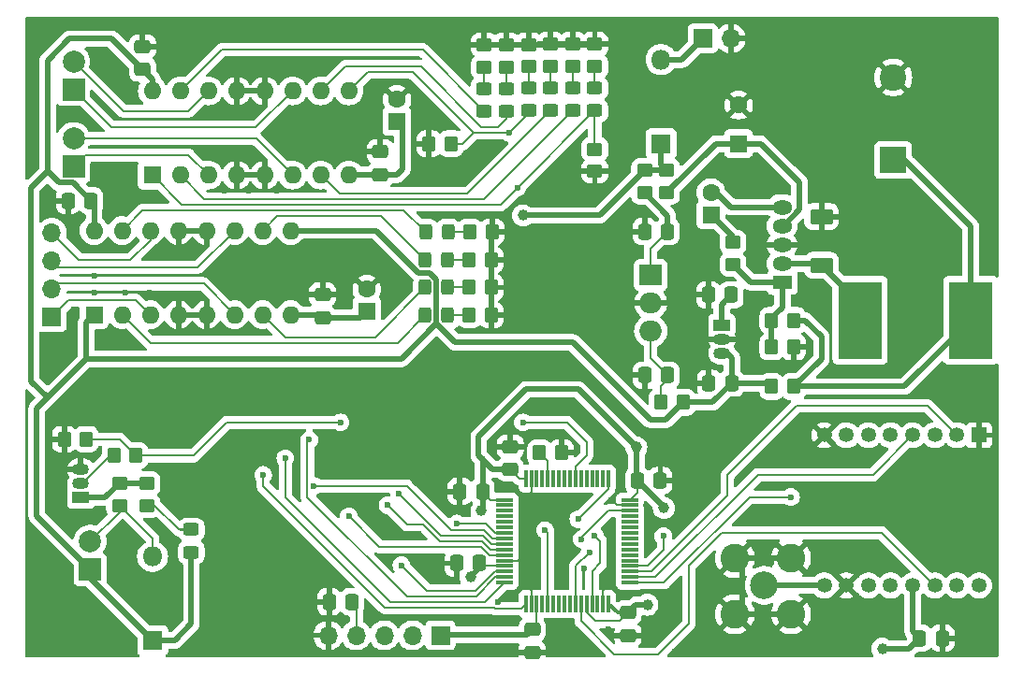
<source format=gbr>
%TF.GenerationSoftware,KiCad,Pcbnew,8.0.3*%
%TF.CreationDate,2024-07-31T08:23:15+01:00*%
%TF.ProjectId,controller,636f6e74-726f-46c6-9c65-722e6b696361,rev?*%
%TF.SameCoordinates,Original*%
%TF.FileFunction,Copper,L1,Top*%
%TF.FilePolarity,Positive*%
%FSLAX46Y46*%
G04 Gerber Fmt 4.6, Leading zero omitted, Abs format (unit mm)*
G04 Created by KiCad (PCBNEW 8.0.3) date 2024-07-31 08:23:15*
%MOMM*%
%LPD*%
G01*
G04 APERTURE LIST*
G04 Aperture macros list*
%AMRoundRect*
0 Rectangle with rounded corners*
0 $1 Rounding radius*
0 $2 $3 $4 $5 $6 $7 $8 $9 X,Y pos of 4 corners*
0 Add a 4 corners polygon primitive as box body*
4,1,4,$2,$3,$4,$5,$6,$7,$8,$9,$2,$3,0*
0 Add four circle primitives for the rounded corners*
1,1,$1+$1,$2,$3*
1,1,$1+$1,$4,$5*
1,1,$1+$1,$6,$7*
1,1,$1+$1,$8,$9*
0 Add four rect primitives between the rounded corners*
20,1,$1+$1,$2,$3,$4,$5,0*
20,1,$1+$1,$4,$5,$6,$7,0*
20,1,$1+$1,$6,$7,$8,$9,0*
20,1,$1+$1,$8,$9,$2,$3,0*%
G04 Aperture macros list end*
%TA.AperFunction,SMDPad,CuDef*%
%ADD10RoundRect,0.250000X0.325000X0.450000X-0.325000X0.450000X-0.325000X-0.450000X0.325000X-0.450000X0*%
%TD*%
%TA.AperFunction,ComponentPad*%
%ADD11R,1.600000X1.600000*%
%TD*%
%TA.AperFunction,ComponentPad*%
%ADD12O,1.600000X1.600000*%
%TD*%
%TA.AperFunction,SMDPad,CuDef*%
%ADD13RoundRect,0.250000X-0.350000X-0.450000X0.350000X-0.450000X0.350000X0.450000X-0.350000X0.450000X0*%
%TD*%
%TA.AperFunction,SMDPad,CuDef*%
%ADD14RoundRect,0.250000X0.450000X-0.350000X0.450000X0.350000X-0.450000X0.350000X-0.450000X-0.350000X0*%
%TD*%
%TA.AperFunction,SMDPad,CuDef*%
%ADD15RoundRect,0.250000X-0.337500X-0.475000X0.337500X-0.475000X0.337500X0.475000X-0.337500X0.475000X0*%
%TD*%
%TA.AperFunction,SMDPad,CuDef*%
%ADD16RoundRect,0.250000X0.350000X0.450000X-0.350000X0.450000X-0.350000X-0.450000X0.350000X-0.450000X0*%
%TD*%
%TA.AperFunction,SMDPad,CuDef*%
%ADD17RoundRect,0.250000X0.475000X-0.337500X0.475000X0.337500X-0.475000X0.337500X-0.475000X-0.337500X0*%
%TD*%
%TA.AperFunction,ComponentPad*%
%ADD18C,2.600000*%
%TD*%
%TA.AperFunction,ComponentPad*%
%ADD19C,2.500000*%
%TD*%
%TA.AperFunction,ComponentPad*%
%ADD20C,1.600000*%
%TD*%
%TA.AperFunction,ComponentPad*%
%ADD21R,1.700000X1.700000*%
%TD*%
%TA.AperFunction,ComponentPad*%
%ADD22O,1.700000X1.700000*%
%TD*%
%TA.AperFunction,SMDPad,CuDef*%
%ADD23RoundRect,0.250000X0.337500X0.475000X-0.337500X0.475000X-0.337500X-0.475000X0.337500X-0.475000X0*%
%TD*%
%TA.AperFunction,SMDPad,CuDef*%
%ADD24RoundRect,0.250000X-0.450000X0.325000X-0.450000X-0.325000X0.450000X-0.325000X0.450000X0.325000X0*%
%TD*%
%TA.AperFunction,SMDPad,CuDef*%
%ADD25RoundRect,0.250000X-0.475000X0.337500X-0.475000X-0.337500X0.475000X-0.337500X0.475000X0.337500X0*%
%TD*%
%TA.AperFunction,ComponentPad*%
%ADD26R,1.800000X1.275000*%
%TD*%
%TA.AperFunction,ComponentPad*%
%ADD27O,1.800000X1.275000*%
%TD*%
%TA.AperFunction,ComponentPad*%
%ADD28R,2.000000X2.000000*%
%TD*%
%TA.AperFunction,ComponentPad*%
%ADD29C,2.000000*%
%TD*%
%TA.AperFunction,ComponentPad*%
%ADD30R,1.350000X1.350000*%
%TD*%
%TA.AperFunction,ComponentPad*%
%ADD31C,1.350000*%
%TD*%
%TA.AperFunction,SMDPad,CuDef*%
%ADD32RoundRect,0.075000X-0.700000X-0.075000X0.700000X-0.075000X0.700000X0.075000X-0.700000X0.075000X0*%
%TD*%
%TA.AperFunction,SMDPad,CuDef*%
%ADD33RoundRect,0.075000X-0.075000X-0.700000X0.075000X-0.700000X0.075000X0.700000X-0.075000X0.700000X0*%
%TD*%
%TA.AperFunction,ComponentPad*%
%ADD34R,1.800000X1.800000*%
%TD*%
%TA.AperFunction,ComponentPad*%
%ADD35O,1.800000X1.800000*%
%TD*%
%TA.AperFunction,ComponentPad*%
%ADD36R,1.500000X1.050000*%
%TD*%
%TA.AperFunction,ComponentPad*%
%ADD37O,1.500000X1.050000*%
%TD*%
%TA.AperFunction,SMDPad,CuDef*%
%ADD38RoundRect,0.250000X-0.450000X0.350000X-0.450000X-0.350000X0.450000X-0.350000X0.450000X0.350000X0*%
%TD*%
%TA.AperFunction,ComponentPad*%
%ADD39R,2.000000X1.905000*%
%TD*%
%TA.AperFunction,ComponentPad*%
%ADD40O,2.000000X1.905000*%
%TD*%
%TA.AperFunction,SMDPad,CuDef*%
%ADD41RoundRect,0.250000X0.800000X-0.450000X0.800000X0.450000X-0.800000X0.450000X-0.800000X-0.450000X0*%
%TD*%
%TA.AperFunction,ComponentPad*%
%ADD42R,2.400000X2.400000*%
%TD*%
%TA.AperFunction,ComponentPad*%
%ADD43C,2.400000*%
%TD*%
%TA.AperFunction,SMDPad,CuDef*%
%ADD44R,4.000000X7.000000*%
%TD*%
%TA.AperFunction,ViaPad*%
%ADD45C,0.600000*%
%TD*%
%TA.AperFunction,ViaPad*%
%ADD46C,1.000000*%
%TD*%
%TA.AperFunction,Conductor*%
%ADD47C,0.200000*%
%TD*%
%TA.AperFunction,Conductor*%
%ADD48C,0.500000*%
%TD*%
%TA.AperFunction,Conductor*%
%ADD49C,0.300000*%
%TD*%
%TA.AperFunction,Conductor*%
%ADD50C,1.000000*%
%TD*%
G04 APERTURE END LIST*
D10*
%TO.P,D11,1,K*%
%TO.N,Net-(D11-K)*%
X101700000Y-83525000D03*
%TO.P,D11,2,A*%
%TO.N,STEPPER3*%
X99650000Y-83525000D03*
%TD*%
D11*
%TO.P,U1,1,EN1\u002C2*%
%TO.N,DC_MOTOR_EN1_2*%
X74970000Y-75845000D03*
D12*
%TO.P,U1,2,1A*%
%TO.N,DC_MOTOR1*%
X77510000Y-75845000D03*
%TO.P,U1,3,1Y*%
%TO.N,Net-(M2-+)*%
X80050000Y-75845000D03*
%TO.P,U1,4,GND*%
%TO.N,GND*%
X82590000Y-75845000D03*
%TO.P,U1,5,GND*%
X85130000Y-75845000D03*
%TO.P,U1,6,2Y*%
%TO.N,Net-(M2--)*%
X87670000Y-75845000D03*
%TO.P,U1,7,2A*%
%TO.N,DC_MOTOR2*%
X90210000Y-75845000D03*
%TO.P,U1,8,VCC2*%
%TO.N,+BATT*%
X92750000Y-75845000D03*
%TO.P,U1,9,EN3\u002C4*%
%TO.N,DC_MOTOR_EN3_4*%
X92750000Y-68225000D03*
%TO.P,U1,10,3A*%
%TO.N,DC_MOTOR3*%
X90210000Y-68225000D03*
%TO.P,U1,11,3Y*%
%TO.N,Net-(M1-+)*%
X87670000Y-68225000D03*
%TO.P,U1,12,GND*%
%TO.N,GND*%
X85130000Y-68225000D03*
%TO.P,U1,13,GND*%
X82590000Y-68225000D03*
%TO.P,U1,14,4Y*%
%TO.N,Net-(M1--)*%
X80050000Y-68225000D03*
%TO.P,U1,15,4A*%
%TO.N,DC_MOTOR4*%
X77510000Y-68225000D03*
%TO.P,U1,16,VCC1*%
%TO.N,+6V*%
X74970000Y-68225000D03*
%TD*%
D13*
%TO.P,R5,1*%
%TO.N,Net-(U5-FEEDBACK)*%
X131000000Y-91426041D03*
%TO.P,R5,2*%
%TO.N,GND*%
X133000000Y-91426041D03*
%TD*%
D14*
%TO.P,R12,1*%
%TO.N,Net-(D5-K)*%
X115000000Y-66000000D03*
%TO.P,R12,2*%
%TO.N,GND*%
X115000000Y-64000000D03*
%TD*%
D15*
%TO.P,C15,1*%
%TO.N,GND*%
X67342500Y-78174657D03*
%TO.P,C15,2*%
%TO.N,+6V*%
X69417500Y-78174657D03*
%TD*%
%TO.P,C12,1*%
%TO.N,GND*%
X102773529Y-104500000D03*
%TO.P,C12,2*%
%TO.N,+3V3*%
X104848529Y-104500000D03*
%TD*%
D14*
%TO.P,R17,1*%
%TO.N,Net-(D3-K)*%
X113000000Y-66000000D03*
%TO.P,R17,2*%
%TO.N,GND*%
X113000000Y-64000000D03*
%TD*%
D16*
%TO.P,R8,1*%
%TO.N,Net-(C5-Pad1)*%
X133000000Y-95000000D03*
%TO.P,R8,2*%
%TO.N,+6V*%
X131000000Y-95000000D03*
%TD*%
D17*
%TO.P,C9,1*%
%TO.N,GND*%
X109348529Y-119075000D03*
%TO.P,C9,2*%
%TO.N,+3V3*%
X109348529Y-117000000D03*
%TD*%
D13*
%TO.P,R20,1*%
%TO.N,Net-(D11-K)*%
X103650000Y-83525000D03*
%TO.P,R20,2*%
%TO.N,GND*%
X105650000Y-83525000D03*
%TD*%
D18*
%TO.P,J1,1*%
%TO.N,GND*%
X127670000Y-110535000D03*
X127670000Y-115615000D03*
X132750000Y-110535000D03*
X132750000Y-115615000D03*
D19*
%TO.P,J1,2*%
%TO.N,Net-(U4-ANT)*%
X130310000Y-113000000D03*
%TD*%
D16*
%TO.P,R24,1*%
%TO.N,DC_MOTOR_EN3_4*%
X102000000Y-73000000D03*
%TO.P,R24,2*%
%TO.N,GND*%
X100000000Y-73000000D03*
%TD*%
D11*
%TO.P,C4,1*%
%TO.N,Net-(C4-Pad1)*%
X125500000Y-79426041D03*
D20*
%TO.P,C4,2*%
%TO.N,Net-(U5-COMPENSATION)*%
X125500000Y-77426041D03*
%TD*%
D16*
%TO.P,R3,1*%
%TO.N,ELECTROMAGNET*%
X69000000Y-99765000D03*
%TO.P,R3,2*%
%TO.N,GND*%
X67000000Y-99765000D03*
%TD*%
D14*
%TO.P,R13,1*%
%TO.N,Net-(D6-K)*%
X107000000Y-66050000D03*
%TO.P,R13,2*%
%TO.N,GND*%
X107000000Y-64050000D03*
%TD*%
D21*
%TO.P,J3,1,+*%
%TO.N,Net-(D14-A)*%
X124750000Y-63475000D03*
D22*
%TO.P,J3,2,-*%
%TO.N,GND*%
X127290000Y-63475000D03*
%TD*%
D23*
%TO.P,C1,1*%
%TO.N,+3V3*%
X127360000Y-86696041D03*
%TO.P,C1,2*%
%TO.N,GND*%
X125285000Y-86696041D03*
%TD*%
D14*
%TO.P,R1,1*%
%TO.N,Net-(D13-A)*%
X72000000Y-105765000D03*
%TO.P,R1,2*%
%TO.N,Net-(Q1-D)*%
X72000000Y-103765000D03*
%TD*%
D23*
%TO.P,C21,1*%
%TO.N,GND*%
X146445000Y-117792500D03*
%TO.P,C21,2*%
%TO.N,+3V3*%
X144370000Y-117792500D03*
%TD*%
D14*
%TO.P,R9,1*%
%TO.N,Net-(U7-IN)*%
X119500000Y-77426041D03*
%TO.P,R9,2*%
%TO.N,+BATT*%
X119500000Y-75426041D03*
%TD*%
D13*
%TO.P,R21,1*%
%TO.N,Net-(D12-K)*%
X103700000Y-81000000D03*
%TO.P,R21,2*%
%TO.N,GND*%
X105700000Y-81000000D03*
%TD*%
D24*
%TO.P,D7,1,K*%
%TO.N,Net-(D7-K)*%
X105000000Y-68000000D03*
%TO.P,D7,2,A*%
%TO.N,DC_MOTOR4*%
X105000000Y-70050000D03*
%TD*%
D10*
%TO.P,D10,1,K*%
%TO.N,Net-(D10-K)*%
X101700000Y-86025000D03*
%TO.P,D10,2,A*%
%TO.N,STEPPER2*%
X99650000Y-86025000D03*
%TD*%
D15*
%TO.P,C2,1*%
%TO.N,GND*%
X90965000Y-114500000D03*
%TO.P,C2,2*%
%TO.N,/mcu/RESET*%
X93040000Y-114500000D03*
%TD*%
D25*
%TO.P,C18,1*%
%TO.N,GND*%
X90380000Y-86674657D03*
%TO.P,C18,2*%
%TO.N,+BATT*%
X90380000Y-88749657D03*
%TD*%
D26*
%TO.P,U5,1,FEEDBACK*%
%TO.N,Net-(U5-FEEDBACK)*%
X131945000Y-85549811D03*
D27*
%TO.P,U5,2,OUTPUT*%
%TO.N,Net-(D1-K)*%
X131945000Y-83849811D03*
%TO.P,U5,3,GND*%
%TO.N,GND*%
X131945000Y-82149811D03*
%TO.P,U5,4,INPUT*%
%TO.N,Net-(U5-INPUT)*%
X131945000Y-80449811D03*
%TO.P,U5,5,COMPENSATION*%
%TO.N,Net-(U5-COMPENSATION)*%
X131945000Y-78749811D03*
%TD*%
D21*
%TO.P,M3,1*%
%TO.N,Net-(U3-1Y)*%
X65880000Y-88685000D03*
D22*
%TO.P,M3,2,-*%
%TO.N,Net-(M3--)*%
X65880000Y-86145000D03*
%TO.P,M3,3*%
%TO.N,Net-(U3-3Y)*%
X65880000Y-83605000D03*
%TO.P,M3,4*%
%TO.N,Net-(U3-4Y)*%
X65880000Y-81065000D03*
%TD*%
D14*
%TO.P,R11,1*%
%TO.N,Net-(D2-K)*%
X74500000Y-105765000D03*
%TO.P,R11,2*%
%TO.N,Net-(Q1-D)*%
X74500000Y-103765000D03*
%TD*%
D11*
%TO.P,C6,1*%
%TO.N,Net-(U5-INPUT)*%
X128000000Y-73000000D03*
D20*
%TO.P,C6,2*%
%TO.N,GND*%
X128000000Y-69500000D03*
%TD*%
D13*
%TO.P,R19,1*%
%TO.N,Net-(D10-K)*%
X103650000Y-86025000D03*
%TO.P,R19,2*%
%TO.N,GND*%
X105650000Y-86025000D03*
%TD*%
D21*
%TO.P,J2,1,Pin_1*%
%TO.N,+3V3*%
X101040000Y-117525000D03*
D22*
%TO.P,J2,2,Pin_2*%
%TO.N,/mcu/SWCLK*%
X98500000Y-117525000D03*
%TO.P,J2,3,Pin_3*%
%TO.N,/mcu/SWDIO*%
X95960000Y-117525000D03*
%TO.P,J2,4,Pin_4*%
%TO.N,/mcu/RESET*%
X93420000Y-117525000D03*
%TO.P,J2,5,Pin_5*%
%TO.N,GND*%
X90880000Y-117525000D03*
%TD*%
D11*
%TO.P,C19,1*%
%TO.N,+BATT*%
X94380000Y-88174657D03*
D20*
%TO.P,C19,2*%
%TO.N,GND*%
X94380000Y-86174657D03*
%TD*%
D16*
%TO.P,R22,1*%
%TO.N,ELECTROMAGNET*%
X73500000Y-101265000D03*
%TO.P,R22,2*%
%TO.N,Net-(Q1-G)*%
X71500000Y-101265000D03*
%TD*%
D14*
%TO.P,R16,1*%
%TO.N,Net-(D4-K)*%
X111000000Y-66000000D03*
%TO.P,R16,2*%
%TO.N,GND*%
X111000000Y-64000000D03*
%TD*%
D13*
%TO.P,R18,1*%
%TO.N,Net-(D9-K)*%
X103650000Y-88525000D03*
%TO.P,R18,2*%
%TO.N,GND*%
X105650000Y-88525000D03*
%TD*%
D25*
%TO.P,C13,1*%
%TO.N,GND*%
X107348529Y-100425000D03*
%TO.P,C13,2*%
%TO.N,+3V3*%
X107348529Y-102500000D03*
%TD*%
D28*
%TO.P,M2,1,+*%
%TO.N,Net-(M2-+)*%
X67845000Y-75085000D03*
D29*
%TO.P,M2,2,-*%
%TO.N,Net-(M2--)*%
X67845000Y-72545000D03*
%TD*%
D30*
%TO.P,U4,1,GND*%
%TO.N,GND*%
X149750000Y-99400000D03*
D31*
%TO.P,U4,2,MISO*%
%TO.N,MISO*%
X147750000Y-99400000D03*
%TO.P,U4,3,MOSI*%
%TO.N,MOSI*%
X145750000Y-99400000D03*
%TO.P,U4,4,SCK*%
%TO.N,SCK*%
X143750000Y-99400000D03*
%TO.P,U4,5,NSS*%
%TO.N,NSS*%
X141750000Y-99400000D03*
%TO.P,U4,6,RESET*%
%TO.N,RESET_RADIO*%
X139750000Y-99400000D03*
%TO.P,U4,7,DIO5*%
%TO.N,unconnected-(U4-DIO5-Pad7)*%
X137750000Y-99400000D03*
%TO.P,U4,8,GND*%
%TO.N,GND*%
X135750000Y-99400000D03*
%TO.P,U4,9,ANT*%
%TO.N,Net-(U4-ANT)*%
X135750000Y-113000000D03*
%TO.P,U4,10,GND*%
%TO.N,GND*%
X137750000Y-113000000D03*
%TO.P,U4,11,DIO3*%
%TO.N,unconnected-(U4-DIO3-Pad11)*%
X139750000Y-113000000D03*
%TO.P,U4,12,DIO4*%
%TO.N,unconnected-(U4-DIO4-Pad12)*%
X141750000Y-113000000D03*
%TO.P,U4,13,3.3V*%
%TO.N,+3V3*%
X143750000Y-113000000D03*
%TO.P,U4,14,DIO0*%
%TO.N,RADIO_DONE*%
X145750000Y-113000000D03*
%TO.P,U4,15,DIO1*%
%TO.N,unconnected-(U4-DIO1-Pad15)*%
X147750000Y-113000000D03*
%TO.P,U4,16,DIO2*%
%TO.N,unconnected-(U4-DIO2-Pad16)*%
X149750000Y-113000000D03*
%TD*%
D24*
%TO.P,D4,1,K*%
%TO.N,Net-(D4-K)*%
X111000000Y-67950000D03*
%TO.P,D4,2,A*%
%TO.N,DC_MOTOR2*%
X111000000Y-70000000D03*
%TD*%
D32*
%TO.P,U2,1,VBAT*%
%TO.N,+3V3*%
X106825000Y-105250000D03*
%TO.P,U2,2,PC13*%
%TO.N,unconnected-(U2-PC13-Pad2)*%
X106825000Y-105750000D03*
%TO.P,U2,3,PC14*%
%TO.N,unconnected-(U2-PC14-Pad3)*%
X106825000Y-106250000D03*
%TO.P,U2,4,PC15*%
%TO.N,unconnected-(U2-PC15-Pad4)*%
X106825000Y-106750000D03*
%TO.P,U2,5,PH0*%
%TO.N,unconnected-(U2-PH0-Pad5)*%
X106825000Y-107250000D03*
%TO.P,U2,6,PH1*%
%TO.N,unconnected-(U2-PH1-Pad6)*%
X106825000Y-107750000D03*
%TO.P,U2,7,NRST*%
%TO.N,/mcu/RESET*%
X106825000Y-108250000D03*
%TO.P,U2,8,PC0*%
%TO.N,STEPPER1*%
X106825000Y-108750000D03*
%TO.P,U2,9,PC1*%
%TO.N,STEPPER2*%
X106825000Y-109250000D03*
%TO.P,U2,10,PC2*%
%TO.N,STEPPER3*%
X106825000Y-109750000D03*
%TO.P,U2,11,PC3*%
%TO.N,STEPPER4*%
X106825000Y-110250000D03*
%TO.P,U2,12,VSSA*%
%TO.N,GND*%
X106825000Y-110750000D03*
%TO.P,U2,13,VDDA*%
%TO.N,+3V3*%
X106825000Y-111250000D03*
%TO.P,U2,14,PA0*%
%TO.N,DC_MOTOR1*%
X106825000Y-111750000D03*
%TO.P,U2,15,PA1*%
%TO.N,DC_MOTOR2*%
X106825000Y-112250000D03*
%TO.P,U2,16,PA2*%
%TO.N,DC_MOTOR3*%
X106825000Y-112750000D03*
D33*
%TO.P,U2,17,PA3*%
%TO.N,DC_MOTOR4*%
X108750000Y-114675000D03*
%TO.P,U2,18,VSS*%
%TO.N,GND*%
X109250000Y-114675000D03*
%TO.P,U2,19,VDD*%
%TO.N,+3V3*%
X109750000Y-114675000D03*
%TO.P,U2,20,PA4*%
%TO.N,unconnected-(U2-PA4-Pad20)*%
X110250000Y-114675000D03*
%TO.P,U2,21,PA5*%
%TO.N,DC_MOTOR_EN1_2*%
X110750000Y-114675000D03*
%TO.P,U2,22,PA6*%
%TO.N,unconnected-(U2-PA6-Pad22)*%
X111250000Y-114675000D03*
%TO.P,U2,23,PA7*%
%TO.N,unconnected-(U2-PA7-Pad23)*%
X111750000Y-114675000D03*
%TO.P,U2,24,PC4*%
%TO.N,unconnected-(U2-PC4-Pad24)*%
X112250000Y-114675000D03*
%TO.P,U2,25,PC5*%
%TO.N,unconnected-(U2-PC5-Pad25)*%
X112750000Y-114675000D03*
%TO.P,U2,26,PB0*%
%TO.N,RESET_RADIO*%
X113250000Y-114675000D03*
%TO.P,U2,27,PB1*%
%TO.N,RADIO_DONE*%
X113750000Y-114675000D03*
%TO.P,U2,28,PB2*%
%TO.N,+3V3*%
X114250000Y-114675000D03*
%TO.P,U2,29,PB10*%
%TO.N,DC_MOTOR_EN3_4*%
X114750000Y-114675000D03*
%TO.P,U2,30,PB11*%
%TO.N,unconnected-(U2-PB11-Pad30)*%
X115250000Y-114675000D03*
%TO.P,U2,31,VSS*%
%TO.N,GND*%
X115750000Y-114675000D03*
%TO.P,U2,32,VDD*%
%TO.N,+3V3*%
X116250000Y-114675000D03*
D32*
%TO.P,U2,33,PB12*%
%TO.N,NSS*%
X118175000Y-112750000D03*
%TO.P,U2,34,PB13*%
%TO.N,SCK*%
X118175000Y-112250000D03*
%TO.P,U2,35,PB14*%
%TO.N,MISO*%
X118175000Y-111750000D03*
%TO.P,U2,36,PB15*%
%TO.N,MOSI*%
X118175000Y-111250000D03*
%TO.P,U2,37,PC6*%
%TO.N,unconnected-(U2-PC6-Pad37)*%
X118175000Y-110750000D03*
%TO.P,U2,38,PC7*%
%TO.N,unconnected-(U2-PC7-Pad38)*%
X118175000Y-110250000D03*
%TO.P,U2,39,PC8*%
%TO.N,unconnected-(U2-PC8-Pad39)*%
X118175000Y-109750000D03*
%TO.P,U2,40,PC9*%
%TO.N,unconnected-(U2-PC9-Pad40)*%
X118175000Y-109250000D03*
%TO.P,U2,41,PA8*%
%TO.N,unconnected-(U2-PA8-Pad41)*%
X118175000Y-108750000D03*
%TO.P,U2,42,PA9*%
%TO.N,unconnected-(U2-PA9-Pad42)*%
X118175000Y-108250000D03*
%TO.P,U2,43,PA10*%
%TO.N,unconnected-(U2-PA10-Pad43)*%
X118175000Y-107750000D03*
%TO.P,U2,44,PA11*%
%TO.N,unconnected-(U2-PA11-Pad44)*%
X118175000Y-107250000D03*
%TO.P,U2,45,PA12*%
%TO.N,unconnected-(U2-PA12-Pad45)*%
X118175000Y-106750000D03*
%TO.P,U2,46,PA13*%
%TO.N,/mcu/SWDIO*%
X118175000Y-106250000D03*
%TO.P,U2,47,VSS*%
%TO.N,GND*%
X118175000Y-105750000D03*
%TO.P,U2,48,VDDUSB*%
%TO.N,+3V3*%
X118175000Y-105250000D03*
D33*
%TO.P,U2,49,PA14*%
%TO.N,/mcu/SWCLK*%
X116250000Y-103325000D03*
%TO.P,U2,50,PA15*%
%TO.N,unconnected-(U2-PA15-Pad50)*%
X115750000Y-103325000D03*
%TO.P,U2,51,PC10*%
%TO.N,unconnected-(U2-PC10-Pad51)*%
X115250000Y-103325000D03*
%TO.P,U2,52,PC11*%
%TO.N,unconnected-(U2-PC11-Pad52)*%
X114750000Y-103325000D03*
%TO.P,U2,53,PC12*%
%TO.N,unconnected-(U2-PC12-Pad53)*%
X114250000Y-103325000D03*
%TO.P,U2,54,PD2*%
%TO.N,unconnected-(U2-PD2-Pad54)*%
X113750000Y-103325000D03*
%TO.P,U2,55,PB3*%
%TO.N,ELECTROMAGNET*%
X113250000Y-103325000D03*
%TO.P,U2,56,PB4*%
%TO.N,unconnected-(U2-PB4-Pad56)*%
X112750000Y-103325000D03*
%TO.P,U2,57,PB5*%
%TO.N,unconnected-(U2-PB5-Pad57)*%
X112250000Y-103325000D03*
%TO.P,U2,58,PB6*%
%TO.N,unconnected-(U2-PB6-Pad58)*%
X111750000Y-103325000D03*
%TO.P,U2,59,PB7*%
%TO.N,unconnected-(U2-PB7-Pad59)*%
X111250000Y-103325000D03*
%TO.P,U2,60,BOOT0*%
%TO.N,Net-(U2-BOOT0)*%
X110750000Y-103325000D03*
%TO.P,U2,61,PB8*%
%TO.N,unconnected-(U2-PB8-Pad61)*%
X110250000Y-103325000D03*
%TO.P,U2,62,PB9*%
%TO.N,unconnected-(U2-PB9-Pad62)*%
X109750000Y-103325000D03*
%TO.P,U2,63,VSS*%
%TO.N,GND*%
X109250000Y-103325000D03*
%TO.P,U2,64,VDD*%
%TO.N,+3V3*%
X108750000Y-103325000D03*
%TD*%
D34*
%TO.P,D14,1,K*%
%TO.N,+BATT*%
X121000000Y-73000000D03*
D35*
%TO.P,D14,2,A*%
%TO.N,Net-(D14-A)*%
X121000000Y-65380000D03*
%TD*%
D14*
%TO.P,R14,1*%
%TO.N,Net-(D7-K)*%
X105000000Y-66050000D03*
%TO.P,R14,2*%
%TO.N,GND*%
X105000000Y-64050000D03*
%TD*%
D24*
%TO.P,D3,1,K*%
%TO.N,Net-(D3-K)*%
X113000000Y-67950000D03*
%TO.P,D3,2,A*%
%TO.N,DC_MOTOR1*%
X113000000Y-70000000D03*
%TD*%
D25*
%TO.P,C16,1*%
%TO.N,GND*%
X74095000Y-64220000D03*
%TO.P,C16,2*%
%TO.N,+6V*%
X74095000Y-66295000D03*
%TD*%
D36*
%TO.P,U6,1,VO*%
%TO.N,+3V3*%
X126500000Y-89426041D03*
D37*
%TO.P,U6,2,GND*%
%TO.N,GND*%
X126500000Y-90696041D03*
%TO.P,U6,3,VI*%
%TO.N,+6V*%
X126500000Y-91966041D03*
%TD*%
D38*
%TO.P,R23,1*%
%TO.N,DC_MOTOR_EN1_2*%
X115000000Y-73500000D03*
%TO.P,R23,2*%
%TO.N,GND*%
X115000000Y-75500000D03*
%TD*%
D23*
%TO.P,C8,1*%
%TO.N,Net-(U7-IN)*%
X121592500Y-80966041D03*
%TO.P,C8,2*%
%TO.N,GND*%
X119517500Y-80966041D03*
%TD*%
D39*
%TO.P,U7,1,IN*%
%TO.N,Net-(U7-IN)*%
X120055000Y-84886041D03*
D40*
%TO.P,U7,2,GND*%
%TO.N,GND*%
X120055000Y-87426041D03*
%TO.P,U7,3,OUT*%
%TO.N,Net-(U7-OUT)*%
X120055000Y-89966041D03*
%TD*%
D24*
%TO.P,D5,1,K*%
%TO.N,Net-(D5-K)*%
X115000000Y-67950000D03*
%TO.P,D5,2,A*%
%TO.N,DC_MOTOR_EN1_2*%
X115000000Y-70000000D03*
%TD*%
D14*
%TO.P,R7,1*%
%TO.N,Net-(U5-INPUT)*%
X121500000Y-77426041D03*
%TO.P,R7,2*%
%TO.N,+BATT*%
X121500000Y-75426041D03*
%TD*%
D34*
%TO.P,D13,1,K*%
%TO.N,+6V*%
X75000000Y-118000000D03*
D35*
%TO.P,D13,2,A*%
%TO.N,Net-(D13-A)*%
X75000000Y-110380000D03*
%TD*%
D23*
%TO.P,C3,1*%
%TO.N,+6V*%
X127397500Y-94696041D03*
%TO.P,C3,2*%
%TO.N,GND*%
X125322500Y-94696041D03*
%TD*%
D36*
%TO.P,Q1,1,D*%
%TO.N,Net-(Q1-D)*%
X68500000Y-105060000D03*
D37*
%TO.P,Q1,2,G*%
%TO.N,Net-(Q1-G)*%
X68500000Y-103790000D03*
%TO.P,Q1,3,S*%
%TO.N,GND*%
X68500000Y-102520000D03*
%TD*%
D24*
%TO.P,D8,1,K*%
%TO.N,Net-(D8-K)*%
X109000000Y-67950000D03*
%TO.P,D8,2,A*%
%TO.N,DC_MOTOR_EN3_4*%
X109000000Y-70000000D03*
%TD*%
D23*
%TO.P,C7,1*%
%TO.N,Net-(U7-OUT)*%
X121592500Y-93966041D03*
%TO.P,C7,2*%
%TO.N,GND*%
X119517500Y-93966041D03*
%TD*%
D11*
%TO.P,U3,1,EN1\u002C2*%
%TO.N,+6V*%
X69710000Y-88485000D03*
D12*
%TO.P,U3,2,1A*%
%TO.N,STEPPER1*%
X72250000Y-88485000D03*
%TO.P,U3,3,1Y*%
%TO.N,Net-(U3-1Y)*%
X74790000Y-88485000D03*
%TO.P,U3,4,GND*%
%TO.N,GND*%
X77330000Y-88485000D03*
%TO.P,U3,5,GND*%
X79870000Y-88485000D03*
%TO.P,U3,6,2Y*%
%TO.N,Net-(M3--)*%
X82410000Y-88485000D03*
%TO.P,U3,7,2A*%
%TO.N,STEPPER2*%
X84950000Y-88485000D03*
%TO.P,U3,8,VCC2*%
%TO.N,+BATT*%
X87490000Y-88485000D03*
%TO.P,U3,9,EN3\u002C4*%
%TO.N,+6V*%
X87490000Y-80865000D03*
%TO.P,U3,10,3A*%
%TO.N,STEPPER3*%
X84950000Y-80865000D03*
%TO.P,U3,11,3Y*%
%TO.N,Net-(U3-3Y)*%
X82410000Y-80865000D03*
%TO.P,U3,12,GND*%
%TO.N,GND*%
X79870000Y-80865000D03*
%TO.P,U3,13,GND*%
X77330000Y-80865000D03*
%TO.P,U3,14,4Y*%
%TO.N,Net-(U3-4Y)*%
X74790000Y-80865000D03*
%TO.P,U3,15,4A*%
%TO.N,STEPPER4*%
X72250000Y-80865000D03*
%TO.P,U3,16,VCC1*%
%TO.N,+6V*%
X69710000Y-80865000D03*
%TD*%
D41*
%TO.P,D1,1,K*%
%TO.N,Net-(D1-K)*%
X135500000Y-84000000D03*
%TO.P,D1,2,A*%
%TO.N,GND*%
X135500000Y-79600000D03*
%TD*%
D42*
%TO.P,C5,1*%
%TO.N,Net-(C5-Pad1)*%
X142000000Y-74500000D03*
D43*
%TO.P,C5,2*%
%TO.N,GND*%
X142000000Y-67000000D03*
%TD*%
D28*
%TO.P,L1,1,-*%
%TO.N,+6V*%
X69350000Y-111540000D03*
D29*
%TO.P,L1,2,+*%
%TO.N,Net-(D13-A)*%
X69350000Y-109000000D03*
%TD*%
D13*
%TO.P,R2,1*%
%TO.N,Net-(U2-BOOT0)*%
X110000000Y-101000000D03*
%TO.P,R2,2*%
%TO.N,GND*%
X112000000Y-101000000D03*
%TD*%
D10*
%TO.P,D12,1,K*%
%TO.N,Net-(D12-K)*%
X101750000Y-81000000D03*
%TO.P,D12,2,A*%
%TO.N,STEPPER4*%
X99700000Y-81000000D03*
%TD*%
D16*
%TO.P,R10,1*%
%TO.N,+6V*%
X123000000Y-96426041D03*
%TO.P,R10,2*%
%TO.N,Net-(U7-OUT)*%
X121000000Y-96426041D03*
%TD*%
D24*
%TO.P,D6,1,K*%
%TO.N,Net-(D6-K)*%
X107000000Y-68000000D03*
%TO.P,D6,2,A*%
%TO.N,DC_MOTOR3*%
X107000000Y-70050000D03*
%TD*%
D13*
%TO.P,R4,1*%
%TO.N,Net-(U5-FEEDBACK)*%
X131000000Y-89000000D03*
%TO.P,R4,2*%
%TO.N,Net-(C5-Pad1)*%
X133000000Y-89000000D03*
%TD*%
D17*
%TO.P,C11,1*%
%TO.N,GND*%
X118000000Y-117537500D03*
%TO.P,C11,2*%
%TO.N,+3V3*%
X118000000Y-115462500D03*
%TD*%
D25*
%TO.P,C17,1*%
%TO.N,GND*%
X95595000Y-73720000D03*
%TO.P,C17,2*%
%TO.N,+BATT*%
X95595000Y-75795000D03*
%TD*%
D28*
%TO.P,M1,1,+*%
%TO.N,Net-(M1-+)*%
X67845000Y-68085000D03*
D29*
%TO.P,M1,2,-*%
%TO.N,Net-(M1--)*%
X67845000Y-65545000D03*
%TD*%
D44*
%TO.P,L2,1,1*%
%TO.N,Net-(D1-K)*%
X139000000Y-89000000D03*
%TO.P,L2,2,2*%
%TO.N,Net-(C5-Pad1)*%
X149000000Y-89000000D03*
%TD*%
D24*
%TO.P,D2,1,K*%
%TO.N,Net-(D2-K)*%
X78500000Y-107950000D03*
%TO.P,D2,2,A*%
%TO.N,+6V*%
X78500000Y-110000000D03*
%TD*%
D10*
%TO.P,D9,1,K*%
%TO.N,Net-(D9-K)*%
X101700000Y-88565000D03*
%TO.P,D9,2,A*%
%TO.N,STEPPER1*%
X99650000Y-88565000D03*
%TD*%
D38*
%TO.P,R6,1*%
%TO.N,Net-(C4-Pad1)*%
X127500000Y-81926041D03*
%TO.P,R6,2*%
%TO.N,Net-(U5-FEEDBACK)*%
X127500000Y-83926041D03*
%TD*%
D14*
%TO.P,R15,1*%
%TO.N,Net-(D8-K)*%
X109000000Y-66025000D03*
%TO.P,R15,2*%
%TO.N,GND*%
X109000000Y-64025000D03*
%TD*%
D15*
%TO.P,C10,1*%
%TO.N,GND*%
X102500000Y-111000000D03*
%TO.P,C10,2*%
%TO.N,+3V3*%
X104575000Y-111000000D03*
%TD*%
D11*
%TO.P,C20,1*%
%TO.N,+BATT*%
X97095000Y-71000113D03*
D20*
%TO.P,C20,2*%
%TO.N,GND*%
X97095000Y-69000113D03*
%TD*%
D23*
%TO.P,C14,1*%
%TO.N,GND*%
X120923529Y-103500000D03*
%TO.P,C14,2*%
%TO.N,+3V3*%
X118848529Y-103500000D03*
%TD*%
D45*
%TO.N,/mcu/RESET*%
X102500000Y-107400000D03*
%TO.N,GND*%
X81000000Y-106500000D03*
X124750000Y-92000000D03*
X117750000Y-72000000D03*
X134500000Y-87000000D03*
X67750000Y-70250000D03*
X78500000Y-87000000D03*
X105750000Y-100250000D03*
X70500000Y-75750000D03*
X142000000Y-84000000D03*
X116000000Y-112500000D03*
X120000000Y-117500000D03*
X119750000Y-106500000D03*
X133250000Y-66000000D03*
X133250000Y-99500000D03*
X116750000Y-96750000D03*
X84000000Y-109000000D03*
X147000000Y-115000000D03*
X72000000Y-77500000D03*
X72000000Y-91500000D03*
X114000000Y-111500000D03*
X79500000Y-62000000D03*
X89000000Y-95250000D03*
X101000000Y-112500000D03*
X81500000Y-109750000D03*
X125500000Y-117500000D03*
X146750000Y-110500000D03*
X144500000Y-86000000D03*
X64000000Y-73750000D03*
X93000000Y-71250000D03*
X149500000Y-63000000D03*
X102500000Y-112500000D03*
X121500000Y-62500000D03*
X89000000Y-71250000D03*
X88500000Y-85750000D03*
X138000000Y-93500000D03*
X129250000Y-97250000D03*
X116500000Y-109750000D03*
X81500000Y-77250000D03*
X112000000Y-99500000D03*
X88750000Y-118750000D03*
X105500000Y-118500000D03*
X107250000Y-99000000D03*
X107250000Y-116250000D03*
X104250000Y-116500000D03*
X64000000Y-62000000D03*
X139000000Y-104250000D03*
X98000000Y-62000000D03*
X112000000Y-107500000D03*
X78500000Y-105000000D03*
X108500000Y-89500000D03*
X92500000Y-83000000D03*
X125500000Y-114250000D03*
X145000000Y-81000000D03*
X69750000Y-85000000D03*
X129500000Y-75750000D03*
X109000000Y-96750000D03*
X134500000Y-72500000D03*
X140000000Y-64000000D03*
X106250000Y-114500000D03*
X68000000Y-96500000D03*
X123250000Y-78750000D03*
X86250000Y-77250000D03*
X135000000Y-116000000D03*
X143000000Y-105000000D03*
X121000000Y-68000000D03*
X146500000Y-63750000D03*
X140750000Y-62750000D03*
X75000000Y-112500000D03*
X78500000Y-82500000D03*
X129500000Y-83500000D03*
X137000000Y-76500000D03*
X72250000Y-107750000D03*
X136000000Y-101250000D03*
X70250000Y-65250000D03*
X72500000Y-68250000D03*
X150250000Y-78000000D03*
X116250000Y-101500000D03*
X88500000Y-83000000D03*
X90500000Y-62000000D03*
X113250000Y-62000000D03*
X125500000Y-70000000D03*
X109750000Y-99500000D03*
X127250000Y-66000000D03*
X146250000Y-104250000D03*
X147000000Y-73500000D03*
X85000000Y-111000000D03*
X125500000Y-102250000D03*
X64500000Y-114500000D03*
X105250000Y-73500000D03*
X94750000Y-119000000D03*
X133000000Y-62500000D03*
X142250000Y-115500000D03*
X65250000Y-78250000D03*
X142750000Y-89500000D03*
X123000000Y-102250000D03*
X112500000Y-74750000D03*
X134250000Y-114000000D03*
X78500000Y-89750000D03*
X94500000Y-114750000D03*
X90500000Y-66000000D03*
X121000000Y-100500000D03*
X112250000Y-112250000D03*
X111500000Y-119000000D03*
X151000000Y-83000000D03*
X80000000Y-118500000D03*
X105500000Y-62000000D03*
X98750000Y-100000000D03*
X90500000Y-112500000D03*
X123500000Y-93750000D03*
X77000000Y-103000000D03*
X144500000Y-77750000D03*
X129500000Y-90250000D03*
X87500000Y-108000000D03*
X82750000Y-86000000D03*
X122250000Y-119000000D03*
X105250000Y-94000000D03*
X95500000Y-107250000D03*
X150250000Y-104250000D03*
X130750000Y-106750000D03*
X88500000Y-116000000D03*
X64750000Y-118750000D03*
X105500000Y-96250000D03*
X72500000Y-86500000D03*
X95000000Y-83500000D03*
X134400000Y-91500000D03*
X82000000Y-66000000D03*
X123000000Y-83000000D03*
X98250000Y-96250000D03*
X82500000Y-102000000D03*
X93000000Y-100000000D03*
X78000000Y-97500000D03*
X150000000Y-118000000D03*
X108500000Y-81750000D03*
X123250000Y-98750000D03*
X146750000Y-108000000D03*
X125500000Y-83000000D03*
X74500000Y-99250000D03*
X86500000Y-95250000D03*
X84250000Y-74250000D03*
X138000000Y-64000000D03*
X139000000Y-84000000D03*
X129500000Y-88000000D03*
X112500000Y-85750000D03*
X112250000Y-93250000D03*
X136750000Y-107000000D03*
X66250000Y-106000000D03*
X112250000Y-96750000D03*
X85500000Y-116000000D03*
X137000000Y-66000000D03*
X129500000Y-92750000D03*
X112500000Y-105750000D03*
X99250000Y-69250000D03*
X123000000Y-88750000D03*
X74750000Y-86500000D03*
X81750000Y-94000000D03*
X74000000Y-62000000D03*
X70000000Y-115500000D03*
X66250000Y-104000000D03*
X75250000Y-83000000D03*
X144500000Y-71500000D03*
X83750000Y-77250000D03*
X81000000Y-84500000D03*
X102750000Y-100250000D03*
X86250000Y-85750000D03*
X86250000Y-83000000D03*
X81250000Y-89750000D03*
X112500000Y-81500000D03*
X67750000Y-80000000D03*
X125500000Y-99250000D03*
X106250000Y-104000000D03*
X80500000Y-73750000D03*
X64500000Y-110250000D03*
X150000000Y-110750000D03*
X123000000Y-85500000D03*
X98250000Y-94250000D03*
X87500000Y-113000000D03*
X93000000Y-94000000D03*
X108500000Y-85750000D03*
X131000000Y-111000000D03*
X108750000Y-110250000D03*
X99250000Y-110750000D03*
X93000000Y-96250000D03*
X130512500Y-70369000D03*
X84500000Y-118500000D03*
X102250000Y-76000000D03*
X102750000Y-116500000D03*
X137750000Y-110250000D03*
X117000000Y-85500000D03*
X103000000Y-102750000D03*
X139750000Y-78250000D03*
X99250000Y-75750000D03*
X108750000Y-108000000D03*
X74750000Y-94250000D03*
X68250000Y-62000000D03*
X83500000Y-70250000D03*
X139500000Y-115500000D03*
X93000000Y-73500000D03*
X65500000Y-116500000D03*
X111250000Y-117250000D03*
X151000000Y-96000000D03*
X72500000Y-110000000D03*
X112500000Y-89500000D03*
X86750000Y-66000000D03*
X66000000Y-92500000D03*
X142000000Y-81500000D03*
X108750000Y-105500000D03*
X142500000Y-93500000D03*
X81000000Y-115500000D03*
X141500000Y-64000000D03*
X150500000Y-108000000D03*
X69750000Y-118500000D03*
X138000000Y-72500000D03*
X81000000Y-70250000D03*
X77250000Y-65750000D03*
X89000000Y-73500000D03*
X110500000Y-77500000D03*
X91000000Y-105250000D03*
X116250000Y-117000000D03*
X116250000Y-100000000D03*
X97750000Y-108500000D03*
X71750000Y-96500000D03*
X124750000Y-70750000D03*
X149500000Y-67000000D03*
X116500000Y-105250000D03*
X146000000Y-66000000D03*
X99000000Y-102500000D03*
X134000000Y-81000000D03*
X64000000Y-66750000D03*
X114000000Y-118750000D03*
X134250000Y-112000000D03*
X118000000Y-64000000D03*
X117000000Y-81750000D03*
X68750000Y-107000000D03*
X117250000Y-91000000D03*
X66250000Y-101750000D03*
X64000000Y-70250000D03*
X107750000Y-119000000D03*
X69750000Y-86500000D03*
X122000000Y-114250000D03*
X82750000Y-83250000D03*
X81000000Y-112500000D03*
X117250000Y-75250000D03*
X84750000Y-62000000D03*
X129500000Y-80500000D03*
X75000000Y-116000000D03*
D46*
%TO.N,+3V3*%
X118750000Y-100500000D03*
X119750000Y-114750000D03*
X141000000Y-118750000D03*
X121250000Y-106000000D03*
X103750000Y-112250000D03*
X104750000Y-106250000D03*
D45*
%TO.N,/mcu/SWDIO*%
X113810661Y-108810661D03*
%TO.N,/mcu/SWCLK*%
X113500000Y-107000000D03*
%TO.N,DC_MOTOR2*%
X89174265Y-99825735D03*
%TO.N,DC_MOTOR_EN1_2*%
X110500000Y-108000000D03*
X108000000Y-77000000D03*
%TO.N,DC_MOTOR3*%
X87000000Y-101500000D03*
%TO.N,DC_MOTOR4*%
X85000000Y-103000000D03*
D46*
%TO.N,+BATT*%
X108500000Y-79500000D03*
D45*
%TO.N,DC_MOTOR_EN3_4*%
X115000000Y-108500000D03*
X107250000Y-72025000D03*
%TO.N,DC_MOTOR1*%
X97500000Y-111174265D03*
%TO.N,NSS*%
X132750000Y-105000000D03*
%TO.N,STEPPER4*%
X92750000Y-106750000D03*
%TO.N,STEPPER1*%
X89600000Y-104000000D03*
%TO.N,MOSI*%
X121203524Y-108546476D03*
%TO.N,STEPPER3*%
X96250000Y-105750000D03*
%TO.N,RESET_RADIO*%
X114500000Y-110000000D03*
%TO.N,STEPPER2*%
X97282843Y-104717157D03*
%TO.N,ELECTROMAGNET*%
X92000000Y-98250000D03*
X108500000Y-98250000D03*
%TD*%
D47*
%TO.N,/mcu/RESET*%
X106017590Y-108250000D02*
X106825000Y-108250000D01*
X93420000Y-114880000D02*
X93040000Y-114500000D01*
X93420000Y-117525000D02*
X93420000Y-114880000D01*
X102500000Y-107400000D02*
X105167590Y-107400000D01*
X105167590Y-107400000D02*
X106017590Y-108250000D01*
%TO.N,GND*%
X109250000Y-105250000D02*
X109500000Y-105500000D01*
X106825000Y-110750000D02*
X108250000Y-110750000D01*
X108250000Y-110750000D02*
X108750000Y-110250000D01*
D48*
X133407500Y-115615000D02*
X128327500Y-115615000D01*
X109000000Y-64025000D02*
X111500000Y-64025000D01*
D47*
X108750000Y-110250000D02*
X109000000Y-110500000D01*
X118175000Y-105750000D02*
X117000000Y-105750000D01*
D48*
X105650000Y-81025000D02*
X105650000Y-83525000D01*
X105650000Y-86025000D02*
X105650000Y-88525000D01*
D47*
X115750000Y-112750000D02*
X116000000Y-112500000D01*
X109250000Y-112250000D02*
X109500000Y-112000000D01*
D48*
X106500000Y-64025000D02*
X109000000Y-64025000D01*
D47*
X115750000Y-114675000D02*
X115750000Y-112750000D01*
D48*
X104750000Y-64025000D02*
X107250000Y-64025000D01*
X112750000Y-64025000D02*
X115250000Y-64025000D01*
X110750000Y-64025000D02*
X113250000Y-64025000D01*
D47*
X109250000Y-103325000D02*
X109250000Y-105250000D01*
D48*
X105650000Y-83525000D02*
X105650000Y-86025000D01*
D47*
X109250000Y-114675000D02*
X109250000Y-112250000D01*
D48*
X128327500Y-115615000D02*
X128327500Y-110535000D01*
X128327500Y-110535000D02*
X133407500Y-110535000D01*
D47*
X117000000Y-105750000D02*
X116500000Y-105250000D01*
D48*
%TO.N,Net-(U4-ANT)*%
X135750000Y-113000000D02*
X130967500Y-113000000D01*
D49*
%TO.N,+3V3*%
X118000000Y-115462500D02*
X117037500Y-115462500D01*
D47*
X115017590Y-116250000D02*
X117212500Y-116250000D01*
X114250000Y-115482410D02*
X115017590Y-116250000D01*
X104575000Y-111000000D02*
X104825000Y-111250000D01*
D48*
X104575000Y-111000000D02*
X104575000Y-111425000D01*
X143750000Y-117172500D02*
X144370000Y-117792500D01*
X104500000Y-99500000D02*
X104500000Y-101250000D01*
X101040000Y-117525000D02*
X101065000Y-117500000D01*
X118848529Y-103500000D02*
X121348529Y-106000000D01*
X113500000Y-95250000D02*
X108750000Y-95250000D01*
X119750000Y-114750000D02*
X118712500Y-114750000D01*
X126500000Y-87556041D02*
X127360000Y-86696041D01*
D50*
X118750000Y-103401471D02*
X118848529Y-103500000D01*
D47*
X104825000Y-111250000D02*
X106825000Y-111250000D01*
D48*
X104500000Y-101250000D02*
X105750000Y-102500000D01*
X104848529Y-104500000D02*
X104848529Y-106151471D01*
D47*
X118175000Y-105250000D02*
X118848529Y-104576471D01*
D48*
X118712500Y-114750000D02*
X118000000Y-115462500D01*
D47*
X105598529Y-105250000D02*
X104848529Y-104500000D01*
D48*
X141000000Y-118750000D02*
X143412500Y-118750000D01*
X143412500Y-118750000D02*
X144370000Y-117792500D01*
D47*
X118848529Y-104576471D02*
X118848529Y-103500000D01*
X109750000Y-116598529D02*
X109348529Y-117000000D01*
D48*
X104500000Y-101250000D02*
X104848529Y-101598529D01*
X126500000Y-89426041D02*
X126500000Y-87556041D01*
D47*
X108750000Y-103325000D02*
X108173529Y-103325000D01*
X106825000Y-105250000D02*
X105598529Y-105250000D01*
D48*
X101065000Y-117500000D02*
X108848529Y-117500000D01*
X104848529Y-106151471D02*
X104750000Y-106250000D01*
X105750000Y-102500000D02*
X107348529Y-102500000D01*
D49*
X117037500Y-115462500D02*
X116250000Y-114675000D01*
D48*
X118750000Y-100500000D02*
X118750000Y-103401471D01*
X118750000Y-100500000D02*
X113500000Y-95250000D01*
X108750000Y-95250000D02*
X104500000Y-99500000D01*
X108848529Y-117500000D02*
X109348529Y-117000000D01*
X143750000Y-113000000D02*
X143750000Y-117172500D01*
X104848529Y-101598529D02*
X104848529Y-104500000D01*
D47*
X114250000Y-114675000D02*
X114250000Y-115482410D01*
D48*
X104575000Y-111425000D02*
X103750000Y-112250000D01*
D47*
X108173529Y-103325000D02*
X107348529Y-102500000D01*
X117212500Y-116250000D02*
X118000000Y-115462500D01*
X109750000Y-114675000D02*
X109750000Y-116598529D01*
D48*
X121348529Y-106000000D02*
X121250000Y-106000000D01*
D47*
%TO.N,/mcu/SWDIO*%
X113810661Y-108689339D02*
X116250000Y-106250000D01*
X113810661Y-108810661D02*
X113810661Y-108689339D01*
X116250000Y-106250000D02*
X118175000Y-106250000D01*
%TO.N,/mcu/SWCLK*%
X113500000Y-107000000D02*
X116250000Y-104250000D01*
X116250000Y-104250000D02*
X116250000Y-103325000D01*
%TO.N,Net-(M1--)*%
X78230000Y-70045000D02*
X80050000Y-68225000D01*
X67845000Y-65545000D02*
X72345000Y-70045000D01*
X72345000Y-70045000D02*
X78230000Y-70045000D01*
%TO.N,Net-(M1-+)*%
X71305000Y-71545000D02*
X84350000Y-71545000D01*
X67845000Y-68085000D02*
X71305000Y-71545000D01*
X84350000Y-71545000D02*
X87670000Y-68225000D01*
%TO.N,Net-(M2--)*%
X67845000Y-72545000D02*
X84370000Y-72545000D01*
X84370000Y-72545000D02*
X87670000Y-75845000D01*
%TO.N,Net-(M2-+)*%
X68885000Y-74045000D02*
X78250000Y-74045000D01*
X67845000Y-75085000D02*
X68885000Y-74045000D01*
X78250000Y-74045000D02*
X80050000Y-75845000D01*
%TO.N,Net-(U3-1Y)*%
X65880000Y-88685000D02*
X67380000Y-87185000D01*
X73490000Y-87185000D02*
X74790000Y-88485000D01*
X67380000Y-87185000D02*
X73490000Y-87185000D01*
%TO.N,Net-(M3--)*%
X66340000Y-85685000D02*
X79610000Y-85685000D01*
X65880000Y-86145000D02*
X66340000Y-85685000D01*
X79610000Y-85685000D02*
X82410000Y-88485000D01*
%TO.N,Net-(U3-3Y)*%
X65880000Y-83605000D02*
X66460000Y-84185000D01*
X66460000Y-84185000D02*
X79090000Y-84185000D01*
X79090000Y-84185000D02*
X82410000Y-80865000D01*
%TO.N,Net-(U3-4Y)*%
X73000000Y-83500000D02*
X74790000Y-81710000D01*
X74790000Y-81710000D02*
X74790000Y-80865000D01*
X65880000Y-81065000D02*
X68315000Y-83500000D01*
X68315000Y-83500000D02*
X73000000Y-83500000D01*
%TO.N,Net-(U2-BOOT0)*%
X110750000Y-101750000D02*
X110750000Y-103325000D01*
X110000000Y-101000000D02*
X110750000Y-101750000D01*
%TO.N,DC_MOTOR2*%
X90210000Y-75845000D02*
X91890000Y-77525000D01*
X104267590Y-114000000D02*
X106017590Y-112250000D01*
X89000000Y-105000000D02*
X98000000Y-114000000D01*
X91890000Y-77525000D02*
X103475000Y-77525000D01*
X98000000Y-114000000D02*
X104267590Y-114000000D01*
X89174265Y-99825735D02*
X89000000Y-100000000D01*
X89000000Y-100000000D02*
X89000000Y-105000000D01*
X103475000Y-77525000D02*
X111000000Y-70000000D01*
X106017590Y-112250000D02*
X106825000Y-112250000D01*
%TO.N,DC_MOTOR_EN1_2*%
X74970000Y-75845000D02*
X77650000Y-78525000D01*
X110750000Y-114675000D02*
X110750000Y-108250000D01*
X110750000Y-108250000D02*
X110500000Y-108000000D01*
X77650000Y-78525000D02*
X106475000Y-78525000D01*
X108000000Y-77000000D02*
X115000000Y-70000000D01*
X115000000Y-70000000D02*
X115000000Y-73500000D01*
X106475000Y-78525000D02*
X108000000Y-77000000D01*
%TO.N,DC_MOTOR3*%
X87000000Y-101500000D02*
X87000000Y-105000000D01*
X105075000Y-114500000D02*
X106825000Y-112750000D01*
X92410000Y-66025000D02*
X90210000Y-68225000D01*
X107000000Y-70050000D02*
X107000000Y-70775000D01*
X96500000Y-114500000D02*
X105075000Y-114500000D01*
X106275000Y-71500000D02*
X104750000Y-71500000D01*
X104750000Y-71500000D02*
X99275000Y-66025000D01*
X99275000Y-66025000D02*
X92410000Y-66025000D01*
X87000000Y-105000000D02*
X96500000Y-114500000D01*
X107000000Y-70775000D02*
X106275000Y-71500000D01*
%TO.N,DC_MOTOR4*%
X96000000Y-115000000D02*
X85000000Y-104000000D01*
X99450000Y-64500000D02*
X105000000Y-70050000D01*
X105901471Y-115000000D02*
X96000000Y-115000000D01*
X85000000Y-104000000D02*
X85000000Y-103000000D01*
X81235000Y-64500000D02*
X99450000Y-64500000D01*
X108325000Y-115100000D02*
X106001471Y-115100000D01*
X108750000Y-114675000D02*
X108325000Y-115100000D01*
X77510000Y-68225000D02*
X81235000Y-64500000D01*
X106001471Y-115100000D02*
X105901471Y-115000000D01*
D48*
%TO.N,+BATT*%
X121000000Y-73000000D02*
X121000000Y-74926041D01*
X92750000Y-75845000D02*
X95545000Y-75845000D01*
X90380000Y-88749657D02*
X93805000Y-88749657D01*
X95545000Y-75845000D02*
X95595000Y-75795000D01*
X97595000Y-75295000D02*
X97595000Y-71500113D01*
X97095000Y-75795000D02*
X97595000Y-75295000D01*
X115426041Y-79500000D02*
X119500000Y-75426041D01*
X93805000Y-88749657D02*
X94380000Y-88174657D01*
X95595000Y-75795000D02*
X97095000Y-75795000D01*
X87490000Y-88485000D02*
X90115343Y-88485000D01*
X90115343Y-88485000D02*
X90380000Y-88749657D01*
X108500000Y-79500000D02*
X115426041Y-79500000D01*
X121000000Y-74926041D02*
X121500000Y-75426041D01*
X97595000Y-71500113D02*
X97095000Y-71000113D01*
X121500000Y-75426041D02*
X119500000Y-75426041D01*
D47*
%TO.N,DC_MOTOR_EN3_4*%
X104025000Y-72025000D02*
X98525000Y-66525000D01*
X94450000Y-66525000D02*
X92750000Y-68225000D01*
X98525000Y-66525000D02*
X94450000Y-66525000D01*
X107250000Y-72025000D02*
X104025000Y-72025000D01*
X114750000Y-111750000D02*
X115500000Y-111000000D01*
X115500000Y-111000000D02*
X115500000Y-109000000D01*
X115500000Y-109000000D02*
X115000000Y-108500000D01*
X103050000Y-73000000D02*
X104025000Y-72025000D01*
X109000000Y-70275000D02*
X107250000Y-72025000D01*
X102000000Y-73000000D02*
X103050000Y-73000000D01*
X114750000Y-114675000D02*
X114750000Y-111750000D01*
X109000000Y-70000000D02*
X109000000Y-70275000D01*
%TO.N,DC_MOTOR1*%
X104201904Y-113500000D02*
X105951904Y-111750000D01*
X99825735Y-113500000D02*
X104201904Y-113500000D01*
X97500000Y-111174265D02*
X99825735Y-113500000D01*
X105951904Y-111750000D02*
X106825000Y-111750000D01*
X79690000Y-78025000D02*
X104975000Y-78025000D01*
X77510000Y-75845000D02*
X79690000Y-78025000D01*
X104975000Y-78025000D02*
X113000000Y-70000000D01*
%TO.N,NSS*%
X129000000Y-105000000D02*
X121250000Y-112750000D01*
X132750000Y-105000000D02*
X129000000Y-105000000D01*
X121250000Y-112750000D02*
X118175000Y-112750000D01*
%TO.N,SCK*%
X140150000Y-103000000D02*
X129750000Y-103000000D01*
X143750000Y-99400000D02*
X140150000Y-103000000D01*
X129750000Y-103000000D02*
X120500000Y-112250000D01*
X120500000Y-112250000D02*
X118175000Y-112250000D01*
X143600000Y-99400000D02*
X143750000Y-99400000D01*
%TO.N,STEPPER4*%
X99700000Y-81000000D02*
X97725000Y-79025000D01*
X74090000Y-79025000D02*
X72250000Y-80865000D01*
X92750000Y-106750000D02*
X95500000Y-109500000D01*
X104722887Y-109500000D02*
X105472887Y-110250000D01*
X105472887Y-110250000D02*
X106825000Y-110250000D01*
X97725000Y-79025000D02*
X74090000Y-79025000D01*
X95500000Y-109500000D02*
X104722887Y-109500000D01*
%TO.N,STEPPER1*%
X72250000Y-88485000D02*
X74790000Y-91025000D01*
X89600000Y-104000000D02*
X98000000Y-104000000D01*
X74790000Y-91025000D02*
X97190000Y-91025000D01*
X99650000Y-88565000D02*
X99610000Y-88525000D01*
X105000000Y-108000000D02*
X105750000Y-108750000D01*
X97190000Y-91025000D02*
X99650000Y-88565000D01*
X98000000Y-104000000D02*
X102000000Y-108000000D01*
X102000000Y-108000000D02*
X105000000Y-108000000D01*
X105750000Y-108750000D02*
X106825000Y-108750000D01*
%TO.N,MOSI*%
X119750000Y-111250000D02*
X118175000Y-111250000D01*
X121203524Y-108546476D02*
X121203524Y-109796476D01*
X121203524Y-109796476D02*
X119750000Y-111250000D01*
%TO.N,STEPPER3*%
X86290000Y-79525000D02*
X95650000Y-79525000D01*
X99650000Y-83525000D02*
X99650000Y-83500000D01*
X101000000Y-109000000D02*
X104818109Y-109000000D01*
X84950000Y-80865000D02*
X86290000Y-79525000D01*
X99500000Y-107500000D02*
X101000000Y-109000000D01*
X105568109Y-109750000D02*
X106825000Y-109750000D01*
X104818109Y-109000000D02*
X105568109Y-109750000D01*
X95650000Y-79525000D02*
X99650000Y-83525000D01*
X96250000Y-105750000D02*
X98000000Y-107500000D01*
X98000000Y-107500000D02*
X99500000Y-107500000D01*
%TO.N,RESET_RADIO*%
X113250000Y-114675000D02*
X113250000Y-111250000D01*
X113250000Y-111250000D02*
X114500000Y-110000000D01*
%TO.N,MISO*%
X127000000Y-104858579D02*
X127000000Y-103000000D01*
X145100000Y-96750000D02*
X147750000Y-99400000D01*
X127000000Y-103000000D02*
X133250000Y-96750000D01*
X120108579Y-111750000D02*
X127000000Y-104858579D01*
X118175000Y-111750000D02*
X120108579Y-111750000D01*
X133250000Y-96750000D02*
X145100000Y-96750000D01*
%TO.N,STEPPER2*%
X97282843Y-104717157D02*
X101098529Y-108532843D01*
X104916638Y-108532843D02*
X105633795Y-109250000D01*
X105633795Y-109250000D02*
X106825000Y-109250000D01*
X95150000Y-90525000D02*
X99650000Y-86025000D01*
X101098529Y-108532843D02*
X104916638Y-108532843D01*
X86990000Y-90525000D02*
X95150000Y-90525000D01*
X84950000Y-88485000D02*
X86990000Y-90525000D01*
%TO.N,RADIO_DONE*%
X145703750Y-113000000D02*
X145750000Y-113000000D01*
X140953750Y-108250000D02*
X145703750Y-113000000D01*
X123500000Y-116500000D02*
X123500000Y-111250000D01*
X126500000Y-108250000D02*
X140953750Y-108250000D01*
X123500000Y-111250000D02*
X126500000Y-108250000D01*
X120750000Y-119250000D02*
X123500000Y-116500000D01*
X116750000Y-119250000D02*
X120750000Y-119250000D01*
X113750000Y-116250000D02*
X116750000Y-119250000D01*
X113750000Y-114675000D02*
X113750000Y-116250000D01*
%TO.N,ELECTROMAGNET*%
X113250000Y-103325000D02*
X113250000Y-102250000D01*
X78685000Y-101265000D02*
X73500000Y-101265000D01*
X81700000Y-98250000D02*
X78685000Y-101265000D01*
X113250000Y-102250000D02*
X114250000Y-101250000D01*
X69000000Y-99765000D02*
X72000000Y-99765000D01*
X92000000Y-98250000D02*
X81700000Y-98250000D01*
X72000000Y-99765000D02*
X73500000Y-101265000D01*
X114250000Y-101250000D02*
X114250000Y-100000000D01*
X112500000Y-98250000D02*
X108500000Y-98250000D01*
X114250000Y-100000000D02*
X112500000Y-98250000D01*
D48*
%TO.N,Net-(Q1-D)*%
X74500000Y-103765000D02*
X72000000Y-103765000D01*
X68500000Y-105060000D02*
X70705000Y-105060000D01*
X70705000Y-105060000D02*
X72000000Y-103765000D01*
%TO.N,+6V*%
X69000000Y-89195000D02*
X69710000Y-88485000D01*
X64000000Y-77000000D02*
X64000000Y-94500000D01*
X100071878Y-84675000D02*
X100675000Y-85278122D01*
X65500000Y-75500000D02*
X66535000Y-76535000D01*
X67777843Y-76535000D02*
X69417500Y-78174657D01*
X97486878Y-92500000D02*
X100675000Y-89311878D01*
X71300000Y-63500000D02*
X67500000Y-63500000D01*
X87490000Y-80865000D02*
X95218122Y-80865000D01*
X64500000Y-97000000D02*
X69000000Y-92500000D01*
X65500000Y-65500000D02*
X65500000Y-75500000D01*
X95218122Y-80865000D02*
X99028122Y-84675000D01*
X75000000Y-118000000D02*
X77000000Y-118000000D01*
X69350000Y-112350000D02*
X75000000Y-118000000D01*
X78500000Y-116500000D02*
X78500000Y-110000000D01*
X67500000Y-63500000D02*
X65500000Y-65500000D01*
X123000000Y-96426041D02*
X125667500Y-96426041D01*
X126270000Y-92196041D02*
X126500000Y-91966041D01*
X127397500Y-94696041D02*
X130696041Y-94696041D01*
X65500000Y-75500000D02*
X64000000Y-77000000D01*
X113000000Y-91000000D02*
X120000000Y-98000000D01*
X69710000Y-78467157D02*
X69417500Y-78174657D01*
X127397500Y-94696041D02*
X127397500Y-92388541D01*
X74970000Y-67170000D02*
X74095000Y-66295000D01*
X74095000Y-66295000D02*
X71300000Y-63500000D01*
X69350000Y-111540000D02*
X69350000Y-112350000D01*
X100675000Y-85278122D02*
X100675000Y-89311878D01*
X130696041Y-94696041D02*
X131000000Y-95000000D01*
X69710000Y-80865000D02*
X69710000Y-78467157D01*
X127397500Y-92388541D02*
X126975000Y-91966041D01*
X64000000Y-94500000D02*
X65500000Y-96000000D01*
X64500000Y-106690000D02*
X64500000Y-97000000D01*
X74970000Y-68225000D02*
X74970000Y-67170000D01*
X99028122Y-84675000D02*
X100071878Y-84675000D01*
X126975000Y-91966041D02*
X126500000Y-91966041D01*
X120000000Y-98000000D02*
X121426041Y-98000000D01*
X68800000Y-112090000D02*
X68961092Y-111928908D01*
X69000000Y-92500000D02*
X69000000Y-89195000D01*
X125667500Y-96426041D02*
X127397500Y-94696041D01*
X69000000Y-92500000D02*
X97486878Y-92500000D01*
X66535000Y-76535000D02*
X67777843Y-76535000D01*
X69350000Y-111540000D02*
X64500000Y-106690000D01*
X77000000Y-118000000D02*
X78500000Y-116500000D01*
X121426041Y-98000000D02*
X123000000Y-96426041D01*
X100675000Y-89311878D02*
X102363122Y-91000000D01*
X102363122Y-91000000D02*
X113000000Y-91000000D01*
D47*
X69547500Y-80702500D02*
X69710000Y-80865000D01*
D48*
%TO.N,Net-(U5-COMPENSATION)*%
X126000000Y-77426041D02*
X125500000Y-77426041D01*
X131945000Y-78749811D02*
X127323770Y-78749811D01*
X127323770Y-78749811D02*
X126000000Y-77426041D01*
%TO.N,Net-(C4-Pad1)*%
X127500000Y-81926041D02*
X127500000Y-81426041D01*
X127500000Y-81426041D02*
X125500000Y-79426041D01*
%TO.N,Net-(C5-Pad1)*%
X135500000Y-92500000D02*
X133000000Y-95000000D01*
X143000000Y-95000000D02*
X149000000Y-89000000D01*
X149000000Y-80500000D02*
X149000000Y-89000000D01*
X142000000Y-74500000D02*
X143000000Y-74500000D01*
X133000000Y-89000000D02*
X134000000Y-89000000D01*
X143000000Y-74500000D02*
X149000000Y-80500000D01*
X135500000Y-90500000D02*
X135500000Y-92500000D01*
X133000000Y-95000000D02*
X143000000Y-95000000D01*
X134000000Y-89000000D02*
X135500000Y-90500000D01*
%TO.N,Net-(U5-INPUT)*%
X130000000Y-73000000D02*
X133500000Y-76500000D01*
X121500000Y-77426041D02*
X125926041Y-73000000D01*
X125926041Y-73000000D02*
X130000000Y-73000000D01*
X133500000Y-78995268D02*
X132045457Y-80449811D01*
X133500000Y-76500000D02*
X133500000Y-78995268D01*
X132045457Y-80449811D02*
X131945000Y-80449811D01*
D47*
%TO.N,Net-(U7-OUT)*%
X120055000Y-89966041D02*
X120055000Y-92428541D01*
X120055000Y-92428541D02*
X121592500Y-93966041D01*
X121592500Y-94333541D02*
X121000000Y-94926041D01*
D48*
X120095000Y-89926041D02*
X120055000Y-89966041D01*
D47*
X121000000Y-94926041D02*
X121000000Y-96426041D01*
X121592500Y-93966041D02*
X121592500Y-94333541D01*
%TO.N,Net-(U7-IN)*%
X120055000Y-84886041D02*
X120055000Y-82503541D01*
D48*
X121592500Y-80966041D02*
X121592500Y-79518541D01*
X121592500Y-79518541D02*
X119500000Y-77426041D01*
D47*
X120055000Y-82503541D02*
X121592500Y-80966041D01*
D48*
%TO.N,Net-(D1-K)*%
X131945000Y-83849811D02*
X135349811Y-83849811D01*
X139000000Y-89000000D02*
X139000000Y-87500000D01*
X139000000Y-87500000D02*
X135349811Y-83849811D01*
X135349811Y-83849811D02*
X135500000Y-84000000D01*
%TO.N,Net-(U5-FEEDBACK)*%
X131945000Y-85549811D02*
X131945000Y-87871041D01*
X131945000Y-85549811D02*
X129123770Y-85549811D01*
X131000000Y-88816041D02*
X131000000Y-91426041D01*
X129123770Y-85549811D02*
X127500000Y-83926041D01*
X131945000Y-87871041D02*
X131000000Y-88816041D01*
D47*
%TO.N,Net-(D2-K)*%
X74500000Y-105765000D02*
X75200000Y-105765000D01*
X75200000Y-105765000D02*
X77385000Y-107950000D01*
X77385000Y-107950000D02*
X78500000Y-107950000D01*
X78450000Y-108000000D02*
X77500000Y-108000000D01*
X78500000Y-107950000D02*
X78450000Y-108000000D01*
%TO.N,Net-(D3-K)*%
X113000000Y-67950000D02*
X113000000Y-66000000D01*
%TO.N,Net-(D4-K)*%
X111000000Y-67950000D02*
X111000000Y-66000000D01*
%TO.N,Net-(D5-K)*%
X115000000Y-67950000D02*
X115000000Y-66000000D01*
%TO.N,Net-(D6-K)*%
X107000000Y-68000000D02*
X107000000Y-66050000D01*
%TO.N,Net-(D7-K)*%
X105000000Y-68000000D02*
X105000000Y-66050000D01*
%TO.N,Net-(D8-K)*%
X109000000Y-67950000D02*
X109000000Y-66025000D01*
%TO.N,Net-(D9-K)*%
X103610000Y-88565000D02*
X103650000Y-88525000D01*
X101700000Y-88565000D02*
X103610000Y-88565000D01*
%TO.N,Net-(D10-K)*%
X101700000Y-86025000D02*
X103650000Y-86025000D01*
%TO.N,Net-(D11-K)*%
X101700000Y-83525000D02*
X103650000Y-83525000D01*
%TO.N,Net-(D12-K)*%
X101750000Y-81000000D02*
X103700000Y-81000000D01*
%TO.N,Net-(D13-A)*%
X69350000Y-109000000D02*
X72000000Y-106350000D01*
X75000000Y-108765000D02*
X75000000Y-110380000D01*
X72000000Y-105765000D02*
X75000000Y-108765000D01*
X72000000Y-106350000D02*
X72000000Y-105765000D01*
D48*
%TO.N,Net-(D14-A)*%
X122845000Y-65380000D02*
X124750000Y-63475000D01*
X121000000Y-65380000D02*
X122845000Y-65380000D01*
D47*
%TO.N,Net-(Q1-G)*%
X68500000Y-103790000D02*
X68621726Y-103790000D01*
X68621726Y-103790000D02*
X71146726Y-101265000D01*
X71146726Y-101265000D02*
X71500000Y-101265000D01*
%TD*%
%TA.AperFunction,Conductor*%
%TO.N,GND*%
G36*
X63705203Y-95267016D02*
G01*
X63711670Y-95273038D01*
X63928793Y-95490160D01*
X64350951Y-95912318D01*
X64384436Y-95973641D01*
X64379452Y-96043333D01*
X64350951Y-96087680D01*
X63917048Y-96521583D01*
X63896478Y-96552369D01*
X63876045Y-96582951D01*
X63834919Y-96644499D01*
X63834912Y-96644511D01*
X63778343Y-96781082D01*
X63778340Y-96781092D01*
X63749500Y-96926079D01*
X63749500Y-96926082D01*
X63749500Y-106763918D01*
X63749500Y-106763920D01*
X63749499Y-106763920D01*
X63778340Y-106908907D01*
X63778342Y-106908913D01*
X63834914Y-107045491D01*
X63834918Y-107045498D01*
X63861919Y-107085909D01*
X63917049Y-107168418D01*
X63917052Y-107168421D01*
X67813181Y-111064549D01*
X67846666Y-111125872D01*
X67849500Y-111152230D01*
X67849500Y-112587870D01*
X67849501Y-112587876D01*
X67855908Y-112647483D01*
X67906202Y-112782328D01*
X67906206Y-112782335D01*
X67992452Y-112897544D01*
X67992455Y-112897547D01*
X68107664Y-112983793D01*
X68107671Y-112983797D01*
X68151101Y-112999995D01*
X68242517Y-113034091D01*
X68302127Y-113040500D01*
X68927769Y-113040499D01*
X68994808Y-113060183D01*
X69015450Y-113076818D01*
X73563181Y-117624548D01*
X73596666Y-117685871D01*
X73599500Y-117712229D01*
X73599500Y-118947870D01*
X73599501Y-118947876D01*
X73605908Y-119007483D01*
X73656202Y-119142328D01*
X73656206Y-119142335D01*
X73742452Y-119257544D01*
X73742453Y-119257544D01*
X73742454Y-119257546D01*
X73768086Y-119276734D01*
X73809956Y-119332668D01*
X73814940Y-119402360D01*
X73781454Y-119463682D01*
X73720131Y-119497167D01*
X73693774Y-119500000D01*
X63624000Y-119500000D01*
X63556961Y-119480315D01*
X63511206Y-119427511D01*
X63500000Y-119376000D01*
X63500000Y-95360729D01*
X63519685Y-95293690D01*
X63572489Y-95247935D01*
X63641647Y-95237991D01*
X63705203Y-95267016D01*
G37*
%TD.AperFunction*%
%TA.AperFunction,Conductor*%
G36*
X88874844Y-98870185D02*
G01*
X88920599Y-98922989D01*
X88930543Y-98992147D01*
X88901518Y-99055703D01*
X88848760Y-99091541D01*
X88824745Y-99099944D01*
X88672002Y-99195919D01*
X88544449Y-99323472D01*
X88448476Y-99476211D01*
X88388896Y-99646480D01*
X88388895Y-99646485D01*
X88368700Y-99825731D01*
X88368700Y-99825738D01*
X88388895Y-100004986D01*
X88392540Y-100015401D01*
X88399499Y-100056356D01*
X88399499Y-100089046D01*
X88399500Y-100089059D01*
X88399500Y-104913330D01*
X88399499Y-104913348D01*
X88399499Y-105079054D01*
X88399498Y-105079054D01*
X88440423Y-105231786D01*
X88454656Y-105256436D01*
X88454658Y-105256444D01*
X88454660Y-105256443D01*
X88457984Y-105262200D01*
X88460443Y-105266460D01*
X88476913Y-105334360D01*
X88454060Y-105400386D01*
X88399137Y-105443576D01*
X88329584Y-105450216D01*
X88267482Y-105418198D01*
X88265373Y-105416138D01*
X87636819Y-104787584D01*
X87603334Y-104726261D01*
X87600500Y-104699903D01*
X87600500Y-102082412D01*
X87620185Y-102015373D01*
X87627555Y-102005097D01*
X87629810Y-102002267D01*
X87629816Y-102002262D01*
X87725789Y-101849522D01*
X87785368Y-101679255D01*
X87790499Y-101633716D01*
X87805565Y-101500003D01*
X87805565Y-101499996D01*
X87785369Y-101320750D01*
X87785368Y-101320745D01*
X87761103Y-101251401D01*
X87725789Y-101150478D01*
X87710408Y-101126000D01*
X87668019Y-101058538D01*
X87629816Y-100997738D01*
X87502262Y-100870184D01*
X87349523Y-100774211D01*
X87179254Y-100714631D01*
X87179249Y-100714630D01*
X87000004Y-100694435D01*
X86999996Y-100694435D01*
X86820750Y-100714630D01*
X86820745Y-100714631D01*
X86650476Y-100774211D01*
X86497737Y-100870184D01*
X86370184Y-100997737D01*
X86274211Y-101150476D01*
X86214631Y-101320745D01*
X86214630Y-101320750D01*
X86194435Y-101499996D01*
X86194435Y-101500003D01*
X86214630Y-101679249D01*
X86214631Y-101679254D01*
X86274211Y-101849523D01*
X86311833Y-101909397D01*
X86369329Y-102000902D01*
X86370185Y-102002263D01*
X86372445Y-102005097D01*
X86373334Y-102007275D01*
X86373889Y-102008158D01*
X86373734Y-102008255D01*
X86398855Y-102069783D01*
X86399500Y-102082412D01*
X86399500Y-104250903D01*
X86379815Y-104317942D01*
X86327011Y-104363697D01*
X86257853Y-104373641D01*
X86194297Y-104344616D01*
X86187819Y-104338584D01*
X85636819Y-103787584D01*
X85603334Y-103726261D01*
X85600500Y-103699903D01*
X85600500Y-103582412D01*
X85620185Y-103515373D01*
X85627555Y-103505097D01*
X85629810Y-103502267D01*
X85629816Y-103502262D01*
X85725789Y-103349522D01*
X85785368Y-103179255D01*
X85794786Y-103095666D01*
X85805565Y-103000003D01*
X85805565Y-102999996D01*
X85785369Y-102820750D01*
X85785368Y-102820745D01*
X85779477Y-102803909D01*
X85725789Y-102650478D01*
X85719519Y-102640500D01*
X85670397Y-102562323D01*
X85629816Y-102497738D01*
X85502262Y-102370184D01*
X85445901Y-102334770D01*
X85349523Y-102274211D01*
X85179254Y-102214631D01*
X85179249Y-102214630D01*
X85000004Y-102194435D01*
X84999996Y-102194435D01*
X84820750Y-102214630D01*
X84820745Y-102214631D01*
X84650476Y-102274211D01*
X84497737Y-102370184D01*
X84370184Y-102497737D01*
X84274211Y-102650476D01*
X84214631Y-102820745D01*
X84214630Y-102820750D01*
X84194435Y-102999996D01*
X84194435Y-103000003D01*
X84214630Y-103179249D01*
X84214631Y-103179254D01*
X84274211Y-103349523D01*
X84322599Y-103426531D01*
X84368768Y-103500009D01*
X84370185Y-103502263D01*
X84372445Y-103505097D01*
X84373334Y-103507275D01*
X84373889Y-103508158D01*
X84373734Y-103508255D01*
X84398855Y-103569783D01*
X84399500Y-103582412D01*
X84399500Y-103913330D01*
X84399499Y-103913348D01*
X84399499Y-104079054D01*
X84399498Y-104079054D01*
X84435826Y-104214632D01*
X84440423Y-104231785D01*
X84461215Y-104267797D01*
X84505566Y-104344616D01*
X84519479Y-104368714D01*
X84519481Y-104368717D01*
X84638349Y-104487585D01*
X84638355Y-104487590D01*
X93213584Y-113062819D01*
X93247069Y-113124142D01*
X93242085Y-113193834D01*
X93200213Y-113249767D01*
X93134749Y-113274184D01*
X93125903Y-113274500D01*
X92652498Y-113274500D01*
X92652480Y-113274501D01*
X92549703Y-113285000D01*
X92549700Y-113285001D01*
X92383168Y-113340185D01*
X92383163Y-113340187D01*
X92233842Y-113432289D01*
X92109788Y-113556343D01*
X92109783Y-113556349D01*
X92107741Y-113559661D01*
X92105747Y-113561453D01*
X92105307Y-113562011D01*
X92105211Y-113561935D01*
X92055791Y-113606383D01*
X91986828Y-113617602D01*
X91922747Y-113589755D01*
X91896668Y-113559656D01*
X91894819Y-113556659D01*
X91894816Y-113556655D01*
X91770845Y-113432684D01*
X91621624Y-113340643D01*
X91621619Y-113340641D01*
X91455197Y-113285494D01*
X91455190Y-113285493D01*
X91352486Y-113275000D01*
X91215000Y-113275000D01*
X91215000Y-115724999D01*
X91352472Y-115724999D01*
X91352486Y-115724998D01*
X91455197Y-115714505D01*
X91621619Y-115659358D01*
X91621624Y-115659356D01*
X91770845Y-115567315D01*
X91894818Y-115443342D01*
X91896665Y-115440348D01*
X91898469Y-115438724D01*
X91899298Y-115437677D01*
X91899476Y-115437818D01*
X91948610Y-115393621D01*
X92017573Y-115382396D01*
X92081656Y-115410236D01*
X92107743Y-115440341D01*
X92109788Y-115443656D01*
X92233844Y-115567712D01*
X92383166Y-115659814D01*
X92549703Y-115714999D01*
X92652491Y-115725500D01*
X92695499Y-115725499D01*
X92762537Y-115745182D01*
X92808293Y-115797985D01*
X92819500Y-115849499D01*
X92819500Y-116235908D01*
X92799815Y-116302947D01*
X92747914Y-116348286D01*
X92742173Y-116350963D01*
X92742169Y-116350965D01*
X92548597Y-116486505D01*
X92381508Y-116653594D01*
X92251269Y-116839595D01*
X92196692Y-116883219D01*
X92127193Y-116890412D01*
X92064839Y-116858890D01*
X92048119Y-116839594D01*
X91918113Y-116653926D01*
X91918108Y-116653920D01*
X91751082Y-116486894D01*
X91557578Y-116351399D01*
X91343492Y-116251570D01*
X91343486Y-116251567D01*
X91130000Y-116194364D01*
X91130000Y-117091988D01*
X91072993Y-117059075D01*
X90945826Y-117025000D01*
X90814174Y-117025000D01*
X90687007Y-117059075D01*
X90630000Y-117091988D01*
X90630000Y-116194364D01*
X90629999Y-116194364D01*
X90416513Y-116251567D01*
X90416507Y-116251570D01*
X90202422Y-116351399D01*
X90202420Y-116351400D01*
X90008926Y-116486886D01*
X90008920Y-116486891D01*
X89841891Y-116653920D01*
X89841886Y-116653926D01*
X89706400Y-116847420D01*
X89706399Y-116847422D01*
X89606570Y-117061507D01*
X89606567Y-117061513D01*
X89549364Y-117274999D01*
X89549364Y-117275000D01*
X90446988Y-117275000D01*
X90414075Y-117332007D01*
X90380000Y-117459174D01*
X90380000Y-117590826D01*
X90414075Y-117717993D01*
X90446988Y-117775000D01*
X89549364Y-117775000D01*
X89606567Y-117988486D01*
X89606570Y-117988492D01*
X89706399Y-118202578D01*
X89841894Y-118396082D01*
X90008917Y-118563105D01*
X90202421Y-118698600D01*
X90416507Y-118798429D01*
X90416516Y-118798433D01*
X90630000Y-118855634D01*
X90630000Y-117958012D01*
X90687007Y-117990925D01*
X90814174Y-118025000D01*
X90945826Y-118025000D01*
X91072993Y-117990925D01*
X91130000Y-117958012D01*
X91130000Y-118855633D01*
X91343483Y-118798433D01*
X91343492Y-118798429D01*
X91557578Y-118698600D01*
X91751082Y-118563105D01*
X91918105Y-118396082D01*
X92048119Y-118210405D01*
X92102696Y-118166781D01*
X92172195Y-118159588D01*
X92234549Y-118191110D01*
X92251269Y-118210405D01*
X92264180Y-118228844D01*
X92381505Y-118396401D01*
X92548599Y-118563495D01*
X92643314Y-118629815D01*
X92742165Y-118699032D01*
X92742167Y-118699033D01*
X92742170Y-118699035D01*
X92956337Y-118798903D01*
X93184592Y-118860063D01*
X93361034Y-118875500D01*
X93419999Y-118880659D01*
X93420000Y-118880659D01*
X93420001Y-118880659D01*
X93478966Y-118875500D01*
X93655408Y-118860063D01*
X93883663Y-118798903D01*
X94097830Y-118699035D01*
X94291401Y-118563495D01*
X94458495Y-118396401D01*
X94572891Y-118233026D01*
X94588425Y-118210842D01*
X94643002Y-118167217D01*
X94712500Y-118160023D01*
X94774855Y-118191546D01*
X94791575Y-118210842D01*
X94921281Y-118396082D01*
X94921505Y-118396401D01*
X95088599Y-118563495D01*
X95183314Y-118629815D01*
X95282165Y-118699032D01*
X95282167Y-118699033D01*
X95282170Y-118699035D01*
X95496337Y-118798903D01*
X95724592Y-118860063D01*
X95901034Y-118875500D01*
X95959999Y-118880659D01*
X95960000Y-118880659D01*
X95960001Y-118880659D01*
X96018966Y-118875500D01*
X96195408Y-118860063D01*
X96423663Y-118798903D01*
X96637830Y-118699035D01*
X96831401Y-118563495D01*
X96998495Y-118396401D01*
X97112891Y-118233026D01*
X97128425Y-118210842D01*
X97183002Y-118167217D01*
X97252500Y-118160023D01*
X97314855Y-118191546D01*
X97331575Y-118210842D01*
X97461281Y-118396082D01*
X97461505Y-118396401D01*
X97628599Y-118563495D01*
X97723314Y-118629815D01*
X97822165Y-118699032D01*
X97822167Y-118699033D01*
X97822170Y-118699035D01*
X98036337Y-118798903D01*
X98264592Y-118860063D01*
X98441034Y-118875500D01*
X98499999Y-118880659D01*
X98500000Y-118880659D01*
X98500001Y-118880659D01*
X98558966Y-118875500D01*
X98735408Y-118860063D01*
X98963663Y-118798903D01*
X99177830Y-118699035D01*
X99371401Y-118563495D01*
X99493329Y-118441566D01*
X99554648Y-118408084D01*
X99624340Y-118413068D01*
X99680274Y-118454939D01*
X99697189Y-118485917D01*
X99746202Y-118617328D01*
X99746206Y-118617335D01*
X99832452Y-118732544D01*
X99832455Y-118732547D01*
X99947664Y-118818793D01*
X99947671Y-118818797D01*
X100082517Y-118869091D01*
X100082516Y-118869091D01*
X100089444Y-118869835D01*
X100142127Y-118875500D01*
X101937872Y-118875499D01*
X101997483Y-118869091D01*
X102132331Y-118818796D01*
X102247546Y-118732546D01*
X102333796Y-118617331D01*
X102384091Y-118482483D01*
X102390500Y-118422873D01*
X102390500Y-118374500D01*
X102410185Y-118307461D01*
X102462989Y-118261706D01*
X102514500Y-118250500D01*
X108073081Y-118250500D01*
X108140120Y-118270185D01*
X108185875Y-118322989D01*
X108195819Y-118392147D01*
X108190787Y-118413504D01*
X108134023Y-118584802D01*
X108134022Y-118584809D01*
X108123529Y-118687513D01*
X108123529Y-118825000D01*
X110573528Y-118825000D01*
X110573528Y-118687528D01*
X110573527Y-118687513D01*
X110563034Y-118584802D01*
X110507887Y-118418380D01*
X110507885Y-118418375D01*
X110415844Y-118269154D01*
X110291873Y-118145183D01*
X110291870Y-118145181D01*
X110288868Y-118143329D01*
X110287242Y-118141521D01*
X110286206Y-118140702D01*
X110286346Y-118140524D01*
X110242146Y-118091380D01*
X110230926Y-118022417D01*
X110258772Y-117958336D01*
X110288873Y-117932254D01*
X110292185Y-117930212D01*
X110416241Y-117806156D01*
X110508343Y-117656834D01*
X110563528Y-117490297D01*
X110574029Y-117387509D01*
X110574028Y-116612492D01*
X110573355Y-116605908D01*
X110563528Y-116509703D01*
X110563527Y-116509700D01*
X110555315Y-116484917D01*
X110508343Y-116343166D01*
X110416241Y-116193844D01*
X110386819Y-116164422D01*
X110353334Y-116103099D01*
X110350500Y-116076741D01*
X110350500Y-116060853D01*
X110370185Y-115993814D01*
X110422989Y-115948059D01*
X110458309Y-115937915D01*
X110475236Y-115935687D01*
X110475238Y-115935685D01*
X110483298Y-115934625D01*
X110483701Y-115937689D01*
X110516302Y-115937689D01*
X110516705Y-115934626D01*
X110524763Y-115935686D01*
X110524764Y-115935687D01*
X110637280Y-115950500D01*
X110637287Y-115950500D01*
X110862713Y-115950500D01*
X110862720Y-115950500D01*
X110975236Y-115935687D01*
X110975236Y-115935686D01*
X110983295Y-115934626D01*
X110983698Y-115937689D01*
X111016302Y-115937689D01*
X111016705Y-115934626D01*
X111024763Y-115935686D01*
X111024764Y-115935687D01*
X111137280Y-115950500D01*
X111137287Y-115950500D01*
X111362713Y-115950500D01*
X111362720Y-115950500D01*
X111475236Y-115935687D01*
X111475236Y-115935686D01*
X111483295Y-115934626D01*
X111483698Y-115937689D01*
X111516302Y-115937689D01*
X111516705Y-115934626D01*
X111524763Y-115935686D01*
X111524764Y-115935687D01*
X111637280Y-115950500D01*
X111637287Y-115950500D01*
X111862713Y-115950500D01*
X111862720Y-115950500D01*
X111975236Y-115935687D01*
X111975236Y-115935686D01*
X111983295Y-115934626D01*
X111983698Y-115937689D01*
X112016302Y-115937689D01*
X112016705Y-115934626D01*
X112024763Y-115935686D01*
X112024764Y-115935687D01*
X112137280Y-115950500D01*
X112137287Y-115950500D01*
X112362713Y-115950500D01*
X112362720Y-115950500D01*
X112475236Y-115935687D01*
X112475236Y-115935686D01*
X112483295Y-115934626D01*
X112483698Y-115937689D01*
X112516302Y-115937689D01*
X112516705Y-115934626D01*
X112524763Y-115935686D01*
X112524764Y-115935687D01*
X112637280Y-115950500D01*
X112637287Y-115950500D01*
X112862713Y-115950500D01*
X112862720Y-115950500D01*
X112975236Y-115935687D01*
X112975236Y-115935686D01*
X112983295Y-115934626D01*
X112983698Y-115937689D01*
X113016299Y-115937689D01*
X113016702Y-115934625D01*
X113024761Y-115935685D01*
X113024764Y-115935687D01*
X113041686Y-115937914D01*
X113105579Y-115966178D01*
X113144052Y-116024502D01*
X113149500Y-116060853D01*
X113149500Y-116163330D01*
X113149499Y-116163348D01*
X113149499Y-116329054D01*
X113149498Y-116329054D01*
X113155369Y-116350963D01*
X113190423Y-116481785D01*
X113190424Y-116481787D01*
X113190423Y-116481787D01*
X113206539Y-116509699D01*
X113206540Y-116509700D01*
X113206542Y-116509703D01*
X113239920Y-116567516D01*
X113269479Y-116618715D01*
X113388349Y-116737585D01*
X113388355Y-116737590D01*
X115939083Y-119288319D01*
X115972568Y-119349642D01*
X115967584Y-119419334D01*
X115925712Y-119475267D01*
X115860248Y-119499684D01*
X115851402Y-119500000D01*
X110697529Y-119500000D01*
X110630490Y-119480315D01*
X110584735Y-119427511D01*
X110573529Y-119376000D01*
X110573529Y-119325000D01*
X108123530Y-119325000D01*
X108123530Y-119376000D01*
X108103845Y-119443039D01*
X108051041Y-119488794D01*
X107999530Y-119500000D01*
X76306226Y-119500000D01*
X76239187Y-119480315D01*
X76193432Y-119427511D01*
X76183488Y-119358353D01*
X76212513Y-119294797D01*
X76231914Y-119276734D01*
X76257546Y-119257546D01*
X76343796Y-119142331D01*
X76394091Y-119007483D01*
X76400500Y-118947873D01*
X76400500Y-118874500D01*
X76420185Y-118807461D01*
X76472989Y-118761706D01*
X76524500Y-118750500D01*
X77073920Y-118750500D01*
X77174518Y-118730489D01*
X77218913Y-118721658D01*
X77355495Y-118665084D01*
X77426963Y-118617331D01*
X77478416Y-118582952D01*
X79082951Y-116978416D01*
X79165084Y-116855495D01*
X79221658Y-116718913D01*
X79234650Y-116653599D01*
X79250500Y-116573920D01*
X79250500Y-115024986D01*
X89877501Y-115024986D01*
X89887994Y-115127697D01*
X89943141Y-115294119D01*
X89943143Y-115294124D01*
X90035184Y-115443345D01*
X90159154Y-115567315D01*
X90308375Y-115659356D01*
X90308380Y-115659358D01*
X90474802Y-115714505D01*
X90474809Y-115714506D01*
X90577519Y-115724999D01*
X90714999Y-115724999D01*
X90715000Y-115724998D01*
X90715000Y-114750000D01*
X89877501Y-114750000D01*
X89877501Y-115024986D01*
X79250500Y-115024986D01*
X79250500Y-113975013D01*
X89877500Y-113975013D01*
X89877500Y-114250000D01*
X90715000Y-114250000D01*
X90715000Y-113275000D01*
X90577527Y-113275000D01*
X90577512Y-113275001D01*
X90474802Y-113285494D01*
X90308380Y-113340641D01*
X90308375Y-113340643D01*
X90159154Y-113432684D01*
X90035184Y-113556654D01*
X89943143Y-113705875D01*
X89943141Y-113705880D01*
X89887994Y-113872302D01*
X89887993Y-113872309D01*
X89877500Y-113975013D01*
X79250500Y-113975013D01*
X79250500Y-111090638D01*
X79270185Y-111023599D01*
X79309401Y-110985100D01*
X79418656Y-110917712D01*
X79542712Y-110793656D01*
X79634814Y-110644334D01*
X79689999Y-110477797D01*
X79700500Y-110375009D01*
X79700499Y-109624992D01*
X79697540Y-109596029D01*
X79689999Y-109522203D01*
X79689998Y-109522200D01*
X79677105Y-109483292D01*
X79634814Y-109355666D01*
X79542712Y-109206344D01*
X79418656Y-109082288D01*
X79415819Y-109080538D01*
X79414283Y-109078830D01*
X79412989Y-109077807D01*
X79413163Y-109077585D01*
X79369096Y-109028594D01*
X79357872Y-108959632D01*
X79385713Y-108895549D01*
X79415817Y-108869462D01*
X79418656Y-108867712D01*
X79542712Y-108743656D01*
X79634814Y-108594334D01*
X79689999Y-108427797D01*
X79700500Y-108325009D01*
X79700499Y-107574992D01*
X79696968Y-107540429D01*
X79689999Y-107472203D01*
X79689998Y-107472200D01*
X79656193Y-107370184D01*
X79634814Y-107305666D01*
X79542712Y-107156344D01*
X79418656Y-107032288D01*
X79269334Y-106940186D01*
X79102797Y-106885001D01*
X79102795Y-106885000D01*
X79000010Y-106874500D01*
X77999998Y-106874500D01*
X77999980Y-106874501D01*
X77897203Y-106885000D01*
X77897200Y-106885001D01*
X77730668Y-106940185D01*
X77730663Y-106940187D01*
X77581342Y-107032289D01*
X77536613Y-107077018D01*
X77475290Y-107110502D01*
X77405598Y-107105517D01*
X77361252Y-107077017D01*
X75736818Y-105452583D01*
X75703333Y-105391260D01*
X75700846Y-105368131D01*
X75700659Y-105368141D01*
X75700498Y-105364981D01*
X75689999Y-105262203D01*
X75689998Y-105262200D01*
X75679919Y-105231785D01*
X75634814Y-105095666D01*
X75542712Y-104946344D01*
X75449049Y-104852681D01*
X75415564Y-104791358D01*
X75420548Y-104721666D01*
X75449049Y-104677319D01*
X75480205Y-104646163D01*
X75542712Y-104583656D01*
X75634814Y-104434334D01*
X75689999Y-104267797D01*
X75700500Y-104165009D01*
X75700499Y-103364992D01*
X75694293Y-103304243D01*
X75689999Y-103262203D01*
X75689998Y-103262200D01*
X75685121Y-103247483D01*
X75634814Y-103095666D01*
X75542712Y-102946344D01*
X75418656Y-102822288D01*
X75269334Y-102730186D01*
X75102797Y-102675001D01*
X75102795Y-102675000D01*
X75000016Y-102664500D01*
X74138986Y-102664500D01*
X74071947Y-102644815D01*
X74026192Y-102592011D01*
X74016248Y-102522853D01*
X74045273Y-102459297D01*
X74099980Y-102422795D01*
X74169334Y-102399814D01*
X74318656Y-102307712D01*
X74442712Y-102183656D01*
X74534814Y-102034334D01*
X74562595Y-101950495D01*
X74602368Y-101893051D01*
X74666884Y-101866228D01*
X74680301Y-101865500D01*
X78598331Y-101865500D01*
X78598347Y-101865501D01*
X78605943Y-101865501D01*
X78764054Y-101865501D01*
X78764057Y-101865501D01*
X78916785Y-101824577D01*
X78996866Y-101778342D01*
X79053716Y-101745520D01*
X79165520Y-101633716D01*
X79165520Y-101633714D01*
X79175724Y-101623511D01*
X79175727Y-101623506D01*
X81912416Y-98886819D01*
X81973739Y-98853334D01*
X82000097Y-98850500D01*
X88807805Y-98850500D01*
X88874844Y-98870185D01*
G37*
%TD.AperFunction*%
%TA.AperFunction,Conductor*%
G36*
X125881302Y-109820447D02*
G01*
X125937235Y-109862319D01*
X125961652Y-109927783D01*
X125953397Y-109981929D01*
X125945147Y-110002948D01*
X125945142Y-110002966D01*
X125885113Y-110265971D01*
X125885113Y-110265973D01*
X125864953Y-110534995D01*
X125864953Y-110535004D01*
X125885113Y-110804026D01*
X125885113Y-110804028D01*
X125945142Y-111067033D01*
X125945148Y-111067052D01*
X126043709Y-111318181D01*
X126043708Y-111318181D01*
X126178602Y-111551822D01*
X126232294Y-111619151D01*
X126954152Y-110897293D01*
X126961049Y-110913942D01*
X127048599Y-111044970D01*
X127160030Y-111156401D01*
X127291058Y-111243951D01*
X127307705Y-111250846D01*
X126584848Y-111973702D01*
X126767483Y-112098220D01*
X126767485Y-112098221D01*
X127010539Y-112215269D01*
X127010537Y-112215269D01*
X127268337Y-112294790D01*
X127268343Y-112294792D01*
X127535101Y-112334999D01*
X127535110Y-112335000D01*
X127804890Y-112335000D01*
X127804898Y-112334999D01*
X128071656Y-112294792D01*
X128071662Y-112294790D01*
X128329458Y-112215270D01*
X128547927Y-112110061D01*
X128616869Y-112098709D01*
X128681003Y-112126431D01*
X128719969Y-112184426D01*
X128721394Y-112254281D01*
X128717158Y-112267081D01*
X128646887Y-112446132D01*
X128632578Y-112482590D01*
X128632576Y-112482597D01*
X128574197Y-112738374D01*
X128574196Y-112738379D01*
X128554592Y-112999995D01*
X128554592Y-113000004D01*
X128574196Y-113261620D01*
X128574197Y-113261625D01*
X128632576Y-113517402D01*
X128632582Y-113517421D01*
X128728432Y-113761643D01*
X128834256Y-113944937D01*
X128850729Y-114012837D01*
X128827876Y-114078864D01*
X128772955Y-114122055D01*
X128703402Y-114128696D01*
X128657017Y-114109390D01*
X128572526Y-114051784D01*
X128572516Y-114051778D01*
X128329460Y-113934730D01*
X128329462Y-113934730D01*
X128071662Y-113855209D01*
X128071656Y-113855207D01*
X127804898Y-113815000D01*
X127535101Y-113815000D01*
X127268343Y-113855207D01*
X127268337Y-113855209D01*
X127010538Y-113934730D01*
X126767485Y-114051778D01*
X126767476Y-114051783D01*
X126584848Y-114176296D01*
X127307705Y-114899153D01*
X127291058Y-114906049D01*
X127160030Y-114993599D01*
X127048599Y-115105030D01*
X126961049Y-115236058D01*
X126954153Y-115252706D01*
X126232295Y-114530848D01*
X126178600Y-114598180D01*
X126043709Y-114831818D01*
X125945148Y-115082947D01*
X125945142Y-115082966D01*
X125885113Y-115345971D01*
X125885113Y-115345973D01*
X125864953Y-115614995D01*
X125864953Y-115615004D01*
X125885113Y-115884026D01*
X125885113Y-115884028D01*
X125945142Y-116147033D01*
X125945148Y-116147052D01*
X126043709Y-116398181D01*
X126043708Y-116398181D01*
X126178602Y-116631822D01*
X126232294Y-116699151D01*
X126954152Y-115977292D01*
X126961049Y-115993942D01*
X127048599Y-116124970D01*
X127160030Y-116236401D01*
X127291058Y-116323951D01*
X127307705Y-116330846D01*
X126584848Y-117053702D01*
X126767483Y-117178220D01*
X126767485Y-117178221D01*
X127010539Y-117295269D01*
X127010537Y-117295269D01*
X127268337Y-117374790D01*
X127268343Y-117374792D01*
X127535101Y-117414999D01*
X127535110Y-117415000D01*
X127804890Y-117415000D01*
X127804898Y-117414999D01*
X128071656Y-117374792D01*
X128071662Y-117374790D01*
X128329461Y-117295269D01*
X128572521Y-117178218D01*
X128755150Y-117053702D01*
X128032294Y-116330846D01*
X128048942Y-116323951D01*
X128179970Y-116236401D01*
X128291401Y-116124970D01*
X128378951Y-115993942D01*
X128385846Y-115977294D01*
X129107703Y-116699151D01*
X129107704Y-116699150D01*
X129161393Y-116631828D01*
X129161400Y-116631817D01*
X129296290Y-116398181D01*
X129394851Y-116147052D01*
X129394857Y-116147033D01*
X129454886Y-115884028D01*
X129454886Y-115884026D01*
X129475047Y-115615004D01*
X129475047Y-115614995D01*
X129454886Y-115345973D01*
X129454886Y-115345971D01*
X129394857Y-115082966D01*
X129394851Y-115082947D01*
X129296290Y-114831818D01*
X129296291Y-114831818D01*
X129182961Y-114635527D01*
X129166488Y-114567627D01*
X129189340Y-114501600D01*
X129244261Y-114458410D01*
X129313815Y-114451768D01*
X129360197Y-114471071D01*
X129432296Y-114520228D01*
X129432301Y-114520230D01*
X129432302Y-114520231D01*
X129432303Y-114520232D01*
X129502150Y-114553868D01*
X129668673Y-114634061D01*
X129668674Y-114634061D01*
X129668677Y-114634063D01*
X129919385Y-114711396D01*
X130178818Y-114750500D01*
X130441182Y-114750500D01*
X130700615Y-114711396D01*
X130951323Y-114634063D01*
X130986056Y-114617336D01*
X131054994Y-114605985D01*
X131119128Y-114633706D01*
X131158094Y-114691701D01*
X131159520Y-114761556D01*
X131147243Y-114791056D01*
X131123708Y-114831820D01*
X131025148Y-115082947D01*
X131025142Y-115082966D01*
X130965113Y-115345971D01*
X130965113Y-115345973D01*
X130944953Y-115614995D01*
X130944953Y-115615004D01*
X130965113Y-115884026D01*
X130965113Y-115884028D01*
X131025142Y-116147033D01*
X131025148Y-116147052D01*
X131123709Y-116398181D01*
X131123708Y-116398181D01*
X131258602Y-116631822D01*
X131312294Y-116699151D01*
X132034152Y-115977293D01*
X132041049Y-115993942D01*
X132128599Y-116124970D01*
X132240030Y-116236401D01*
X132371058Y-116323951D01*
X132387705Y-116330846D01*
X131664848Y-117053702D01*
X131847483Y-117178220D01*
X131847485Y-117178221D01*
X132090539Y-117295269D01*
X132090537Y-117295269D01*
X132348337Y-117374790D01*
X132348343Y-117374792D01*
X132615101Y-117414999D01*
X132615110Y-117415000D01*
X132884890Y-117415000D01*
X132884898Y-117414999D01*
X133151656Y-117374792D01*
X133151662Y-117374790D01*
X133409461Y-117295269D01*
X133652521Y-117178218D01*
X133835150Y-117053702D01*
X133112294Y-116330846D01*
X133128942Y-116323951D01*
X133259970Y-116236401D01*
X133371401Y-116124970D01*
X133458951Y-115993942D01*
X133465846Y-115977294D01*
X134187703Y-116699151D01*
X134187704Y-116699150D01*
X134241393Y-116631828D01*
X134241400Y-116631817D01*
X134376290Y-116398181D01*
X134474851Y-116147052D01*
X134474857Y-116147033D01*
X134534886Y-115884028D01*
X134534886Y-115884026D01*
X134555047Y-115615004D01*
X134555047Y-115614995D01*
X134534886Y-115345973D01*
X134534886Y-115345971D01*
X134474857Y-115082966D01*
X134474851Y-115082947D01*
X134376290Y-114831818D01*
X134376291Y-114831818D01*
X134241397Y-114598177D01*
X134187704Y-114530847D01*
X133465846Y-115252705D01*
X133458951Y-115236058D01*
X133371401Y-115105030D01*
X133259970Y-114993599D01*
X133128942Y-114906049D01*
X133112293Y-114899153D01*
X133835150Y-114176296D01*
X133652517Y-114051779D01*
X133652516Y-114051778D01*
X133516381Y-113986220D01*
X133464521Y-113939398D01*
X133446208Y-113871971D01*
X133467256Y-113805347D01*
X133520982Y-113760678D01*
X133570182Y-113750500D01*
X134781980Y-113750500D01*
X134849019Y-113770185D01*
X134872651Y-113792053D01*
X134873712Y-113791087D01*
X134877572Y-113795321D01*
X134877573Y-113795322D01*
X135038568Y-113942088D01*
X135038575Y-113942092D01*
X135038576Y-113942093D01*
X135223786Y-114056770D01*
X135223792Y-114056773D01*
X135246664Y-114065633D01*
X135426931Y-114135470D01*
X135641074Y-114175500D01*
X135641076Y-114175500D01*
X135858924Y-114175500D01*
X135858926Y-114175500D01*
X136073069Y-114135470D01*
X136276210Y-114056772D01*
X136461432Y-113942088D01*
X136622427Y-113795322D01*
X136702006Y-113689940D01*
X136719443Y-113677001D01*
X137350000Y-113046445D01*
X137350000Y-113052661D01*
X137377259Y-113154394D01*
X137429920Y-113245606D01*
X137504394Y-113320080D01*
X137595606Y-113372741D01*
X137697339Y-113400000D01*
X137703553Y-113400000D01*
X137114833Y-113988719D01*
X137114833Y-113988720D01*
X137224010Y-114056321D01*
X137224014Y-114056323D01*
X137427060Y-114134983D01*
X137427070Y-114134986D01*
X137641122Y-114175000D01*
X137858878Y-114175000D01*
X138072929Y-114134986D01*
X138072939Y-114134983D01*
X138275976Y-114056326D01*
X138275989Y-114056320D01*
X138385165Y-113988719D01*
X137796448Y-113400000D01*
X137802661Y-113400000D01*
X137904394Y-113372741D01*
X137995606Y-113320080D01*
X138070080Y-113245606D01*
X138122741Y-113154394D01*
X138150000Y-113052661D01*
X138150000Y-113046446D01*
X138764793Y-113661239D01*
X138797993Y-113689941D01*
X138875104Y-113792053D01*
X138877574Y-113795323D01*
X138905947Y-113821188D01*
X139038568Y-113942088D01*
X139038575Y-113942092D01*
X139038576Y-113942093D01*
X139223786Y-114056770D01*
X139223792Y-114056773D01*
X139246664Y-114065633D01*
X139426931Y-114135470D01*
X139641074Y-114175500D01*
X139641076Y-114175500D01*
X139858924Y-114175500D01*
X139858926Y-114175500D01*
X140073069Y-114135470D01*
X140276210Y-114056772D01*
X140461432Y-113942088D01*
X140622427Y-113795322D01*
X140651047Y-113757422D01*
X140707153Y-113715787D01*
X140776865Y-113711094D01*
X140838048Y-113744836D01*
X140848946Y-113757414D01*
X140877573Y-113795322D01*
X140877576Y-113795325D01*
X140877578Y-113795327D01*
X140909868Y-113824763D01*
X141038568Y-113942088D01*
X141038575Y-113942092D01*
X141038576Y-113942093D01*
X141223786Y-114056770D01*
X141223792Y-114056773D01*
X141246664Y-114065633D01*
X141426931Y-114135470D01*
X141641074Y-114175500D01*
X141641076Y-114175500D01*
X141858924Y-114175500D01*
X141858926Y-114175500D01*
X142073069Y-114135470D01*
X142276210Y-114056772D01*
X142461432Y-113942088D01*
X142622427Y-113795322D01*
X142651046Y-113757422D01*
X142707152Y-113715788D01*
X142776864Y-113711095D01*
X142838046Y-113744836D01*
X142848953Y-113757423D01*
X142861117Y-113773530D01*
X142875104Y-113792053D01*
X142877574Y-113795323D01*
X142959038Y-113869587D01*
X142995319Y-113929298D01*
X142999500Y-113961224D01*
X142999500Y-117246418D01*
X142999500Y-117246420D01*
X142999499Y-117246420D01*
X143028340Y-117391407D01*
X143028343Y-117391417D01*
X143084913Y-117527990D01*
X143084914Y-117527992D01*
X143084915Y-117527994D01*
X143084916Y-117527995D01*
X143115380Y-117573587D01*
X143149430Y-117624548D01*
X143167048Y-117650916D01*
X143220950Y-117704818D01*
X143254435Y-117766141D01*
X143249451Y-117835833D01*
X143220951Y-117880179D01*
X143137952Y-117963180D01*
X143076630Y-117996666D01*
X143050270Y-117999500D01*
X141706978Y-117999500D01*
X141639939Y-117979815D01*
X141628313Y-117971353D01*
X141558539Y-117914090D01*
X141558532Y-117914086D01*
X141384733Y-117821188D01*
X141384727Y-117821186D01*
X141196132Y-117763976D01*
X141196129Y-117763975D01*
X141000000Y-117744659D01*
X140803870Y-117763975D01*
X140615266Y-117821188D01*
X140441467Y-117914086D01*
X140441460Y-117914090D01*
X140289116Y-118039116D01*
X140164090Y-118191460D01*
X140164086Y-118191467D01*
X140071188Y-118365266D01*
X140013975Y-118553870D01*
X139994659Y-118750000D01*
X140013975Y-118946129D01*
X140071188Y-119134733D01*
X140166961Y-119313911D01*
X140165506Y-119314688D01*
X140184013Y-119373775D01*
X140165535Y-119441157D01*
X140113560Y-119487852D01*
X140060033Y-119500000D01*
X121648596Y-119500000D01*
X121581557Y-119480315D01*
X121535802Y-119427511D01*
X121525858Y-119358353D01*
X121554883Y-119294797D01*
X121560915Y-119288319D01*
X122708710Y-118140524D01*
X123858506Y-116990728D01*
X123858511Y-116990724D01*
X123868714Y-116980520D01*
X123868716Y-116980520D01*
X123980520Y-116868716D01*
X124053416Y-116742456D01*
X124053417Y-116742455D01*
X124059576Y-116731787D01*
X124059576Y-116731786D01*
X124059577Y-116731785D01*
X124100500Y-116579058D01*
X124100500Y-116420943D01*
X124100500Y-111550096D01*
X124120185Y-111483058D01*
X124136819Y-111462416D01*
X125417788Y-110181447D01*
X125750288Y-109848947D01*
X125811610Y-109815463D01*
X125881302Y-109820447D01*
G37*
%TD.AperFunction*%
%TA.AperFunction,Conductor*%
G36*
X146486355Y-92677525D02*
G01*
X146542288Y-92719397D01*
X146550890Y-92735125D01*
X146551953Y-92734546D01*
X146556206Y-92742335D01*
X146642452Y-92857544D01*
X146642455Y-92857547D01*
X146757664Y-92943793D01*
X146757671Y-92943797D01*
X146892517Y-92994091D01*
X146892516Y-92994091D01*
X146899444Y-92994835D01*
X146952127Y-93000500D01*
X151047872Y-93000499D01*
X151107483Y-92994091D01*
X151242331Y-92943796D01*
X151301688Y-92899360D01*
X151367153Y-92874943D01*
X151435426Y-92889794D01*
X151484832Y-92939199D01*
X151500000Y-92998627D01*
X151500000Y-119376000D01*
X151480315Y-119443039D01*
X151427511Y-119488794D01*
X151376000Y-119500000D01*
X144023231Y-119500000D01*
X143956192Y-119480315D01*
X143910437Y-119427511D01*
X143900493Y-119358353D01*
X143929518Y-119294797D01*
X143935549Y-119288319D01*
X144169548Y-119054318D01*
X144230871Y-119020833D01*
X144257230Y-119017999D01*
X144757502Y-119017999D01*
X144757508Y-119017999D01*
X144860297Y-119007499D01*
X145026834Y-118952314D01*
X145176156Y-118860212D01*
X145300212Y-118736156D01*
X145302252Y-118732847D01*
X145304245Y-118731055D01*
X145304693Y-118730489D01*
X145304789Y-118730565D01*
X145354194Y-118686123D01*
X145423156Y-118674895D01*
X145487240Y-118702734D01*
X145513329Y-118732839D01*
X145515181Y-118735841D01*
X145515183Y-118735844D01*
X145639154Y-118859815D01*
X145788375Y-118951856D01*
X145788380Y-118951858D01*
X145954802Y-119007005D01*
X145954809Y-119007006D01*
X146057519Y-119017499D01*
X146194999Y-119017499D01*
X146695000Y-119017499D01*
X146832472Y-119017499D01*
X146832486Y-119017498D01*
X146935197Y-119007005D01*
X147101619Y-118951858D01*
X147101624Y-118951856D01*
X147250845Y-118859815D01*
X147374815Y-118735845D01*
X147466856Y-118586624D01*
X147466858Y-118586619D01*
X147522005Y-118420197D01*
X147522006Y-118420190D01*
X147532499Y-118317486D01*
X147532500Y-118317473D01*
X147532500Y-118042500D01*
X146695000Y-118042500D01*
X146695000Y-119017499D01*
X146194999Y-119017499D01*
X146195000Y-119017498D01*
X146195000Y-117542500D01*
X146695000Y-117542500D01*
X147532499Y-117542500D01*
X147532499Y-117267528D01*
X147532498Y-117267513D01*
X147522005Y-117164802D01*
X147466858Y-116998380D01*
X147466856Y-116998375D01*
X147374815Y-116849154D01*
X147250845Y-116725184D01*
X147101624Y-116633143D01*
X147101619Y-116633141D01*
X146935197Y-116577994D01*
X146935190Y-116577993D01*
X146832486Y-116567500D01*
X146695000Y-116567500D01*
X146695000Y-117542500D01*
X146195000Y-117542500D01*
X146195000Y-116567500D01*
X146057527Y-116567500D01*
X146057512Y-116567501D01*
X145954802Y-116577994D01*
X145788380Y-116633141D01*
X145788375Y-116633143D01*
X145639154Y-116725184D01*
X145515183Y-116849155D01*
X145515179Y-116849160D01*
X145513326Y-116852165D01*
X145511518Y-116853790D01*
X145510702Y-116854823D01*
X145510525Y-116854683D01*
X145461374Y-116898885D01*
X145392411Y-116910101D01*
X145328331Y-116882252D01*
X145302253Y-116852153D01*
X145301233Y-116850500D01*
X145300212Y-116848844D01*
X145176156Y-116724788D01*
X145060736Y-116653597D01*
X145026836Y-116632687D01*
X145026831Y-116632685D01*
X145005148Y-116625500D01*
X144860297Y-116577501D01*
X144860295Y-116577500D01*
X144757516Y-116567000D01*
X144757509Y-116567000D01*
X144624500Y-116567000D01*
X144557461Y-116547315D01*
X144511706Y-116494511D01*
X144500500Y-116443000D01*
X144500500Y-113961224D01*
X144520185Y-113894185D01*
X144540962Y-113869587D01*
X144594055Y-113821186D01*
X144622427Y-113795322D01*
X144651045Y-113757424D01*
X144707153Y-113715788D01*
X144776865Y-113711095D01*
X144838048Y-113744837D01*
X144848947Y-113757415D01*
X144877573Y-113795322D01*
X144877575Y-113795324D01*
X144877578Y-113795327D01*
X144909868Y-113824763D01*
X145038568Y-113942088D01*
X145038575Y-113942092D01*
X145038576Y-113942093D01*
X145223786Y-114056770D01*
X145223792Y-114056773D01*
X145246664Y-114065633D01*
X145426931Y-114135470D01*
X145641074Y-114175500D01*
X145641076Y-114175500D01*
X145858924Y-114175500D01*
X145858926Y-114175500D01*
X146073069Y-114135470D01*
X146276210Y-114056772D01*
X146461432Y-113942088D01*
X146622427Y-113795322D01*
X146651047Y-113757422D01*
X146707153Y-113715787D01*
X146776865Y-113711094D01*
X146838048Y-113744836D01*
X146848946Y-113757414D01*
X146877573Y-113795322D01*
X146877576Y-113795325D01*
X146877578Y-113795327D01*
X146909868Y-113824763D01*
X147038568Y-113942088D01*
X147038575Y-113942092D01*
X147038576Y-113942093D01*
X147223786Y-114056770D01*
X147223792Y-114056773D01*
X147246664Y-114065633D01*
X147426931Y-114135470D01*
X147641074Y-114175500D01*
X147641076Y-114175500D01*
X147858924Y-114175500D01*
X147858926Y-114175500D01*
X148073069Y-114135470D01*
X148276210Y-114056772D01*
X148461432Y-113942088D01*
X148622427Y-113795322D01*
X148651047Y-113757422D01*
X148707153Y-113715787D01*
X148776865Y-113711094D01*
X148838048Y-113744836D01*
X148848946Y-113757414D01*
X148877573Y-113795322D01*
X148877576Y-113795325D01*
X148877578Y-113795327D01*
X148909868Y-113824763D01*
X149038568Y-113942088D01*
X149038575Y-113942092D01*
X149038576Y-113942093D01*
X149223786Y-114056770D01*
X149223792Y-114056773D01*
X149246664Y-114065633D01*
X149426931Y-114135470D01*
X149641074Y-114175500D01*
X149641076Y-114175500D01*
X149858924Y-114175500D01*
X149858926Y-114175500D01*
X150073069Y-114135470D01*
X150276210Y-114056772D01*
X150461432Y-113942088D01*
X150622427Y-113795322D01*
X150753712Y-113621472D01*
X150850817Y-113426459D01*
X150910435Y-113216923D01*
X150930536Y-113000000D01*
X150929034Y-112983796D01*
X150917814Y-112862713D01*
X150910435Y-112783077D01*
X150850817Y-112573541D01*
X150753712Y-112378528D01*
X150622427Y-112204678D01*
X150543705Y-112132914D01*
X150461433Y-112057913D01*
X150461423Y-112057906D01*
X150276213Y-111943229D01*
X150276207Y-111943226D01*
X150191113Y-111910260D01*
X150073069Y-111864530D01*
X149858926Y-111824500D01*
X149641074Y-111824500D01*
X149426931Y-111864530D01*
X149378130Y-111883435D01*
X149223792Y-111943226D01*
X149223786Y-111943229D01*
X149038576Y-112057906D01*
X149038566Y-112057913D01*
X148877573Y-112204676D01*
X148848953Y-112242576D01*
X148792844Y-112284211D01*
X148723132Y-112288902D01*
X148661950Y-112255159D01*
X148651047Y-112242576D01*
X148622426Y-112204676D01*
X148461433Y-112057913D01*
X148461423Y-112057906D01*
X148276213Y-111943229D01*
X148276207Y-111943226D01*
X148191113Y-111910260D01*
X148073069Y-111864530D01*
X147858926Y-111824500D01*
X147641074Y-111824500D01*
X147426931Y-111864530D01*
X147378130Y-111883435D01*
X147223792Y-111943226D01*
X147223786Y-111943229D01*
X147038576Y-112057906D01*
X147038566Y-112057913D01*
X146877573Y-112204676D01*
X146848953Y-112242576D01*
X146792844Y-112284211D01*
X146723132Y-112288902D01*
X146661950Y-112255159D01*
X146651047Y-112242576D01*
X146622426Y-112204676D01*
X146461433Y-112057913D01*
X146461423Y-112057906D01*
X146276213Y-111943229D01*
X146276207Y-111943226D01*
X146191113Y-111910260D01*
X146073069Y-111864530D01*
X145858926Y-111824500D01*
X145641074Y-111824500D01*
X145483246Y-111854003D01*
X145413731Y-111846972D01*
X145372780Y-111819795D01*
X141441340Y-107888355D01*
X141441338Y-107888352D01*
X141322467Y-107769481D01*
X141322459Y-107769475D01*
X141227467Y-107714632D01*
X141227465Y-107714631D01*
X141185540Y-107690425D01*
X141185539Y-107690424D01*
X141173013Y-107687067D01*
X141032807Y-107649499D01*
X140874693Y-107649499D01*
X140867097Y-107649499D01*
X140867081Y-107649500D01*
X127499097Y-107649500D01*
X127432058Y-107629815D01*
X127386303Y-107577011D01*
X127376359Y-107507853D01*
X127405384Y-107444297D01*
X127411416Y-107437819D01*
X129212416Y-105636819D01*
X129273739Y-105603334D01*
X129300097Y-105600500D01*
X132167588Y-105600500D01*
X132234627Y-105620185D01*
X132244903Y-105627555D01*
X132247736Y-105629814D01*
X132247738Y-105629816D01*
X132345844Y-105691460D01*
X132399220Y-105724999D01*
X132400478Y-105725789D01*
X132469678Y-105750003D01*
X132570745Y-105785368D01*
X132570750Y-105785369D01*
X132749996Y-105805565D01*
X132750000Y-105805565D01*
X132750004Y-105805565D01*
X132929249Y-105785369D01*
X132929252Y-105785368D01*
X132929255Y-105785368D01*
X133099522Y-105725789D01*
X133252262Y-105629816D01*
X133379816Y-105502262D01*
X133475789Y-105349522D01*
X133535368Y-105179255D01*
X133535369Y-105179249D01*
X133555565Y-105000003D01*
X133555565Y-104999996D01*
X133535369Y-104820750D01*
X133535368Y-104820745D01*
X133503797Y-104730520D01*
X133475789Y-104650478D01*
X133460107Y-104625521D01*
X133433801Y-104583655D01*
X133379816Y-104497738D01*
X133252262Y-104370184D01*
X133201971Y-104338584D01*
X133099523Y-104274211D01*
X132929254Y-104214631D01*
X132929249Y-104214630D01*
X132750004Y-104194435D01*
X132749996Y-104194435D01*
X132570750Y-104214630D01*
X132570745Y-104214631D01*
X132400476Y-104274211D01*
X132247736Y-104370185D01*
X132244903Y-104372445D01*
X132242724Y-104373334D01*
X132241842Y-104373889D01*
X132241744Y-104373734D01*
X132180217Y-104398855D01*
X132167588Y-104399500D01*
X129499097Y-104399500D01*
X129432058Y-104379815D01*
X129386303Y-104327011D01*
X129376359Y-104257853D01*
X129405384Y-104194297D01*
X129411416Y-104187819D01*
X129962416Y-103636819D01*
X130023739Y-103603334D01*
X130050097Y-103600500D01*
X140063331Y-103600500D01*
X140063347Y-103600501D01*
X140070943Y-103600501D01*
X140229054Y-103600501D01*
X140229057Y-103600501D01*
X140381785Y-103559577D01*
X140451233Y-103519481D01*
X140518716Y-103480520D01*
X140630520Y-103368716D01*
X140630520Y-103368714D01*
X140640724Y-103358511D01*
X140640728Y-103358506D01*
X143411747Y-100587486D01*
X143473068Y-100554003D01*
X143522206Y-100553280D01*
X143641074Y-100575500D01*
X143641076Y-100575500D01*
X143858924Y-100575500D01*
X143858926Y-100575500D01*
X144073069Y-100535470D01*
X144276210Y-100456772D01*
X144461432Y-100342088D01*
X144622427Y-100195322D01*
X144651047Y-100157422D01*
X144707153Y-100115787D01*
X144776865Y-100111094D01*
X144838048Y-100144836D01*
X144848946Y-100157414D01*
X144877573Y-100195322D01*
X144877576Y-100195325D01*
X144877578Y-100195327D01*
X144992506Y-100300097D01*
X145038568Y-100342088D01*
X145038575Y-100342092D01*
X145038576Y-100342093D01*
X145223786Y-100456770D01*
X145223792Y-100456773D01*
X145246664Y-100465633D01*
X145426931Y-100535470D01*
X145641074Y-100575500D01*
X145641076Y-100575500D01*
X145858924Y-100575500D01*
X145858926Y-100575500D01*
X146073069Y-100535470D01*
X146276210Y-100456772D01*
X146461432Y-100342088D01*
X146622427Y-100195322D01*
X146651047Y-100157422D01*
X146707153Y-100115787D01*
X146776865Y-100111094D01*
X146838048Y-100144836D01*
X146848946Y-100157414D01*
X146877573Y-100195322D01*
X146877576Y-100195325D01*
X146877578Y-100195327D01*
X146992506Y-100300097D01*
X147038568Y-100342088D01*
X147038575Y-100342092D01*
X147038576Y-100342093D01*
X147223786Y-100456770D01*
X147223792Y-100456773D01*
X147246664Y-100465633D01*
X147426931Y-100535470D01*
X147641074Y-100575500D01*
X147641076Y-100575500D01*
X147858924Y-100575500D01*
X147858926Y-100575500D01*
X148073069Y-100535470D01*
X148276210Y-100456772D01*
X148461432Y-100342088D01*
X148472779Y-100331743D01*
X148535579Y-100301125D01*
X148604966Y-100309319D01*
X148655585Y-100349067D01*
X148717809Y-100432187D01*
X148717812Y-100432190D01*
X148832906Y-100518350D01*
X148832913Y-100518354D01*
X148967620Y-100568596D01*
X148967627Y-100568598D01*
X149027155Y-100574999D01*
X149027172Y-100575000D01*
X149500000Y-100575000D01*
X149500000Y-99715686D01*
X149504394Y-99720080D01*
X149595606Y-99772741D01*
X149697339Y-99800000D01*
X149802661Y-99800000D01*
X149904394Y-99772741D01*
X149995606Y-99720080D01*
X150000000Y-99715686D01*
X150000000Y-100575000D01*
X150472828Y-100575000D01*
X150472844Y-100574999D01*
X150532372Y-100568598D01*
X150532379Y-100568596D01*
X150667086Y-100518354D01*
X150667093Y-100518350D01*
X150782187Y-100432190D01*
X150782190Y-100432187D01*
X150868350Y-100317093D01*
X150868354Y-100317086D01*
X150918596Y-100182379D01*
X150918598Y-100182372D01*
X150924999Y-100122844D01*
X150925000Y-100122827D01*
X150925000Y-99650000D01*
X150065686Y-99650000D01*
X150070080Y-99645606D01*
X150122741Y-99554394D01*
X150150000Y-99452661D01*
X150150000Y-99347339D01*
X150122741Y-99245606D01*
X150070080Y-99154394D01*
X150065686Y-99150000D01*
X150925000Y-99150000D01*
X150925000Y-98677172D01*
X150924999Y-98677155D01*
X150918598Y-98617627D01*
X150918596Y-98617620D01*
X150868354Y-98482913D01*
X150868350Y-98482906D01*
X150782190Y-98367812D01*
X150782187Y-98367809D01*
X150667093Y-98281649D01*
X150667086Y-98281645D01*
X150532379Y-98231403D01*
X150532372Y-98231401D01*
X150472844Y-98225000D01*
X150000000Y-98225000D01*
X150000000Y-99084314D01*
X149995606Y-99079920D01*
X149904394Y-99027259D01*
X149802661Y-99000000D01*
X149697339Y-99000000D01*
X149595606Y-99027259D01*
X149504394Y-99079920D01*
X149500000Y-99084314D01*
X149500000Y-98225000D01*
X149027155Y-98225000D01*
X148967627Y-98231401D01*
X148967620Y-98231403D01*
X148832913Y-98281645D01*
X148832906Y-98281649D01*
X148717812Y-98367809D01*
X148655585Y-98450933D01*
X148599651Y-98492803D01*
X148529959Y-98497787D01*
X148472781Y-98468258D01*
X148461432Y-98457912D01*
X148461429Y-98457910D01*
X148461428Y-98457909D01*
X148276213Y-98343229D01*
X148276207Y-98343226D01*
X148191113Y-98310260D01*
X148073069Y-98264530D01*
X147858926Y-98224500D01*
X147641074Y-98224500D01*
X147641073Y-98224500D01*
X147522209Y-98246718D01*
X147452694Y-98239686D01*
X147411745Y-98212510D01*
X145587590Y-96388355D01*
X145587588Y-96388352D01*
X145468717Y-96269481D01*
X145468716Y-96269480D01*
X145360720Y-96207129D01*
X145360719Y-96207128D01*
X145331783Y-96190422D01*
X145275881Y-96175443D01*
X145179057Y-96149499D01*
X145020943Y-96149499D01*
X145013347Y-96149499D01*
X145013331Y-96149500D01*
X134011230Y-96149500D01*
X133944191Y-96129815D01*
X133898436Y-96077011D01*
X133888492Y-96007853D01*
X133917517Y-95944297D01*
X133923549Y-95937819D01*
X133942712Y-95918656D01*
X134010099Y-95809402D01*
X134062047Y-95762679D01*
X134115638Y-95750500D01*
X143073920Y-95750500D01*
X143171462Y-95731096D01*
X143218913Y-95721658D01*
X143355495Y-95665084D01*
X143404729Y-95632186D01*
X143478416Y-95582952D01*
X146355342Y-92706024D01*
X146416663Y-92672541D01*
X146486355Y-92677525D01*
G37*
%TD.AperFunction*%
%TA.AperFunction,Conductor*%
G36*
X116856185Y-106870185D02*
G01*
X116901940Y-106922989D01*
X116912085Y-106958312D01*
X116915374Y-106983290D01*
X116912399Y-106983681D01*
X116912399Y-107016316D01*
X116915374Y-107016708D01*
X116914313Y-107024762D01*
X116914313Y-107024764D01*
X116911584Y-107045491D01*
X116899500Y-107137272D01*
X116899500Y-107362727D01*
X116909387Y-107437819D01*
X116913913Y-107472200D01*
X116915374Y-107483292D01*
X116912399Y-107483683D01*
X116912399Y-107516316D01*
X116915374Y-107516708D01*
X116899500Y-107637272D01*
X116899500Y-107862727D01*
X116915374Y-107983292D01*
X116912399Y-107983683D01*
X116912399Y-108016316D01*
X116915374Y-108016708D01*
X116914313Y-108024762D01*
X116914313Y-108024764D01*
X116911752Y-108044214D01*
X116899500Y-108137272D01*
X116899500Y-108362727D01*
X116915374Y-108483292D01*
X116912399Y-108483683D01*
X116912399Y-108516316D01*
X116915374Y-108516708D01*
X116899500Y-108637272D01*
X116899500Y-108862727D01*
X116915374Y-108983292D01*
X116912399Y-108983683D01*
X116912399Y-109016316D01*
X116915374Y-109016708D01*
X116899500Y-109137272D01*
X116899500Y-109362727D01*
X116915374Y-109483292D01*
X116912399Y-109483683D01*
X116912399Y-109516316D01*
X116915374Y-109516708D01*
X116899500Y-109637272D01*
X116899500Y-109862727D01*
X116915374Y-109983292D01*
X116912399Y-109983683D01*
X116912399Y-110016316D01*
X116915374Y-110016708D01*
X116914313Y-110024762D01*
X116914313Y-110024764D01*
X116912365Y-110039560D01*
X116899500Y-110137272D01*
X116899500Y-110362727D01*
X116915374Y-110483292D01*
X116912399Y-110483683D01*
X116912399Y-110516316D01*
X116915374Y-110516708D01*
X116914313Y-110524762D01*
X116914313Y-110524764D01*
X116912965Y-110535004D01*
X116899500Y-110637272D01*
X116899500Y-110862727D01*
X116915374Y-110983292D01*
X116912399Y-110983683D01*
X116912399Y-111016316D01*
X116915374Y-111016708D01*
X116899500Y-111137272D01*
X116899500Y-111362727D01*
X116906240Y-111413915D01*
X116913947Y-111472459D01*
X116915374Y-111483292D01*
X116912399Y-111483683D01*
X116912399Y-111516316D01*
X116915374Y-111516708D01*
X116914313Y-111524762D01*
X116914313Y-111524764D01*
X116910978Y-111550096D01*
X116899500Y-111637272D01*
X116899500Y-111862727D01*
X116915374Y-111983292D01*
X116912399Y-111983683D01*
X116912399Y-112016316D01*
X116915374Y-112016708D01*
X116914313Y-112024762D01*
X116914313Y-112024764D01*
X116910978Y-112050096D01*
X116899500Y-112137272D01*
X116899500Y-112362727D01*
X116915374Y-112483292D01*
X116912399Y-112483683D01*
X116912399Y-112516316D01*
X116915374Y-112516708D01*
X116899500Y-112637272D01*
X116899500Y-112862727D01*
X116914313Y-112975235D01*
X116914313Y-112975236D01*
X116969517Y-113108511D01*
X116972302Y-113115233D01*
X117064549Y-113235451D01*
X117184767Y-113327698D01*
X117324764Y-113385687D01*
X117437280Y-113400500D01*
X117437287Y-113400500D01*
X118912713Y-113400500D01*
X118912720Y-113400500D01*
X119025236Y-113385687D01*
X119087396Y-113359938D01*
X119134849Y-113350500D01*
X121163331Y-113350500D01*
X121163347Y-113350501D01*
X121170943Y-113350501D01*
X121329054Y-113350501D01*
X121329057Y-113350501D01*
X121481785Y-113309577D01*
X121542538Y-113274501D01*
X121618716Y-113230520D01*
X121730520Y-113118716D01*
X121730520Y-113118714D01*
X121740724Y-113108511D01*
X121740727Y-113108506D01*
X122687820Y-112161414D01*
X122749142Y-112127930D01*
X122818834Y-112132914D01*
X122874767Y-112174786D01*
X122899184Y-112240250D01*
X122899500Y-112249096D01*
X122899500Y-116199903D01*
X122879815Y-116266942D01*
X122863181Y-116287584D01*
X120537584Y-118613181D01*
X120476261Y-118646666D01*
X120449903Y-118649500D01*
X119060523Y-118649500D01*
X118993484Y-118629815D01*
X118947729Y-118577011D01*
X118937785Y-118507853D01*
X118966810Y-118444297D01*
X118972842Y-118437819D01*
X119067315Y-118343345D01*
X119159356Y-118194124D01*
X119159358Y-118194119D01*
X119214505Y-118027697D01*
X119214506Y-118027690D01*
X119224999Y-117924986D01*
X119225000Y-117924973D01*
X119225000Y-117787500D01*
X116775001Y-117787500D01*
X116775001Y-117924986D01*
X116785494Y-118027697D01*
X116823401Y-118142094D01*
X116825803Y-118211923D01*
X116790071Y-118271965D01*
X116727550Y-118303157D01*
X116658091Y-118295596D01*
X116618016Y-118268780D01*
X115411415Y-117062180D01*
X115377931Y-117000858D01*
X115382915Y-116931166D01*
X115424787Y-116875233D01*
X115490251Y-116850816D01*
X115499097Y-116850500D01*
X116678989Y-116850500D01*
X116746028Y-116870185D01*
X116791783Y-116922989D01*
X116801727Y-116992147D01*
X116796695Y-117013505D01*
X116785494Y-117047305D01*
X116785493Y-117047309D01*
X116775000Y-117150013D01*
X116775000Y-117287500D01*
X119224999Y-117287500D01*
X119224999Y-117150028D01*
X119224998Y-117150013D01*
X119214505Y-117047302D01*
X119159358Y-116880880D01*
X119159356Y-116880875D01*
X119067315Y-116731654D01*
X118943344Y-116607683D01*
X118943341Y-116607681D01*
X118940339Y-116605829D01*
X118938713Y-116604021D01*
X118937677Y-116603202D01*
X118937817Y-116603024D01*
X118893617Y-116553880D01*
X118882397Y-116484917D01*
X118910243Y-116420836D01*
X118940344Y-116394754D01*
X118943656Y-116392712D01*
X119067712Y-116268656D01*
X119159814Y-116119334D01*
X119214999Y-115952797D01*
X119225500Y-115850009D01*
X119225499Y-115803608D01*
X119245182Y-115736571D01*
X119297985Y-115690815D01*
X119367144Y-115680870D01*
X119385491Y-115684947D01*
X119553868Y-115736024D01*
X119750000Y-115755341D01*
X119946132Y-115736024D01*
X120134727Y-115678814D01*
X120170274Y-115659814D01*
X120308532Y-115585913D01*
X120308538Y-115585910D01*
X120460883Y-115460883D01*
X120585910Y-115308538D01*
X120678814Y-115134727D01*
X120736024Y-114946132D01*
X120755341Y-114750000D01*
X120736024Y-114553868D01*
X120678814Y-114365273D01*
X120678811Y-114365269D01*
X120678811Y-114365266D01*
X120585913Y-114191467D01*
X120585909Y-114191460D01*
X120460883Y-114039116D01*
X120308539Y-113914090D01*
X120308532Y-113914086D01*
X120134733Y-113821188D01*
X120134727Y-113821186D01*
X119946132Y-113763976D01*
X119946129Y-113763975D01*
X119750000Y-113744659D01*
X119553870Y-113763975D01*
X119365266Y-113821188D01*
X119191467Y-113914086D01*
X119191460Y-113914090D01*
X119121687Y-113971353D01*
X119057377Y-113998666D01*
X119043022Y-113999500D01*
X118638580Y-113999500D01*
X118493592Y-114028340D01*
X118493582Y-114028343D01*
X118357011Y-114084912D01*
X118356998Y-114084919D01*
X118234084Y-114167048D01*
X118234080Y-114167051D01*
X118062950Y-114338181D01*
X118001627Y-114371666D01*
X117975269Y-114374500D01*
X117474998Y-114374500D01*
X117474980Y-114374501D01*
X117372203Y-114385000D01*
X117372200Y-114385001D01*
X117205668Y-114440185D01*
X117205659Y-114440189D01*
X117121787Y-114491922D01*
X117054395Y-114510362D01*
X116987731Y-114489439D01*
X116969010Y-114474065D01*
X116936817Y-114441871D01*
X116903333Y-114380547D01*
X116900500Y-114354191D01*
X116900500Y-113937286D01*
X116900499Y-113937272D01*
X116891932Y-113872203D01*
X116885687Y-113824764D01*
X116827698Y-113684767D01*
X116735451Y-113564549D01*
X116615233Y-113472302D01*
X116615229Y-113472300D01*
X116551801Y-113446027D01*
X116475236Y-113414313D01*
X116458313Y-113412085D01*
X116362727Y-113399500D01*
X116362720Y-113399500D01*
X116137280Y-113399500D01*
X116137272Y-113399500D01*
X116041792Y-113412071D01*
X116024764Y-113414313D01*
X116024763Y-113414313D01*
X116016707Y-113415374D01*
X116016472Y-113413595D01*
X115982729Y-113415804D01*
X115900000Y-113404911D01*
X115897845Y-113406801D01*
X115880315Y-113466502D01*
X115851487Y-113497838D01*
X115825486Y-113517789D01*
X115760319Y-113542984D01*
X115691874Y-113528946D01*
X115674515Y-113517790D01*
X115648512Y-113497838D01*
X115607310Y-113441410D01*
X115601120Y-113405894D01*
X115599999Y-113404911D01*
X115517270Y-113415804D01*
X115483526Y-113413593D01*
X115483292Y-113415374D01*
X115475236Y-113414313D01*
X115458313Y-113412085D01*
X115394416Y-113383817D01*
X115355946Y-113325492D01*
X115350500Y-113289146D01*
X115350500Y-112050096D01*
X115370185Y-111983057D01*
X115386815Y-111962419D01*
X115868713Y-111480521D01*
X115868716Y-111480520D01*
X115980520Y-111368716D01*
X116030639Y-111281904D01*
X116059577Y-111231785D01*
X116100500Y-111079057D01*
X116100500Y-110920943D01*
X116100500Y-109089060D01*
X116100501Y-109089047D01*
X116100501Y-108920944D01*
X116094755Y-108899500D01*
X116059577Y-108768216D01*
X116045398Y-108743657D01*
X115980524Y-108631290D01*
X115980522Y-108631287D01*
X115980521Y-108631286D01*
X115980520Y-108631284D01*
X115830698Y-108481463D01*
X115797215Y-108420142D01*
X115795163Y-108407686D01*
X115785368Y-108320745D01*
X115725789Y-108150478D01*
X115629816Y-107997738D01*
X115578337Y-107946259D01*
X115544852Y-107884936D01*
X115549836Y-107815244D01*
X115578337Y-107770897D01*
X115999712Y-107349523D01*
X116462416Y-106886819D01*
X116523739Y-106853334D01*
X116550097Y-106850500D01*
X116789146Y-106850500D01*
X116856185Y-106870185D01*
G37*
%TD.AperFunction*%
%TA.AperFunction,Conductor*%
G36*
X75402767Y-106817556D02*
G01*
X75410005Y-106824241D01*
X77016284Y-108430520D01*
X77016286Y-108430521D01*
X77016290Y-108430524D01*
X77136628Y-108500000D01*
X77153216Y-108509577D01*
X77190441Y-108519551D01*
X77220340Y-108531936D01*
X77268216Y-108559577D01*
X77311119Y-108571072D01*
X77370779Y-108607437D01*
X77384564Y-108625751D01*
X77457287Y-108743655D01*
X77581346Y-108867714D01*
X77584182Y-108869463D01*
X77585717Y-108871170D01*
X77587011Y-108872193D01*
X77586836Y-108872414D01*
X77630905Y-108921411D01*
X77642126Y-108990374D01*
X77614282Y-109054456D01*
X77584182Y-109080537D01*
X77581346Y-109082285D01*
X77457289Y-109206342D01*
X77365187Y-109355663D01*
X77365185Y-109355668D01*
X77337349Y-109439670D01*
X77310001Y-109522203D01*
X77310001Y-109522204D01*
X77310000Y-109522204D01*
X77299500Y-109624983D01*
X77299500Y-110375001D01*
X77299501Y-110375019D01*
X77310000Y-110477796D01*
X77310001Y-110477799D01*
X77365185Y-110644331D01*
X77365187Y-110644336D01*
X77400069Y-110700888D01*
X77457288Y-110793656D01*
X77581344Y-110917712D01*
X77690597Y-110985099D01*
X77737321Y-111037047D01*
X77749500Y-111090638D01*
X77749500Y-116137770D01*
X77729815Y-116204809D01*
X77713181Y-116225451D01*
X76725451Y-117213181D01*
X76664128Y-117246666D01*
X76637770Y-117249500D01*
X76524499Y-117249500D01*
X76457460Y-117229815D01*
X76411705Y-117177011D01*
X76400499Y-117125500D01*
X76400499Y-117052129D01*
X76400498Y-117052123D01*
X76399980Y-117047305D01*
X76394091Y-116992517D01*
X76393425Y-116990732D01*
X76343797Y-116857671D01*
X76343793Y-116857664D01*
X76257547Y-116742455D01*
X76257544Y-116742452D01*
X76142335Y-116656206D01*
X76142328Y-116656202D01*
X76007482Y-116605908D01*
X76007483Y-116605908D01*
X75947883Y-116599501D01*
X75947881Y-116599500D01*
X75947873Y-116599500D01*
X75947865Y-116599500D01*
X74712229Y-116599500D01*
X74645190Y-116579815D01*
X74624548Y-116563181D01*
X70863701Y-112802333D01*
X70830216Y-112741010D01*
X70835199Y-112671321D01*
X70844091Y-112647483D01*
X70850500Y-112587873D01*
X70850499Y-110492128D01*
X70844091Y-110432517D01*
X70837298Y-110414305D01*
X70793797Y-110297671D01*
X70793793Y-110297664D01*
X70707547Y-110182455D01*
X70707544Y-110182452D01*
X70592332Y-110096204D01*
X70587635Y-110093639D01*
X70538232Y-110044232D01*
X70523382Y-109975958D01*
X70543257Y-109916989D01*
X70674173Y-109716607D01*
X70774063Y-109488881D01*
X70835108Y-109247821D01*
X70842634Y-109156994D01*
X70855643Y-109000005D01*
X70855643Y-108999994D01*
X70835109Y-108752187D01*
X70835108Y-108752183D01*
X70835108Y-108752179D01*
X70832949Y-108743655D01*
X70775478Y-108516708D01*
X70774063Y-108511119D01*
X70774062Y-108511118D01*
X70773992Y-108510839D01*
X70776616Y-108441018D01*
X70806514Y-108392719D01*
X72204820Y-106994413D01*
X72266141Y-106960930D01*
X72335833Y-106965914D01*
X72380177Y-106994413D01*
X73361001Y-107975236D01*
X74346024Y-108960259D01*
X74379509Y-109021582D01*
X74374525Y-109091274D01*
X74332653Y-109147207D01*
X74317362Y-109156994D01*
X74231376Y-109203528D01*
X74231365Y-109203535D01*
X74048222Y-109346081D01*
X74048219Y-109346084D01*
X73891016Y-109516852D01*
X73764075Y-109711151D01*
X73670842Y-109923699D01*
X73613866Y-110148691D01*
X73613864Y-110148702D01*
X73594700Y-110379993D01*
X73594700Y-110380006D01*
X73613864Y-110611297D01*
X73613866Y-110611308D01*
X73670842Y-110836300D01*
X73764075Y-111048848D01*
X73891016Y-111243147D01*
X73891019Y-111243151D01*
X73891021Y-111243153D01*
X74048216Y-111413913D01*
X74048219Y-111413915D01*
X74048222Y-111413918D01*
X74231365Y-111556464D01*
X74231371Y-111556468D01*
X74231374Y-111556470D01*
X74435497Y-111666936D01*
X74506939Y-111691462D01*
X74655015Y-111742297D01*
X74655017Y-111742297D01*
X74655019Y-111742298D01*
X74883951Y-111780500D01*
X74883952Y-111780500D01*
X75116048Y-111780500D01*
X75116049Y-111780500D01*
X75344981Y-111742298D01*
X75564503Y-111666936D01*
X75768626Y-111556470D01*
X75776816Y-111550096D01*
X75842804Y-111498735D01*
X75951784Y-111413913D01*
X76108979Y-111243153D01*
X76235924Y-111048849D01*
X76329157Y-110836300D01*
X76386134Y-110611305D01*
X76391674Y-110544449D01*
X76405300Y-110380006D01*
X76405300Y-110379993D01*
X76386135Y-110148702D01*
X76386133Y-110148691D01*
X76329157Y-109923699D01*
X76235924Y-109711151D01*
X76108983Y-109516852D01*
X76108980Y-109516849D01*
X76108979Y-109516847D01*
X75951784Y-109346087D01*
X75951779Y-109346083D01*
X75951777Y-109346081D01*
X75768634Y-109203535D01*
X75768623Y-109203528D01*
X75665481Y-109147709D01*
X75615891Y-109098489D01*
X75600500Y-109038655D01*
X75600500Y-108854060D01*
X75600501Y-108854047D01*
X75600501Y-108685944D01*
X75587459Y-108637272D01*
X75559577Y-108533216D01*
X75550046Y-108516708D01*
X75480524Y-108396290D01*
X75480518Y-108396282D01*
X74161416Y-107077180D01*
X74127931Y-107015857D01*
X74132915Y-106946165D01*
X74174787Y-106890232D01*
X74240251Y-106865815D01*
X74249075Y-106865499D01*
X75000008Y-106865499D01*
X75000016Y-106865498D01*
X75000019Y-106865498D01*
X75056302Y-106859748D01*
X75102797Y-106854999D01*
X75269334Y-106799814D01*
X75269348Y-106799805D01*
X75269903Y-106799547D01*
X75270339Y-106799480D01*
X75276190Y-106797542D01*
X75276521Y-106798540D01*
X75338979Y-106789046D01*
X75402767Y-106817556D01*
G37*
%TD.AperFunction*%
%TA.AperFunction,Conductor*%
G36*
X94333202Y-114182883D02*
G01*
X94339680Y-114188915D01*
X95515139Y-115364374D01*
X95515149Y-115364385D01*
X95519479Y-115368715D01*
X95519480Y-115368716D01*
X95631284Y-115480520D01*
X95708735Y-115525236D01*
X95768215Y-115559577D01*
X95920943Y-115600500D01*
X105634137Y-115600500D01*
X105696136Y-115617112D01*
X105769687Y-115659577D01*
X105881490Y-115689534D01*
X105922413Y-115700500D01*
X105922414Y-115700500D01*
X108138213Y-115700500D01*
X108205252Y-115720185D01*
X108236588Y-115749013D01*
X108264545Y-115785447D01*
X108264547Y-115785448D01*
X108264549Y-115785451D01*
X108384767Y-115877698D01*
X108384769Y-115877698D01*
X108391215Y-115882645D01*
X108389356Y-115885067D01*
X108427560Y-115925134D01*
X108440783Y-115993741D01*
X108414815Y-116058606D01*
X108405026Y-116069635D01*
X108280816Y-116193845D01*
X108188716Y-116343163D01*
X108188714Y-116343168D01*
X108162978Y-116420836D01*
X108133530Y-116509703D01*
X108133530Y-116509704D01*
X108133529Y-116509704D01*
X108123029Y-116612483D01*
X108123029Y-116625500D01*
X108103344Y-116692539D01*
X108050540Y-116738294D01*
X107999029Y-116749500D01*
X102514499Y-116749500D01*
X102447460Y-116729815D01*
X102401705Y-116677011D01*
X102391562Y-116630388D01*
X102390900Y-116630423D01*
X102390854Y-116630429D01*
X102390853Y-116630426D01*
X102390676Y-116630436D01*
X102390499Y-116627141D01*
X102390499Y-116627128D01*
X102384091Y-116567517D01*
X102383898Y-116567000D01*
X102333797Y-116432671D01*
X102333793Y-116432664D01*
X102247547Y-116317455D01*
X102247544Y-116317452D01*
X102132335Y-116231206D01*
X102132328Y-116231202D01*
X101997482Y-116180908D01*
X101997483Y-116180908D01*
X101937883Y-116174501D01*
X101937881Y-116174500D01*
X101937873Y-116174500D01*
X101937864Y-116174500D01*
X100142129Y-116174500D01*
X100142123Y-116174501D01*
X100082516Y-116180908D01*
X99947671Y-116231202D01*
X99947664Y-116231206D01*
X99832455Y-116317452D01*
X99832452Y-116317455D01*
X99746206Y-116432664D01*
X99746203Y-116432669D01*
X99697189Y-116564083D01*
X99655317Y-116620016D01*
X99589853Y-116644433D01*
X99521580Y-116629581D01*
X99493326Y-116608430D01*
X99371402Y-116486506D01*
X99371395Y-116486501D01*
X99177834Y-116350967D01*
X99177830Y-116350965D01*
X99119898Y-116323951D01*
X98963663Y-116251097D01*
X98963659Y-116251096D01*
X98963655Y-116251094D01*
X98735413Y-116189938D01*
X98735403Y-116189936D01*
X98500001Y-116169341D01*
X98499999Y-116169341D01*
X98264596Y-116189936D01*
X98264586Y-116189938D01*
X98036344Y-116251094D01*
X98036335Y-116251098D01*
X97822171Y-116350964D01*
X97822169Y-116350965D01*
X97628597Y-116486505D01*
X97461505Y-116653597D01*
X97331575Y-116839158D01*
X97276998Y-116882783D01*
X97207500Y-116889977D01*
X97145145Y-116858454D01*
X97128425Y-116839158D01*
X96998494Y-116653597D01*
X96831402Y-116486506D01*
X96831395Y-116486501D01*
X96637834Y-116350967D01*
X96637830Y-116350965D01*
X96579898Y-116323951D01*
X96423663Y-116251097D01*
X96423659Y-116251096D01*
X96423655Y-116251094D01*
X96195413Y-116189938D01*
X96195403Y-116189936D01*
X95960001Y-116169341D01*
X95959999Y-116169341D01*
X95724596Y-116189936D01*
X95724586Y-116189938D01*
X95496344Y-116251094D01*
X95496335Y-116251098D01*
X95282171Y-116350964D01*
X95282169Y-116350965D01*
X95088597Y-116486505D01*
X94921505Y-116653597D01*
X94791575Y-116839158D01*
X94736998Y-116882783D01*
X94667500Y-116889977D01*
X94605145Y-116858454D01*
X94588425Y-116839158D01*
X94458494Y-116653597D01*
X94291402Y-116486506D01*
X94291395Y-116486501D01*
X94097831Y-116350965D01*
X94097826Y-116350962D01*
X94092091Y-116348288D01*
X94039653Y-116302113D01*
X94020500Y-116235908D01*
X94020500Y-115397291D01*
X94038962Y-115332194D01*
X94062309Y-115294342D01*
X94062308Y-115294342D01*
X94062314Y-115294334D01*
X94117499Y-115127797D01*
X94128000Y-115025009D01*
X94127999Y-114276595D01*
X94147683Y-114209557D01*
X94200487Y-114163802D01*
X94269646Y-114153858D01*
X94333202Y-114182883D01*
G37*
%TD.AperFunction*%
%TA.AperFunction,Conductor*%
G36*
X106244320Y-103270185D02*
G01*
X106275060Y-103301497D01*
X106276336Y-103300489D01*
X106280817Y-103306156D01*
X106404873Y-103430212D01*
X106554195Y-103522314D01*
X106720732Y-103577499D01*
X106823520Y-103588000D01*
X107535931Y-103587999D01*
X107602970Y-103607683D01*
X107623612Y-103624318D01*
X107688668Y-103689374D01*
X107688678Y-103689385D01*
X107693008Y-103693715D01*
X107693009Y-103693716D01*
X107804813Y-103805520D01*
X107804815Y-103805521D01*
X107804819Y-103805524D01*
X107891370Y-103855494D01*
X107891371Y-103855494D01*
X107941744Y-103884577D01*
X108007594Y-103902221D01*
X108067253Y-103938584D01*
X108097783Y-104001431D01*
X108099500Y-104021995D01*
X108099500Y-104062727D01*
X108114313Y-104175235D01*
X108114313Y-104175236D01*
X108162955Y-104292669D01*
X108172302Y-104315233D01*
X108264549Y-104435451D01*
X108384767Y-104527698D01*
X108524764Y-104585687D01*
X108629684Y-104599500D01*
X108637264Y-104600498D01*
X108637280Y-104600500D01*
X108637287Y-104600500D01*
X108862713Y-104600500D01*
X108862720Y-104600500D01*
X108975236Y-104585687D01*
X108975236Y-104585686D01*
X108983295Y-104584626D01*
X108983530Y-104586418D01*
X109017269Y-104584195D01*
X109099999Y-104595086D01*
X109102155Y-104593195D01*
X109119685Y-104533497D01*
X109148512Y-104502161D01*
X109174515Y-104482208D01*
X109239684Y-104457016D01*
X109308129Y-104471055D01*
X109325484Y-104482208D01*
X109351486Y-104502160D01*
X109392689Y-104558587D01*
X109398878Y-104594102D01*
X109400000Y-104595086D01*
X109482730Y-104584195D01*
X109516469Y-104586415D01*
X109516705Y-104584626D01*
X109524763Y-104585686D01*
X109524764Y-104585687D01*
X109637280Y-104600500D01*
X109637287Y-104600500D01*
X109862713Y-104600500D01*
X109862720Y-104600500D01*
X109975236Y-104585687D01*
X109975236Y-104585686D01*
X109983295Y-104584626D01*
X109983698Y-104587689D01*
X110016302Y-104587689D01*
X110016705Y-104584626D01*
X110024763Y-104585686D01*
X110024764Y-104585687D01*
X110137280Y-104600500D01*
X110137287Y-104600500D01*
X110362713Y-104600500D01*
X110362720Y-104600500D01*
X110475236Y-104585687D01*
X110475236Y-104585686D01*
X110483295Y-104584626D01*
X110483698Y-104587689D01*
X110516302Y-104587689D01*
X110516705Y-104584626D01*
X110524763Y-104585686D01*
X110524764Y-104585687D01*
X110637280Y-104600500D01*
X110637287Y-104600500D01*
X110862713Y-104600500D01*
X110862720Y-104600500D01*
X110975236Y-104585687D01*
X110975236Y-104585686D01*
X110983295Y-104584626D01*
X110983698Y-104587689D01*
X111016302Y-104587689D01*
X111016705Y-104584626D01*
X111024763Y-104585686D01*
X111024764Y-104585687D01*
X111137280Y-104600500D01*
X111137287Y-104600500D01*
X111362713Y-104600500D01*
X111362720Y-104600500D01*
X111475236Y-104585687D01*
X111475236Y-104585686D01*
X111483295Y-104584626D01*
X111483698Y-104587689D01*
X111516302Y-104587689D01*
X111516705Y-104584626D01*
X111524763Y-104585686D01*
X111524764Y-104585687D01*
X111637280Y-104600500D01*
X111637287Y-104600500D01*
X111862713Y-104600500D01*
X111862720Y-104600500D01*
X111975236Y-104585687D01*
X111975236Y-104585686D01*
X111983295Y-104584626D01*
X111983698Y-104587689D01*
X112016302Y-104587689D01*
X112016705Y-104584626D01*
X112024763Y-104585686D01*
X112024764Y-104585687D01*
X112137280Y-104600500D01*
X112137287Y-104600500D01*
X112362713Y-104600500D01*
X112362720Y-104600500D01*
X112475236Y-104585687D01*
X112475236Y-104585686D01*
X112483295Y-104584626D01*
X112483698Y-104587689D01*
X112516302Y-104587689D01*
X112516705Y-104584626D01*
X112524763Y-104585686D01*
X112524764Y-104585687D01*
X112637280Y-104600500D01*
X112637287Y-104600500D01*
X112862713Y-104600500D01*
X112862720Y-104600500D01*
X112975236Y-104585687D01*
X112975236Y-104585686D01*
X112983295Y-104584626D01*
X112983698Y-104587689D01*
X113016302Y-104587689D01*
X113016705Y-104584626D01*
X113024763Y-104585686D01*
X113024764Y-104585687D01*
X113137280Y-104600500D01*
X113137287Y-104600500D01*
X113362713Y-104600500D01*
X113362720Y-104600500D01*
X113475236Y-104585687D01*
X113475236Y-104585686D01*
X113483295Y-104584626D01*
X113483698Y-104587689D01*
X113516302Y-104587689D01*
X113516705Y-104584626D01*
X113524763Y-104585686D01*
X113524764Y-104585687D01*
X113637280Y-104600500D01*
X113637287Y-104600500D01*
X113862713Y-104600500D01*
X113862720Y-104600500D01*
X113975236Y-104585687D01*
X113975236Y-104585686D01*
X113983295Y-104584626D01*
X113983698Y-104587689D01*
X114016302Y-104587689D01*
X114016705Y-104584626D01*
X114024763Y-104585686D01*
X114024764Y-104585687D01*
X114137280Y-104600500D01*
X114137287Y-104600500D01*
X114362713Y-104600500D01*
X114362720Y-104600500D01*
X114475236Y-104585687D01*
X114475236Y-104585686D01*
X114483295Y-104584626D01*
X114483698Y-104587689D01*
X114516302Y-104587689D01*
X114516705Y-104584626D01*
X114524763Y-104585686D01*
X114524764Y-104585687D01*
X114637280Y-104600500D01*
X114637287Y-104600500D01*
X114750902Y-104600500D01*
X114817941Y-104620185D01*
X114863696Y-104672989D01*
X114873640Y-104742147D01*
X114844615Y-104805703D01*
X114838583Y-104812181D01*
X113481465Y-106169298D01*
X113420142Y-106202783D01*
X113407668Y-106204837D01*
X113320750Y-106214630D01*
X113150478Y-106274210D01*
X112997737Y-106370184D01*
X112870184Y-106497737D01*
X112774211Y-106650476D01*
X112714631Y-106820745D01*
X112714630Y-106820750D01*
X112694435Y-106999996D01*
X112694435Y-107000003D01*
X112714630Y-107179249D01*
X112714631Y-107179254D01*
X112774211Y-107349523D01*
X112833762Y-107444297D01*
X112870184Y-107502262D01*
X112997738Y-107629816D01*
X113088080Y-107686582D01*
X113132721Y-107714632D01*
X113150478Y-107725789D01*
X113275340Y-107769480D01*
X113320745Y-107785368D01*
X113320750Y-107785369D01*
X113499996Y-107805565D01*
X113500000Y-107805565D01*
X113500002Y-107805565D01*
X113526379Y-107802593D01*
X113595201Y-107814647D01*
X113646580Y-107861996D01*
X113664205Y-107929606D01*
X113642479Y-107996012D01*
X113588300Y-108040130D01*
X113581218Y-108042854D01*
X113461139Y-108084871D01*
X113461136Y-108084873D01*
X113308398Y-108180845D01*
X113180845Y-108308398D01*
X113084872Y-108461137D01*
X113025292Y-108631406D01*
X113025291Y-108631411D01*
X113005096Y-108810657D01*
X113005096Y-108810664D01*
X113025291Y-108989910D01*
X113025292Y-108989915D01*
X113084872Y-109160184D01*
X113167545Y-109291756D01*
X113180845Y-109312923D01*
X113308399Y-109440477D01*
X113397366Y-109496379D01*
X113438466Y-109522204D01*
X113461139Y-109536450D01*
X113631406Y-109596029D01*
X113632605Y-109596164D01*
X113633327Y-109596467D01*
X113638193Y-109597578D01*
X113637998Y-109598430D01*
X113697020Y-109623228D01*
X113736578Y-109680821D01*
X113738719Y-109750658D01*
X113735769Y-109760339D01*
X113714630Y-109820750D01*
X113704837Y-109907668D01*
X113677770Y-109972082D01*
X113669298Y-109981465D01*
X112881286Y-110769478D01*
X112769481Y-110881282D01*
X112769477Y-110881287D01*
X112722179Y-110963212D01*
X112690423Y-111018215D01*
X112649499Y-111170943D01*
X112649499Y-111170945D01*
X112649499Y-111339046D01*
X112649500Y-111339059D01*
X112649500Y-113289146D01*
X112629815Y-113356185D01*
X112577011Y-113401940D01*
X112541688Y-113412084D01*
X112524764Y-113414313D01*
X112524762Y-113414313D01*
X112516710Y-113415374D01*
X112516318Y-113412399D01*
X112483684Y-113412399D01*
X112483292Y-113415374D01*
X112475237Y-113414313D01*
X112475236Y-113414313D01*
X112446271Y-113410499D01*
X112362727Y-113399500D01*
X112362720Y-113399500D01*
X112137280Y-113399500D01*
X112137272Y-113399500D01*
X112050393Y-113410938D01*
X112024764Y-113414313D01*
X112024762Y-113414313D01*
X112016708Y-113415374D01*
X112016316Y-113412399D01*
X111983684Y-113412399D01*
X111983292Y-113415374D01*
X111975237Y-113414313D01*
X111975236Y-113414313D01*
X111946271Y-113410499D01*
X111862727Y-113399500D01*
X111862720Y-113399500D01*
X111637280Y-113399500D01*
X111637272Y-113399500D01*
X111550393Y-113410938D01*
X111524764Y-113414313D01*
X111524762Y-113414313D01*
X111516708Y-113415374D01*
X111516316Y-113412399D01*
X111483682Y-113412399D01*
X111483290Y-113415374D01*
X111475237Y-113414313D01*
X111475236Y-113414313D01*
X111458311Y-113412084D01*
X111394416Y-113383817D01*
X111355946Y-113325491D01*
X111350500Y-113289146D01*
X111350500Y-108170943D01*
X111345016Y-108150479D01*
X111345016Y-108150478D01*
X111338401Y-108125789D01*
X111309577Y-108018216D01*
X111309575Y-108018213D01*
X111308599Y-108014569D01*
X111305155Y-107996366D01*
X111292189Y-107881284D01*
X111285369Y-107820749D01*
X111285368Y-107820745D01*
X111256948Y-107739526D01*
X111225789Y-107650478D01*
X111225174Y-107649500D01*
X111160904Y-107547215D01*
X111129816Y-107497738D01*
X111002262Y-107370184D01*
X110849523Y-107274211D01*
X110679254Y-107214631D01*
X110679249Y-107214630D01*
X110500004Y-107194435D01*
X110499996Y-107194435D01*
X110320750Y-107214630D01*
X110320745Y-107214631D01*
X110150476Y-107274211D01*
X109997737Y-107370184D01*
X109870184Y-107497737D01*
X109774211Y-107650476D01*
X109714631Y-107820745D01*
X109714630Y-107820750D01*
X109694435Y-107999996D01*
X109694435Y-108000003D01*
X109714630Y-108179249D01*
X109714631Y-108179254D01*
X109774211Y-108349523D01*
X109870184Y-108502262D01*
X109997740Y-108629818D01*
X110091471Y-108688712D01*
X110137763Y-108741046D01*
X110149500Y-108793706D01*
X110149500Y-113289146D01*
X110129815Y-113356185D01*
X110077011Y-113401940D01*
X110041688Y-113412084D01*
X110024764Y-113414313D01*
X110024762Y-113414313D01*
X110016710Y-113415374D01*
X110016318Y-113412399D01*
X109983684Y-113412399D01*
X109983292Y-113415374D01*
X109975237Y-113414313D01*
X109975236Y-113414313D01*
X109946271Y-113410499D01*
X109862727Y-113399500D01*
X109862720Y-113399500D01*
X109637280Y-113399500D01*
X109637272Y-113399500D01*
X109541792Y-113412071D01*
X109524764Y-113414313D01*
X109524763Y-113414313D01*
X109516707Y-113415374D01*
X109516472Y-113413595D01*
X109482729Y-113415804D01*
X109400000Y-113404911D01*
X109397845Y-113406801D01*
X109380315Y-113466502D01*
X109351487Y-113497838D01*
X109325486Y-113517789D01*
X109260319Y-113542984D01*
X109191874Y-113528946D01*
X109174515Y-113517790D01*
X109148512Y-113497838D01*
X109107310Y-113441410D01*
X109101120Y-113405894D01*
X109099999Y-113404911D01*
X109017270Y-113415804D01*
X108983527Y-113413593D01*
X108983293Y-113415374D01*
X108975236Y-113414313D01*
X108955451Y-113411708D01*
X108862727Y-113399500D01*
X108862720Y-113399500D01*
X108637280Y-113399500D01*
X108637272Y-113399500D01*
X108524764Y-113414313D01*
X108524763Y-113414313D01*
X108384770Y-113472300D01*
X108384767Y-113472301D01*
X108384767Y-113472302D01*
X108264549Y-113564549D01*
X108232449Y-113606383D01*
X108172300Y-113684770D01*
X108114313Y-113824763D01*
X108114313Y-113824764D01*
X108099500Y-113937272D01*
X108099500Y-114375500D01*
X108079815Y-114442539D01*
X108027011Y-114488294D01*
X107975500Y-114499500D01*
X106268806Y-114499500D01*
X106206808Y-114482888D01*
X106183376Y-114469360D01*
X106183377Y-114469358D01*
X106183367Y-114469355D01*
X106178451Y-114466517D01*
X106130240Y-114415947D01*
X106117022Y-114347339D01*
X106142995Y-114282476D01*
X106152768Y-114271465D01*
X106987417Y-113436819D01*
X107048740Y-113403334D01*
X107075098Y-113400500D01*
X107562713Y-113400500D01*
X107562720Y-113400500D01*
X107675236Y-113385687D01*
X107815233Y-113327698D01*
X107935451Y-113235451D01*
X108027698Y-113115233D01*
X108085687Y-112975236D01*
X108100500Y-112862720D01*
X108100500Y-112637280D01*
X108085687Y-112524764D01*
X108085686Y-112524763D01*
X108084626Y-112516705D01*
X108087689Y-112516301D01*
X108087689Y-112483698D01*
X108084626Y-112483295D01*
X108085687Y-112475236D01*
X108100500Y-112362720D01*
X108100500Y-112137280D01*
X108085687Y-112024764D01*
X108085686Y-112024763D01*
X108084626Y-112016705D01*
X108087689Y-112016301D01*
X108087689Y-111983698D01*
X108084626Y-111983295D01*
X108089842Y-111943676D01*
X108100500Y-111862720D01*
X108100500Y-111637280D01*
X108085687Y-111524764D01*
X108085686Y-111524763D01*
X108084626Y-111516705D01*
X108087689Y-111516301D01*
X108087689Y-111483698D01*
X108084626Y-111483295D01*
X108093737Y-111414090D01*
X108100500Y-111362720D01*
X108100500Y-111137280D01*
X108085687Y-111024764D01*
X108085686Y-111024763D01*
X108084626Y-111016705D01*
X108086406Y-111016470D01*
X108084196Y-110982729D01*
X108095088Y-110900000D01*
X108093198Y-110897845D01*
X108033498Y-110880315D01*
X108002162Y-110851488D01*
X107982211Y-110825488D01*
X107957016Y-110760319D01*
X107971054Y-110691874D01*
X107982211Y-110674512D01*
X107984137Y-110672003D01*
X108002162Y-110648512D01*
X108058590Y-110607310D01*
X108094105Y-110601120D01*
X108095088Y-110599999D01*
X108084196Y-110517270D01*
X108086409Y-110483529D01*
X108084626Y-110483295D01*
X108091311Y-110432516D01*
X108100500Y-110362720D01*
X108100500Y-110137280D01*
X108085687Y-110024764D01*
X108085686Y-110024763D01*
X108084626Y-110016705D01*
X108087689Y-110016301D01*
X108087689Y-109983698D01*
X108084626Y-109983295D01*
X108092329Y-109924785D01*
X108100500Y-109862720D01*
X108100500Y-109637280D01*
X108085687Y-109524764D01*
X108085686Y-109524763D01*
X108084626Y-109516705D01*
X108087689Y-109516301D01*
X108087689Y-109483698D01*
X108084626Y-109483295D01*
X108090263Y-109440476D01*
X108100500Y-109362720D01*
X108100500Y-109137280D01*
X108085687Y-109024764D01*
X108085686Y-109024763D01*
X108084626Y-109016705D01*
X108087689Y-109016301D01*
X108087689Y-108983698D01*
X108084626Y-108983295D01*
X108092773Y-108921411D01*
X108100500Y-108862720D01*
X108100500Y-108637280D01*
X108085687Y-108524764D01*
X108085686Y-108524763D01*
X108084626Y-108516705D01*
X108087689Y-108516301D01*
X108087689Y-108483698D01*
X108084626Y-108483295D01*
X108091932Y-108427797D01*
X108100500Y-108362720D01*
X108100500Y-108137280D01*
X108085687Y-108024764D01*
X108085686Y-108024763D01*
X108084626Y-108016705D01*
X108087689Y-108016301D01*
X108087689Y-107983698D01*
X108084626Y-107983295D01*
X108091694Y-107929606D01*
X108100500Y-107862720D01*
X108100500Y-107637280D01*
X108085687Y-107524764D01*
X108085686Y-107524763D01*
X108084626Y-107516705D01*
X108087689Y-107516301D01*
X108087689Y-107483698D01*
X108084626Y-107483295D01*
X108099517Y-107370184D01*
X108100500Y-107362720D01*
X108100500Y-107137280D01*
X108085687Y-107024764D01*
X108085686Y-107024763D01*
X108084626Y-107016705D01*
X108087689Y-107016301D01*
X108087689Y-106983698D01*
X108084626Y-106983295D01*
X108090301Y-106940186D01*
X108100500Y-106862720D01*
X108100500Y-106637280D01*
X108085687Y-106524764D01*
X108085686Y-106524763D01*
X108084626Y-106516705D01*
X108087689Y-106516301D01*
X108087689Y-106483698D01*
X108084626Y-106483295D01*
X108089518Y-106446134D01*
X108100500Y-106362720D01*
X108100500Y-106137280D01*
X108085687Y-106024764D01*
X108085686Y-106024763D01*
X108084626Y-106016705D01*
X108087689Y-106016301D01*
X108087689Y-105983698D01*
X108084626Y-105983295D01*
X108087083Y-105964630D01*
X108100500Y-105862720D01*
X108100500Y-105637280D01*
X108085687Y-105524764D01*
X108085686Y-105524763D01*
X108084626Y-105516705D01*
X108087689Y-105516301D01*
X108087689Y-105483698D01*
X108084626Y-105483295D01*
X108089844Y-105443657D01*
X108100500Y-105362720D01*
X108100500Y-105137280D01*
X108085687Y-105024764D01*
X108027698Y-104884767D01*
X107935451Y-104764549D01*
X107815233Y-104672302D01*
X107815229Y-104672300D01*
X107751801Y-104646027D01*
X107675236Y-104614313D01*
X107661171Y-104612461D01*
X107562727Y-104599500D01*
X107562720Y-104599500D01*
X106087280Y-104599500D01*
X106087276Y-104599500D01*
X106087265Y-104599501D01*
X106076705Y-104600891D01*
X106007671Y-104590121D01*
X105955418Y-104543738D01*
X105936528Y-104477951D01*
X105936528Y-103974998D01*
X105936527Y-103974981D01*
X105926028Y-103872203D01*
X105926027Y-103872200D01*
X105919588Y-103852769D01*
X105870843Y-103705666D01*
X105778741Y-103556344D01*
X105684578Y-103462181D01*
X105651093Y-103400858D01*
X105656077Y-103331166D01*
X105697949Y-103275233D01*
X105763413Y-103250816D01*
X105772259Y-103250500D01*
X105823917Y-103250500D01*
X106177281Y-103250500D01*
X106244320Y-103270185D01*
G37*
%TD.AperFunction*%
%TA.AperFunction,Conductor*%
G36*
X114146387Y-111305361D02*
G01*
X114202320Y-111347233D01*
X114226737Y-111412697D01*
X114211885Y-111480970D01*
X114210440Y-111483542D01*
X114190425Y-111518207D01*
X114190424Y-111518210D01*
X114184822Y-111539117D01*
X114149499Y-111670943D01*
X114149499Y-111670945D01*
X114149499Y-111839046D01*
X114149500Y-111839059D01*
X114149500Y-113289146D01*
X114129815Y-113356185D01*
X114077011Y-113401940D01*
X114041688Y-113412084D01*
X114024764Y-113414313D01*
X114024762Y-113414313D01*
X114016710Y-113415374D01*
X114016318Y-113412399D01*
X113983682Y-113412399D01*
X113983290Y-113415374D01*
X113975237Y-113414313D01*
X113975236Y-113414313D01*
X113958311Y-113412084D01*
X113894416Y-113383817D01*
X113855946Y-113325491D01*
X113850500Y-113289146D01*
X113850500Y-111550096D01*
X113870185Y-111483057D01*
X113886815Y-111462419D01*
X114015373Y-111333861D01*
X114076695Y-111300377D01*
X114146387Y-111305361D01*
G37*
%TD.AperFunction*%
%TA.AperFunction,Conductor*%
G36*
X140720692Y-108870185D02*
G01*
X140741334Y-108886819D01*
X143506696Y-111652181D01*
X143540181Y-111713504D01*
X143535197Y-111783196D01*
X143493325Y-111839129D01*
X143441803Y-111861749D01*
X143426931Y-111864530D01*
X143378130Y-111883435D01*
X143223792Y-111943226D01*
X143223786Y-111943229D01*
X143038576Y-112057906D01*
X143038566Y-112057913D01*
X142877573Y-112204676D01*
X142848953Y-112242576D01*
X142792844Y-112284211D01*
X142723132Y-112288902D01*
X142661950Y-112255159D01*
X142651047Y-112242576D01*
X142622426Y-112204676D01*
X142461433Y-112057913D01*
X142461423Y-112057906D01*
X142276213Y-111943229D01*
X142276207Y-111943226D01*
X142191113Y-111910260D01*
X142073069Y-111864530D01*
X141858926Y-111824500D01*
X141641074Y-111824500D01*
X141426931Y-111864530D01*
X141378130Y-111883435D01*
X141223792Y-111943226D01*
X141223786Y-111943229D01*
X141038576Y-112057906D01*
X141038566Y-112057913D01*
X140877573Y-112204676D01*
X140848953Y-112242576D01*
X140792844Y-112284211D01*
X140723132Y-112288902D01*
X140661950Y-112255159D01*
X140651047Y-112242576D01*
X140622426Y-112204676D01*
X140461433Y-112057913D01*
X140461423Y-112057906D01*
X140276213Y-111943229D01*
X140276207Y-111943226D01*
X140191113Y-111910260D01*
X140073069Y-111864530D01*
X139858926Y-111824500D01*
X139641074Y-111824500D01*
X139426931Y-111864530D01*
X139378130Y-111883435D01*
X139223792Y-111943226D01*
X139223786Y-111943229D01*
X139038576Y-112057906D01*
X139038566Y-112057913D01*
X138877574Y-112204676D01*
X138797994Y-112310057D01*
X138780556Y-112322996D01*
X138150000Y-112953552D01*
X138150000Y-112947339D01*
X138122741Y-112845606D01*
X138070080Y-112754394D01*
X137995606Y-112679920D01*
X137904394Y-112627259D01*
X137802661Y-112600000D01*
X137796447Y-112600000D01*
X138385166Y-112011279D01*
X138275987Y-111943677D01*
X138275985Y-111943676D01*
X138072939Y-111865016D01*
X138072929Y-111865013D01*
X137858878Y-111825000D01*
X137641122Y-111825000D01*
X137427070Y-111865013D01*
X137427069Y-111865013D01*
X137224016Y-111943676D01*
X137224015Y-111943676D01*
X137114832Y-112011279D01*
X137703554Y-112600000D01*
X137697339Y-112600000D01*
X137595606Y-112627259D01*
X137504394Y-112679920D01*
X137429920Y-112754394D01*
X137377259Y-112845606D01*
X137350000Y-112947339D01*
X137350000Y-112953554D01*
X136735242Y-112338796D01*
X136702005Y-112310056D01*
X136622428Y-112204679D01*
X136622426Y-112204677D01*
X136461433Y-112057913D01*
X136461423Y-112057906D01*
X136276213Y-111943229D01*
X136276207Y-111943226D01*
X136191113Y-111910260D01*
X136073069Y-111864530D01*
X135858926Y-111824500D01*
X135641074Y-111824500D01*
X135426931Y-111864530D01*
X135378130Y-111883435D01*
X135223792Y-111943226D01*
X135223786Y-111943229D01*
X135038576Y-112057906D01*
X135038566Y-112057913D01*
X134877573Y-112204677D01*
X134873712Y-112208913D01*
X134871732Y-112207108D01*
X134824611Y-112241942D01*
X134781980Y-112249500D01*
X133832629Y-112249500D01*
X133765590Y-112229815D01*
X133719835Y-112177011D01*
X133709891Y-112107853D01*
X133738916Y-112044297D01*
X133762777Y-112023047D01*
X133835150Y-111973702D01*
X133112294Y-111250846D01*
X133128942Y-111243951D01*
X133259970Y-111156401D01*
X133371401Y-111044970D01*
X133458951Y-110913942D01*
X133465846Y-110897294D01*
X134187703Y-111619151D01*
X134187704Y-111619150D01*
X134241393Y-111551828D01*
X134241400Y-111551817D01*
X134376290Y-111318181D01*
X134474851Y-111067052D01*
X134474857Y-111067033D01*
X134534886Y-110804028D01*
X134534886Y-110804026D01*
X134555047Y-110535004D01*
X134555047Y-110534995D01*
X134534886Y-110265973D01*
X134534886Y-110265971D01*
X134474857Y-110002966D01*
X134474851Y-110002947D01*
X134376290Y-109751818D01*
X134376291Y-109751818D01*
X134241397Y-109518177D01*
X134187704Y-109450847D01*
X133465846Y-110172705D01*
X133458951Y-110156058D01*
X133371401Y-110025030D01*
X133259970Y-109913599D01*
X133128942Y-109826049D01*
X133112294Y-109819153D01*
X133835150Y-109096296D01*
X133806780Y-109076954D01*
X133762478Y-109022925D01*
X133754419Y-108953521D01*
X133785162Y-108890779D01*
X133844946Y-108854617D01*
X133876632Y-108850500D01*
X140653653Y-108850500D01*
X140720692Y-108870185D01*
G37*
%TD.AperFunction*%
%TA.AperFunction,Conductor*%
G36*
X95230970Y-110038114D02*
G01*
X95233544Y-110039560D01*
X95268209Y-110059574D01*
X95268210Y-110059574D01*
X95268215Y-110059577D01*
X95420942Y-110100500D01*
X95420943Y-110100500D01*
X101341341Y-110100500D01*
X101408380Y-110120185D01*
X101454135Y-110172989D01*
X101464079Y-110242147D01*
X101459047Y-110263504D01*
X101422994Y-110372302D01*
X101422993Y-110372309D01*
X101412500Y-110475013D01*
X101412500Y-110750000D01*
X102626000Y-110750000D01*
X102693039Y-110769685D01*
X102738794Y-110822489D01*
X102750000Y-110874000D01*
X102750000Y-112189678D01*
X102749403Y-112201831D01*
X102744659Y-112249999D01*
X102763975Y-112446129D01*
X102821188Y-112634733D01*
X102865186Y-112717047D01*
X102879428Y-112785450D01*
X102854428Y-112850694D01*
X102798123Y-112892064D01*
X102755828Y-112899500D01*
X100125832Y-112899500D01*
X100058793Y-112879815D01*
X100038151Y-112863181D01*
X98699956Y-111524986D01*
X101412501Y-111524986D01*
X101422994Y-111627697D01*
X101478141Y-111794119D01*
X101478143Y-111794124D01*
X101570184Y-111943345D01*
X101694154Y-112067315D01*
X101843375Y-112159356D01*
X101843380Y-112159358D01*
X102009802Y-112214505D01*
X102009809Y-112214506D01*
X102112519Y-112224999D01*
X102249999Y-112224999D01*
X102250000Y-112224998D01*
X102250000Y-111250000D01*
X101412501Y-111250000D01*
X101412501Y-111524986D01*
X98699956Y-111524986D01*
X98330700Y-111155730D01*
X98297215Y-111094407D01*
X98295163Y-111081951D01*
X98285368Y-110995010D01*
X98225789Y-110824743D01*
X98129816Y-110672003D01*
X98002262Y-110544449D01*
X97987224Y-110535000D01*
X97849523Y-110448476D01*
X97679254Y-110388896D01*
X97679249Y-110388895D01*
X97500004Y-110368700D01*
X97499996Y-110368700D01*
X97320750Y-110388895D01*
X97320745Y-110388896D01*
X97150476Y-110448476D01*
X96997737Y-110544449D01*
X96870184Y-110672002D01*
X96774211Y-110824741D01*
X96714631Y-110995010D01*
X96714630Y-110995015D01*
X96694435Y-111174261D01*
X96694435Y-111174268D01*
X96714630Y-111353514D01*
X96714631Y-111353519D01*
X96774211Y-111523788D01*
X96866962Y-111671399D01*
X96885962Y-111738635D01*
X96865594Y-111805471D01*
X96812327Y-111850685D01*
X96743070Y-111859923D01*
X96679814Y-111830251D01*
X96674287Y-111825052D01*
X95083862Y-110234627D01*
X95050377Y-110173304D01*
X95055361Y-110103612D01*
X95097233Y-110047679D01*
X95162697Y-110023262D01*
X95230970Y-110038114D01*
G37*
%TD.AperFunction*%
%TA.AperFunction,Conductor*%
G36*
X131690407Y-108870185D02*
G01*
X131736162Y-108922989D01*
X131746106Y-108992147D01*
X131717081Y-109055703D01*
X131693219Y-109076954D01*
X131664848Y-109096296D01*
X132387705Y-109819153D01*
X132371058Y-109826049D01*
X132240030Y-109913599D01*
X132128599Y-110025030D01*
X132041049Y-110156058D01*
X132034153Y-110172706D01*
X131312295Y-109450848D01*
X131258600Y-109518180D01*
X131123709Y-109751818D01*
X131025148Y-110002947D01*
X131025142Y-110002966D01*
X130965113Y-110265971D01*
X130965113Y-110265973D01*
X130944953Y-110534995D01*
X130944953Y-110535004D01*
X130965113Y-110804026D01*
X130965113Y-110804028D01*
X131025142Y-111067033D01*
X131025148Y-111067052D01*
X131074706Y-111193324D01*
X131080875Y-111262921D01*
X131048437Y-111324804D01*
X130987692Y-111359327D01*
X130922729Y-111357117D01*
X130817973Y-111324804D01*
X130700623Y-111288606D01*
X130700619Y-111288605D01*
X130700615Y-111288604D01*
X130573725Y-111269478D01*
X130441187Y-111249500D01*
X130441182Y-111249500D01*
X130178818Y-111249500D01*
X130178812Y-111249500D01*
X130017247Y-111273853D01*
X129919385Y-111288604D01*
X129919382Y-111288605D01*
X129919376Y-111288606D01*
X129668673Y-111365938D01*
X129471052Y-111461107D01*
X129402111Y-111472459D01*
X129337976Y-111444736D01*
X129299011Y-111386741D01*
X129297586Y-111316886D01*
X129301823Y-111304085D01*
X129394851Y-111067052D01*
X129394857Y-111067033D01*
X129454886Y-110804028D01*
X129454886Y-110804026D01*
X129475047Y-110535004D01*
X129475047Y-110534995D01*
X129454886Y-110265973D01*
X129454886Y-110265971D01*
X129394857Y-110002966D01*
X129394851Y-110002947D01*
X129296290Y-109751818D01*
X129296291Y-109751818D01*
X129161397Y-109518177D01*
X129107704Y-109450847D01*
X128385846Y-110172705D01*
X128378951Y-110156058D01*
X128291401Y-110025030D01*
X128179970Y-109913599D01*
X128048942Y-109826049D01*
X128032293Y-109819153D01*
X128755150Y-109096296D01*
X128726780Y-109076954D01*
X128682478Y-109022925D01*
X128674419Y-108953521D01*
X128705162Y-108890779D01*
X128764946Y-108854617D01*
X128796632Y-108850500D01*
X131623368Y-108850500D01*
X131690407Y-108870185D01*
G37*
%TD.AperFunction*%
%TA.AperFunction,Conductor*%
G36*
X100718333Y-90432425D02*
G01*
X100762680Y-90460926D01*
X101884708Y-91582954D01*
X101912239Y-91601348D01*
X101926006Y-91610547D01*
X102007627Y-91665084D01*
X102007628Y-91665084D01*
X102007629Y-91665085D01*
X102036421Y-91677011D01*
X102144209Y-91721658D01*
X102144213Y-91721658D01*
X102144214Y-91721659D01*
X102289201Y-91750500D01*
X102289204Y-91750500D01*
X102289205Y-91750500D01*
X102437039Y-91750500D01*
X112637770Y-91750500D01*
X112704809Y-91770185D01*
X112725451Y-91786819D01*
X119521586Y-98582954D01*
X119546383Y-98599522D01*
X119575110Y-98618716D01*
X119644505Y-98665084D01*
X119644506Y-98665084D01*
X119644507Y-98665085D01*
X119781082Y-98721656D01*
X119781087Y-98721658D01*
X119781091Y-98721658D01*
X119781092Y-98721659D01*
X119926079Y-98750500D01*
X119926082Y-98750500D01*
X121499961Y-98750500D01*
X121597503Y-98731096D01*
X121644954Y-98721658D01*
X121781536Y-98665084D01*
X121850931Y-98618716D01*
X121904457Y-98582952D01*
X122824548Y-97662858D01*
X122885871Y-97629374D01*
X122912229Y-97626540D01*
X123400002Y-97626540D01*
X123400008Y-97626540D01*
X123502797Y-97616040D01*
X123669334Y-97560855D01*
X123818656Y-97468753D01*
X123942712Y-97344697D01*
X124010099Y-97235443D01*
X124062047Y-97188720D01*
X124115638Y-97176541D01*
X125741420Y-97176541D01*
X125838962Y-97157137D01*
X125886413Y-97147699D01*
X126022995Y-97091125D01*
X126072229Y-97058227D01*
X126145916Y-97008993D01*
X127197048Y-95957858D01*
X127258371Y-95924374D01*
X127284729Y-95921540D01*
X127785002Y-95921540D01*
X127785008Y-95921540D01*
X127887797Y-95911040D01*
X128054334Y-95855855D01*
X128203656Y-95763753D01*
X128327712Y-95639697D01*
X128410519Y-95505443D01*
X128462467Y-95458720D01*
X128516058Y-95446541D01*
X129782061Y-95446541D01*
X129849100Y-95466226D01*
X129894855Y-95519030D01*
X129905419Y-95557940D01*
X129910001Y-95602796D01*
X129910001Y-95602799D01*
X129934106Y-95675541D01*
X129965186Y-95769334D01*
X130057288Y-95918656D01*
X130181344Y-96042712D01*
X130330666Y-96134814D01*
X130497203Y-96189999D01*
X130599991Y-96200500D01*
X131400008Y-96200499D01*
X131400016Y-96200498D01*
X131400019Y-96200498D01*
X131456302Y-96194748D01*
X131502797Y-96189999D01*
X131669334Y-96134814D01*
X131818656Y-96042712D01*
X131912319Y-95949049D01*
X131973642Y-95915564D01*
X132043334Y-95920548D01*
X132087681Y-95949049D01*
X132181344Y-96042712D01*
X132330666Y-96134814D01*
X132497203Y-96189999D01*
X132599991Y-96200500D01*
X132650902Y-96200499D01*
X132717940Y-96220182D01*
X132763695Y-96272985D01*
X132773640Y-96342144D01*
X132744616Y-96405700D01*
X132738583Y-96412180D01*
X126631286Y-102519478D01*
X126519481Y-102631282D01*
X126519479Y-102631285D01*
X126508398Y-102650478D01*
X126476536Y-102705666D01*
X126440423Y-102768215D01*
X126399499Y-102920943D01*
X126399499Y-102920945D01*
X126399499Y-103089046D01*
X126399500Y-103089059D01*
X126399500Y-104558482D01*
X126379815Y-104625521D01*
X126363181Y-104646163D01*
X122202046Y-108807297D01*
X122140723Y-108840782D01*
X122071031Y-108835798D01*
X122015098Y-108793926D01*
X121990681Y-108728462D01*
X121991145Y-108705732D01*
X121993164Y-108687819D01*
X122009089Y-108546476D01*
X122007594Y-108533209D01*
X121988893Y-108367226D01*
X121988892Y-108367221D01*
X121929312Y-108196952D01*
X121881076Y-108120185D01*
X121833340Y-108044214D01*
X121705786Y-107916660D01*
X121666957Y-107892262D01*
X121553047Y-107820687D01*
X121382778Y-107761107D01*
X121382773Y-107761106D01*
X121203528Y-107740911D01*
X121203520Y-107740911D01*
X121024274Y-107761106D01*
X121024269Y-107761107D01*
X120854000Y-107820687D01*
X120701261Y-107916660D01*
X120573708Y-108044213D01*
X120477735Y-108196952D01*
X120418155Y-108367221D01*
X120418154Y-108367226D01*
X120397959Y-108546472D01*
X120397959Y-108546479D01*
X120418154Y-108725725D01*
X120418155Y-108725730D01*
X120477735Y-108895999D01*
X120532587Y-108983295D01*
X120567372Y-109038655D01*
X120573709Y-109048739D01*
X120575969Y-109051573D01*
X120576858Y-109053751D01*
X120577413Y-109054634D01*
X120577258Y-109054731D01*
X120602379Y-109116259D01*
X120603024Y-109128888D01*
X120603024Y-109496379D01*
X120583339Y-109563418D01*
X120566705Y-109584060D01*
X119657624Y-110493140D01*
X119596301Y-110526625D01*
X119526609Y-110521641D01*
X119470676Y-110479769D01*
X119446259Y-110414305D01*
X119447004Y-110389272D01*
X119447054Y-110388897D01*
X119450500Y-110362720D01*
X119450500Y-110137280D01*
X119435687Y-110024764D01*
X119435686Y-110024763D01*
X119434626Y-110016705D01*
X119437689Y-110016301D01*
X119437689Y-109983698D01*
X119434626Y-109983295D01*
X119442329Y-109924785D01*
X119450500Y-109862720D01*
X119450500Y-109637280D01*
X119435687Y-109524764D01*
X119435686Y-109524763D01*
X119434626Y-109516705D01*
X119437689Y-109516301D01*
X119437689Y-109483698D01*
X119434626Y-109483295D01*
X119440263Y-109440476D01*
X119450500Y-109362720D01*
X119450500Y-109137280D01*
X119435687Y-109024764D01*
X119435686Y-109024763D01*
X119434626Y-109016705D01*
X119437689Y-109016301D01*
X119437689Y-108983698D01*
X119434626Y-108983295D01*
X119442773Y-108921411D01*
X119450500Y-108862720D01*
X119450500Y-108637280D01*
X119435687Y-108524764D01*
X119435686Y-108524763D01*
X119434626Y-108516705D01*
X119437689Y-108516301D01*
X119437689Y-108483698D01*
X119434626Y-108483295D01*
X119441932Y-108427797D01*
X119450500Y-108362720D01*
X119450500Y-108137280D01*
X119435687Y-108024764D01*
X119435686Y-108024763D01*
X119434626Y-108016705D01*
X119437689Y-108016301D01*
X119437689Y-107983698D01*
X119434626Y-107983295D01*
X119441694Y-107929606D01*
X119450500Y-107862720D01*
X119450500Y-107637280D01*
X119435687Y-107524764D01*
X119435686Y-107524763D01*
X119434626Y-107516705D01*
X119437689Y-107516301D01*
X119437689Y-107483698D01*
X119434626Y-107483295D01*
X119449517Y-107370184D01*
X119450500Y-107362720D01*
X119450500Y-107137280D01*
X119435687Y-107024764D01*
X119435686Y-107024763D01*
X119434626Y-107016705D01*
X119437689Y-107016301D01*
X119437689Y-106983698D01*
X119434626Y-106983295D01*
X119440301Y-106940186D01*
X119450500Y-106862720D01*
X119450500Y-106637280D01*
X119435687Y-106524764D01*
X119435686Y-106524763D01*
X119434626Y-106516705D01*
X119437689Y-106516301D01*
X119437689Y-106483698D01*
X119434626Y-106483295D01*
X119439518Y-106446134D01*
X119450500Y-106362720D01*
X119450500Y-106137280D01*
X119435687Y-106024764D01*
X119435686Y-106024763D01*
X119434626Y-106016705D01*
X119436406Y-106016470D01*
X119434196Y-105982729D01*
X119445088Y-105900000D01*
X119443198Y-105897845D01*
X119383498Y-105880315D01*
X119352162Y-105851488D01*
X119351712Y-105850902D01*
X119332210Y-105825486D01*
X119307016Y-105760319D01*
X119321054Y-105691874D01*
X119332211Y-105674512D01*
X119335565Y-105670142D01*
X119352162Y-105648512D01*
X119408590Y-105607310D01*
X119444105Y-105601120D01*
X119445088Y-105599999D01*
X119434196Y-105517270D01*
X119436409Y-105483531D01*
X119434625Y-105483297D01*
X119435685Y-105475239D01*
X119435687Y-105475236D01*
X119440875Y-105435825D01*
X119469139Y-105371934D01*
X119527462Y-105333462D01*
X119597327Y-105332629D01*
X119651494Y-105364333D01*
X120208642Y-105921481D01*
X120242127Y-105982804D01*
X120244364Y-105997008D01*
X120263975Y-106196129D01*
X120279630Y-106247737D01*
X120316774Y-106370184D01*
X120321188Y-106384733D01*
X120414086Y-106558532D01*
X120414090Y-106558539D01*
X120539116Y-106710883D01*
X120691460Y-106835909D01*
X120691467Y-106835913D01*
X120865266Y-106928811D01*
X120865269Y-106928811D01*
X120865273Y-106928814D01*
X121053868Y-106986024D01*
X121250000Y-107005341D01*
X121446132Y-106986024D01*
X121634727Y-106928814D01*
X121671971Y-106908907D01*
X121753183Y-106865498D01*
X121808538Y-106835910D01*
X121960883Y-106710883D01*
X122085910Y-106558538D01*
X122145992Y-106446132D01*
X122178811Y-106384733D01*
X122178811Y-106384732D01*
X122178814Y-106384727D01*
X122236024Y-106196132D01*
X122255341Y-106000000D01*
X122236024Y-105803868D01*
X122178814Y-105615273D01*
X122178811Y-105615269D01*
X122178811Y-105615266D01*
X122085913Y-105441467D01*
X122085909Y-105441460D01*
X121960883Y-105289116D01*
X121808539Y-105164090D01*
X121808532Y-105164086D01*
X121634728Y-105071186D01*
X121443902Y-105013299D01*
X121392217Y-104982320D01*
X121335738Y-104925841D01*
X121302253Y-104864518D01*
X121307237Y-104794826D01*
X121349109Y-104738893D01*
X121407173Y-104716228D01*
X121407108Y-104715923D01*
X121408986Y-104715520D01*
X121410831Y-104714801D01*
X121413727Y-104714505D01*
X121580148Y-104659358D01*
X121580153Y-104659356D01*
X121729374Y-104567315D01*
X121853344Y-104443345D01*
X121945385Y-104294124D01*
X121945387Y-104294119D01*
X122000534Y-104127697D01*
X122000535Y-104127690D01*
X122011028Y-104024986D01*
X122011029Y-104024973D01*
X122011029Y-103750000D01*
X120797529Y-103750000D01*
X120730490Y-103730315D01*
X120684735Y-103677511D01*
X120673529Y-103626000D01*
X120673529Y-103250000D01*
X121173529Y-103250000D01*
X122011028Y-103250000D01*
X122011028Y-102975028D01*
X122011027Y-102975013D01*
X122000534Y-102872302D01*
X121945387Y-102705880D01*
X121945385Y-102705875D01*
X121853344Y-102556654D01*
X121729374Y-102432684D01*
X121580153Y-102340643D01*
X121580148Y-102340641D01*
X121413726Y-102285494D01*
X121413719Y-102285493D01*
X121311015Y-102275000D01*
X121173529Y-102275000D01*
X121173529Y-103250000D01*
X120673529Y-103250000D01*
X120673529Y-102275000D01*
X120536056Y-102275000D01*
X120536041Y-102275001D01*
X120433331Y-102285494D01*
X120266909Y-102340641D01*
X120266904Y-102340643D01*
X120117683Y-102432684D01*
X119993712Y-102556655D01*
X119993708Y-102556660D01*
X119991855Y-102559665D01*
X119990047Y-102561290D01*
X119989231Y-102562323D01*
X119989054Y-102562183D01*
X119939903Y-102606385D01*
X119870940Y-102617601D01*
X119806860Y-102589752D01*
X119780782Y-102559653D01*
X119780766Y-102559628D01*
X119778741Y-102556344D01*
X119654685Y-102432288D01*
X119559402Y-102373517D01*
X119512679Y-102321570D01*
X119500500Y-102267979D01*
X119500500Y-101206976D01*
X119520185Y-101139937D01*
X119528632Y-101128329D01*
X119585910Y-101058538D01*
X119616524Y-101001264D01*
X119678811Y-100884733D01*
X119678811Y-100884732D01*
X119678814Y-100884727D01*
X119736024Y-100696132D01*
X119755341Y-100500000D01*
X119736024Y-100303868D01*
X119678814Y-100115273D01*
X119678811Y-100115269D01*
X119678811Y-100115266D01*
X119585913Y-99941467D01*
X119585909Y-99941460D01*
X119460883Y-99789116D01*
X119308539Y-99664090D01*
X119308532Y-99664086D01*
X119134733Y-99571188D01*
X119134727Y-99571186D01*
X118946132Y-99513976D01*
X118946130Y-99513975D01*
X118946128Y-99513975D01*
X118856298Y-99505127D01*
X118791511Y-99478965D01*
X118780772Y-99469405D01*
X113978421Y-94667052D01*
X113978414Y-94667046D01*
X113904729Y-94617812D01*
X113904729Y-94617813D01*
X113855491Y-94584913D01*
X113718917Y-94528343D01*
X113718907Y-94528340D01*
X113573920Y-94499500D01*
X113573918Y-94499500D01*
X108676082Y-94499500D01*
X108676076Y-94499500D01*
X108647242Y-94505234D01*
X108647243Y-94505235D01*
X108531092Y-94528339D01*
X108531086Y-94528341D01*
X108461115Y-94557325D01*
X108394508Y-94584914D01*
X108394499Y-94584919D01*
X108338822Y-94622122D01*
X108271582Y-94667049D01*
X108271579Y-94667052D01*
X103917050Y-99021580D01*
X103917044Y-99021588D01*
X103867812Y-99095268D01*
X103867813Y-99095269D01*
X103834921Y-99144496D01*
X103834914Y-99144508D01*
X103778342Y-99281086D01*
X103778340Y-99281092D01*
X103749500Y-99426079D01*
X103749500Y-99426082D01*
X103749500Y-101323918D01*
X103749500Y-101323920D01*
X103749499Y-101323920D01*
X103778340Y-101468907D01*
X103778343Y-101468917D01*
X103834912Y-101605488D01*
X103834915Y-101605494D01*
X103834916Y-101605495D01*
X103843748Y-101618713D01*
X103843749Y-101618716D01*
X103917046Y-101728414D01*
X103917047Y-101728415D01*
X103917048Y-101728416D01*
X104061711Y-101873079D01*
X104095195Y-101934400D01*
X104098029Y-101960759D01*
X104098029Y-103328752D01*
X104078344Y-103395791D01*
X104047031Y-103426531D01*
X104048040Y-103427807D01*
X104042372Y-103432288D01*
X103918317Y-103556343D01*
X103918312Y-103556349D01*
X103916270Y-103559661D01*
X103914276Y-103561453D01*
X103913836Y-103562011D01*
X103913740Y-103561935D01*
X103864320Y-103606383D01*
X103795357Y-103617602D01*
X103731276Y-103589755D01*
X103705197Y-103559656D01*
X103703348Y-103556659D01*
X103703345Y-103556655D01*
X103579374Y-103432684D01*
X103430153Y-103340643D01*
X103430148Y-103340641D01*
X103263726Y-103285494D01*
X103263719Y-103285493D01*
X103161015Y-103275000D01*
X103023529Y-103275000D01*
X103023529Y-105724999D01*
X103161001Y-105724999D01*
X103161015Y-105724998D01*
X103263726Y-105714505D01*
X103430148Y-105659358D01*
X103430153Y-105659356D01*
X103579374Y-105567315D01*
X103703347Y-105443342D01*
X103705194Y-105440348D01*
X103706998Y-105438724D01*
X103707827Y-105437677D01*
X103708005Y-105437818D01*
X103757139Y-105393621D01*
X103826102Y-105382396D01*
X103890185Y-105410236D01*
X103916272Y-105440341D01*
X103918268Y-105443576D01*
X103918318Y-105443657D01*
X103948225Y-105473564D01*
X103981710Y-105534887D01*
X103976726Y-105604579D01*
X103956397Y-105639910D01*
X103914091Y-105691460D01*
X103914086Y-105691467D01*
X103821188Y-105865266D01*
X103763975Y-106053870D01*
X103744659Y-106250000D01*
X103763976Y-106446134D01*
X103822635Y-106639504D01*
X103823259Y-106709371D01*
X103786011Y-106768484D01*
X103722717Y-106798075D01*
X103703975Y-106799500D01*
X103082412Y-106799500D01*
X103015373Y-106779815D01*
X103005097Y-106772445D01*
X103002263Y-106770185D01*
X103002262Y-106770184D01*
X102891813Y-106700784D01*
X102849523Y-106674211D01*
X102679254Y-106614631D01*
X102679249Y-106614630D01*
X102500004Y-106594435D01*
X102499996Y-106594435D01*
X102320750Y-106614630D01*
X102320745Y-106614631D01*
X102150476Y-106674211D01*
X101997739Y-106770183D01*
X101896259Y-106871663D01*
X101834936Y-106905147D01*
X101765244Y-106900163D01*
X101720897Y-106871662D01*
X99874221Y-105024986D01*
X101686030Y-105024986D01*
X101696523Y-105127697D01*
X101751670Y-105294119D01*
X101751672Y-105294124D01*
X101843713Y-105443345D01*
X101967683Y-105567315D01*
X102116904Y-105659356D01*
X102116909Y-105659358D01*
X102283331Y-105714505D01*
X102283338Y-105714506D01*
X102386048Y-105724999D01*
X102523528Y-105724999D01*
X102523529Y-105724998D01*
X102523529Y-104750000D01*
X101686030Y-104750000D01*
X101686030Y-105024986D01*
X99874221Y-105024986D01*
X98824248Y-103975013D01*
X101686029Y-103975013D01*
X101686029Y-104250000D01*
X102523529Y-104250000D01*
X102523529Y-103275000D01*
X102386056Y-103275000D01*
X102386041Y-103275001D01*
X102283331Y-103285494D01*
X102116909Y-103340641D01*
X102116904Y-103340643D01*
X101967683Y-103432684D01*
X101843713Y-103556654D01*
X101751672Y-103705875D01*
X101751670Y-103705880D01*
X101696523Y-103872302D01*
X101696522Y-103872309D01*
X101686029Y-103975013D01*
X98824248Y-103975013D01*
X98487590Y-103638355D01*
X98487588Y-103638352D01*
X98368716Y-103519480D01*
X98368709Y-103519475D01*
X98266936Y-103460717D01*
X98266934Y-103460716D01*
X98231790Y-103440425D01*
X98231789Y-103440424D01*
X98201425Y-103432288D01*
X98079057Y-103399499D01*
X97920943Y-103399499D01*
X97913347Y-103399499D01*
X97913331Y-103399500D01*
X90182412Y-103399500D01*
X90115373Y-103379815D01*
X90105097Y-103372445D01*
X90102263Y-103370185D01*
X90102262Y-103370184D01*
X89995222Y-103302926D01*
X89949521Y-103274210D01*
X89779249Y-103214630D01*
X89710616Y-103206897D01*
X89646202Y-103179830D01*
X89606647Y-103122235D01*
X89600500Y-103083677D01*
X89600500Y-100571853D01*
X89620185Y-100504814D01*
X89658529Y-100466859D01*
X89676527Y-100455551D01*
X89804081Y-100327997D01*
X89900054Y-100175257D01*
X89959633Y-100004990D01*
X89959633Y-100004987D01*
X89959634Y-100004984D01*
X89979830Y-99825738D01*
X89979830Y-99825731D01*
X89959634Y-99646485D01*
X89959633Y-99646480D01*
X89900053Y-99476211D01*
X89852166Y-99400000D01*
X89804081Y-99323473D01*
X89676527Y-99195919D01*
X89523787Y-99099946D01*
X89523784Y-99099944D01*
X89499770Y-99091541D01*
X89442994Y-99050820D01*
X89417247Y-98985867D01*
X89430703Y-98917305D01*
X89479091Y-98866902D01*
X89540725Y-98850500D01*
X91417588Y-98850500D01*
X91484627Y-98870185D01*
X91494903Y-98877555D01*
X91497736Y-98879814D01*
X91497738Y-98879816D01*
X91650478Y-98975789D01*
X91777312Y-99020170D01*
X91820745Y-99035368D01*
X91820750Y-99035369D01*
X91999996Y-99055565D01*
X92000000Y-99055565D01*
X92000004Y-99055565D01*
X92179249Y-99035369D01*
X92179252Y-99035368D01*
X92179255Y-99035368D01*
X92349522Y-98975789D01*
X92502262Y-98879816D01*
X92629816Y-98752262D01*
X92725789Y-98599522D01*
X92785368Y-98429255D01*
X92785369Y-98429249D01*
X92805565Y-98250003D01*
X92805565Y-98249996D01*
X92785369Y-98070750D01*
X92785368Y-98070745D01*
X92725788Y-97900476D01*
X92629815Y-97747737D01*
X92502262Y-97620184D01*
X92349523Y-97524211D01*
X92179254Y-97464631D01*
X92179249Y-97464630D01*
X92000004Y-97444435D01*
X91999996Y-97444435D01*
X91820750Y-97464630D01*
X91820745Y-97464631D01*
X91650476Y-97524211D01*
X91497736Y-97620185D01*
X91494903Y-97622445D01*
X91492724Y-97623334D01*
X91491842Y-97623889D01*
X91491744Y-97623734D01*
X91430217Y-97648855D01*
X91417588Y-97649500D01*
X81786669Y-97649500D01*
X81786653Y-97649499D01*
X81779057Y-97649499D01*
X81620943Y-97649499D01*
X81513587Y-97678265D01*
X81468210Y-97690424D01*
X81468209Y-97690425D01*
X81433066Y-97710716D01*
X81433064Y-97710717D01*
X81331290Y-97769475D01*
X81331282Y-97769481D01*
X81219480Y-97881284D01*
X81219478Y-97881286D01*
X79835752Y-99265013D01*
X78472584Y-100628181D01*
X78411261Y-100661666D01*
X78384903Y-100664500D01*
X74680301Y-100664500D01*
X74613262Y-100644815D01*
X74567507Y-100592011D01*
X74562595Y-100579504D01*
X74561268Y-100575500D01*
X74534814Y-100495666D01*
X74442712Y-100346344D01*
X74318656Y-100222288D01*
X74169334Y-100130186D01*
X74002797Y-100075001D01*
X74002795Y-100075000D01*
X73900016Y-100064500D01*
X73900009Y-100064500D01*
X73200097Y-100064500D01*
X73133058Y-100044815D01*
X73112416Y-100028181D01*
X72487590Y-99403355D01*
X72487588Y-99403352D01*
X72368717Y-99284481D01*
X72368716Y-99284480D01*
X72266098Y-99225234D01*
X72266097Y-99225233D01*
X72231783Y-99205422D01*
X72175881Y-99190443D01*
X72079057Y-99164499D01*
X71920943Y-99164499D01*
X71913347Y-99164499D01*
X71913331Y-99164500D01*
X70180301Y-99164500D01*
X70113262Y-99144815D01*
X70067507Y-99092011D01*
X70062595Y-99079504D01*
X70054708Y-99055703D01*
X70034814Y-98995666D01*
X69942712Y-98846344D01*
X69818656Y-98722288D01*
X69669334Y-98630186D01*
X69502797Y-98575001D01*
X69502795Y-98575000D01*
X69400010Y-98564500D01*
X68599998Y-98564500D01*
X68599980Y-98564501D01*
X68497203Y-98575000D01*
X68497200Y-98575001D01*
X68330668Y-98630185D01*
X68330663Y-98630187D01*
X68181345Y-98722287D01*
X68087327Y-98816305D01*
X68026003Y-98849789D01*
X67956312Y-98844805D01*
X67911965Y-98816304D01*
X67818345Y-98722684D01*
X67669124Y-98630643D01*
X67669119Y-98630641D01*
X67502697Y-98575494D01*
X67502690Y-98575493D01*
X67399986Y-98565000D01*
X67250000Y-98565000D01*
X67250000Y-100964999D01*
X67399972Y-100964999D01*
X67399986Y-100964998D01*
X67502697Y-100954505D01*
X67669119Y-100899358D01*
X67669124Y-100899356D01*
X67818342Y-100807317D01*
X67911964Y-100713695D01*
X67973287Y-100680210D01*
X68042979Y-100685194D01*
X68087327Y-100713695D01*
X68181344Y-100807712D01*
X68330666Y-100899814D01*
X68497203Y-100954999D01*
X68599991Y-100965500D01*
X69400008Y-100965499D01*
X69400016Y-100965498D01*
X69400019Y-100965498D01*
X69456302Y-100959748D01*
X69502797Y-100954999D01*
X69669334Y-100899814D01*
X69818656Y-100807712D01*
X69942712Y-100683656D01*
X70034814Y-100534334D01*
X70062595Y-100450495D01*
X70102368Y-100393051D01*
X70166884Y-100366228D01*
X70180301Y-100365500D01*
X70336599Y-100365500D01*
X70403638Y-100385185D01*
X70449393Y-100437989D01*
X70459337Y-100507147D01*
X70454306Y-100528499D01*
X70410001Y-100662203D01*
X70410001Y-100662204D01*
X70410000Y-100662204D01*
X70399500Y-100764983D01*
X70399500Y-101111628D01*
X70379815Y-101178667D01*
X70363181Y-101199309D01*
X69696211Y-101866278D01*
X69634888Y-101899763D01*
X69565196Y-101894779D01*
X69520849Y-101866278D01*
X69378403Y-101723832D01*
X69378399Y-101723829D01*
X69210526Y-101611659D01*
X69210513Y-101611652D01*
X69023983Y-101534390D01*
X69023974Y-101534387D01*
X68825958Y-101495000D01*
X68750000Y-101495000D01*
X68750000Y-102239670D01*
X68730255Y-102219925D01*
X68644745Y-102170556D01*
X68549370Y-102145000D01*
X68450630Y-102145000D01*
X68355255Y-102170556D01*
X68269745Y-102219925D01*
X68250000Y-102239670D01*
X68250000Y-101495000D01*
X68174041Y-101495000D01*
X67976025Y-101534387D01*
X67976016Y-101534390D01*
X67789486Y-101611652D01*
X67789473Y-101611659D01*
X67621600Y-101723829D01*
X67621596Y-101723832D01*
X67478832Y-101866596D01*
X67478829Y-101866600D01*
X67366659Y-102034473D01*
X67366652Y-102034486D01*
X67289390Y-102221016D01*
X67289387Y-102221025D01*
X67279647Y-102270000D01*
X68219670Y-102270000D01*
X68199925Y-102289745D01*
X68150556Y-102375255D01*
X68125000Y-102470630D01*
X68125000Y-102569370D01*
X68150556Y-102664745D01*
X68199925Y-102750255D01*
X68214170Y-102764500D01*
X68173996Y-102764500D01*
X68158326Y-102767617D01*
X68134134Y-102770000D01*
X67279647Y-102770000D01*
X67289387Y-102818974D01*
X67289390Y-102818983D01*
X67366652Y-103005513D01*
X67366659Y-103005526D01*
X67420203Y-103085659D01*
X67441081Y-103152336D01*
X67422597Y-103219716D01*
X67420204Y-103223439D01*
X67366214Y-103304243D01*
X67288909Y-103490872D01*
X67288907Y-103490880D01*
X67249500Y-103688992D01*
X67249500Y-103891007D01*
X67288907Y-104089119D01*
X67288909Y-104089127D01*
X67322325Y-104169800D01*
X67329794Y-104239270D01*
X67310038Y-104284660D01*
X67310454Y-104284887D01*
X67307919Y-104289528D01*
X67307037Y-104291556D01*
X67306206Y-104292665D01*
X67306202Y-104292672D01*
X67255908Y-104427517D01*
X67249501Y-104487116D01*
X67249500Y-104487135D01*
X67249500Y-105632870D01*
X67249501Y-105632876D01*
X67255908Y-105692483D01*
X67306202Y-105827328D01*
X67306206Y-105827335D01*
X67392452Y-105942544D01*
X67392455Y-105942547D01*
X67507664Y-106028793D01*
X67507671Y-106028797D01*
X67642517Y-106079091D01*
X67642516Y-106079091D01*
X67649444Y-106079835D01*
X67702127Y-106085500D01*
X69297872Y-106085499D01*
X69357483Y-106079091D01*
X69492331Y-106028796D01*
X69607546Y-105942546D01*
X69669199Y-105860188D01*
X69725132Y-105818318D01*
X69768465Y-105810500D01*
X70675500Y-105810500D01*
X70742539Y-105830185D01*
X70788294Y-105882989D01*
X70799500Y-105934499D01*
X70799500Y-106165000D01*
X70799501Y-106165019D01*
X70810000Y-106267796D01*
X70810001Y-106267799D01*
X70812126Y-106274211D01*
X70865186Y-106434334D01*
X70890414Y-106475236D01*
X70890489Y-106475357D01*
X70908928Y-106542750D01*
X70888004Y-106609413D01*
X70872630Y-106628133D01*
X69953548Y-107547215D01*
X69892225Y-107580700D01*
X69825604Y-107576815D01*
X69719616Y-107540429D01*
X69474335Y-107499500D01*
X69225665Y-107499500D01*
X68980383Y-107540429D01*
X68745197Y-107621169D01*
X68745188Y-107621172D01*
X68526493Y-107739524D01*
X68330257Y-107892261D01*
X68161833Y-108075217D01*
X68025826Y-108283393D01*
X67925935Y-108511122D01*
X67925935Y-108511123D01*
X67869696Y-108733202D01*
X67834157Y-108793357D01*
X67771736Y-108824749D01*
X67702253Y-108817411D01*
X67661810Y-108790442D01*
X65286819Y-106415451D01*
X65253334Y-106354128D01*
X65250500Y-106327770D01*
X65250500Y-100264986D01*
X65900001Y-100264986D01*
X65910494Y-100367697D01*
X65965641Y-100534119D01*
X65965643Y-100534124D01*
X66057684Y-100683345D01*
X66181654Y-100807315D01*
X66330875Y-100899356D01*
X66330880Y-100899358D01*
X66497302Y-100954505D01*
X66497309Y-100954506D01*
X66600019Y-100964999D01*
X66749999Y-100964999D01*
X66750000Y-100964998D01*
X66750000Y-100015000D01*
X65900001Y-100015000D01*
X65900001Y-100264986D01*
X65250500Y-100264986D01*
X65250500Y-99265013D01*
X65900000Y-99265013D01*
X65900000Y-99515000D01*
X66750000Y-99515000D01*
X66750000Y-98565000D01*
X66600027Y-98565000D01*
X66600012Y-98565001D01*
X66497302Y-98575494D01*
X66330880Y-98630641D01*
X66330875Y-98630643D01*
X66181654Y-98722684D01*
X66057684Y-98846654D01*
X65965643Y-98995875D01*
X65965641Y-98995880D01*
X65910494Y-99162302D01*
X65910493Y-99162309D01*
X65900000Y-99265013D01*
X65250500Y-99265013D01*
X65250500Y-97362230D01*
X65270185Y-97295191D01*
X65286819Y-97274549D01*
X69274549Y-93286819D01*
X69335872Y-93253334D01*
X69362230Y-93250500D01*
X97560798Y-93250500D01*
X97658340Y-93231096D01*
X97705791Y-93221658D01*
X97842373Y-93165084D01*
X97891607Y-93132186D01*
X97965294Y-93082952D01*
X100587318Y-90460925D01*
X100648641Y-90427441D01*
X100718333Y-90432425D01*
G37*
%TD.AperFunction*%
%TA.AperFunction,Conductor*%
G36*
X96420360Y-104620185D02*
G01*
X96466115Y-104672989D01*
X96476541Y-104710618D01*
X96488727Y-104818782D01*
X96476672Y-104887603D01*
X96429322Y-104938982D01*
X96361712Y-104956606D01*
X96351624Y-104955884D01*
X96250004Y-104944435D01*
X96249996Y-104944435D01*
X96070750Y-104964630D01*
X96070745Y-104964631D01*
X95900476Y-105024211D01*
X95747737Y-105120184D01*
X95620184Y-105247737D01*
X95524211Y-105400476D01*
X95464631Y-105570745D01*
X95464630Y-105570750D01*
X95444435Y-105749996D01*
X95444435Y-105750003D01*
X95464630Y-105929249D01*
X95464631Y-105929254D01*
X95524211Y-106099523D01*
X95568054Y-106169298D01*
X95620184Y-106252262D01*
X95747738Y-106379816D01*
X95900478Y-106475789D01*
X96070745Y-106535368D01*
X96157669Y-106545161D01*
X96222080Y-106572226D01*
X96231464Y-106580699D01*
X97631284Y-107980520D01*
X97631286Y-107980521D01*
X97631290Y-107980524D01*
X97741606Y-108044214D01*
X97768216Y-108059577D01*
X97920943Y-108100501D01*
X97920945Y-108100501D01*
X98086654Y-108100501D01*
X98086670Y-108100500D01*
X99199903Y-108100500D01*
X99266942Y-108120185D01*
X99287584Y-108136819D01*
X99838584Y-108687819D01*
X99872069Y-108749142D01*
X99867085Y-108818834D01*
X99825213Y-108874767D01*
X99759749Y-108899184D01*
X99750903Y-108899500D01*
X95800097Y-108899500D01*
X95733058Y-108879815D01*
X95712416Y-108863181D01*
X93580700Y-106731465D01*
X93547215Y-106670142D01*
X93545163Y-106657686D01*
X93535368Y-106570745D01*
X93475789Y-106400478D01*
X93379816Y-106247738D01*
X93252262Y-106120184D01*
X93197063Y-106085500D01*
X93099523Y-106024211D01*
X92929254Y-105964631D01*
X92929249Y-105964630D01*
X92750004Y-105944435D01*
X92749996Y-105944435D01*
X92570750Y-105964630D01*
X92570745Y-105964631D01*
X92400476Y-106024211D01*
X92247737Y-106120184D01*
X92120184Y-106247737D01*
X92024211Y-106400476D01*
X91964631Y-106570745D01*
X91964630Y-106570750D01*
X91944435Y-106749996D01*
X91944435Y-106750003D01*
X91948591Y-106786891D01*
X91936536Y-106855713D01*
X91889187Y-106907092D01*
X91821577Y-106924716D01*
X91755171Y-106902989D01*
X91737690Y-106888455D01*
X89811642Y-104962407D01*
X89778157Y-104901084D01*
X89783141Y-104831392D01*
X89825013Y-104775459D01*
X89858367Y-104757685D01*
X89936002Y-104730520D01*
X89949520Y-104725790D01*
X89949522Y-104725789D01*
X90102262Y-104629816D01*
X90102267Y-104629810D01*
X90105097Y-104627555D01*
X90107275Y-104626665D01*
X90108158Y-104626111D01*
X90108255Y-104626265D01*
X90169783Y-104601145D01*
X90182412Y-104600500D01*
X96353321Y-104600500D01*
X96420360Y-104620185D01*
G37*
%TD.AperFunction*%
%TA.AperFunction,Conductor*%
G36*
X113204809Y-96020185D02*
G01*
X113225451Y-96036819D01*
X117719405Y-100530772D01*
X117752890Y-100592095D01*
X117755127Y-100606298D01*
X117763975Y-100696128D01*
X117763975Y-100696130D01*
X117763976Y-100696132D01*
X117821186Y-100884727D01*
X117821188Y-100884733D01*
X117914084Y-101058529D01*
X117914087Y-101058533D01*
X117914090Y-101058538D01*
X117971354Y-101128314D01*
X117998666Y-101192620D01*
X117999500Y-101206976D01*
X117999500Y-102423799D01*
X117979815Y-102490838D01*
X117963181Y-102511480D01*
X117918318Y-102556342D01*
X117826216Y-102705663D01*
X117826216Y-102705664D01*
X117826215Y-102705666D01*
X117771030Y-102872203D01*
X117771030Y-102872204D01*
X117771029Y-102872204D01*
X117760529Y-102974983D01*
X117760529Y-103235271D01*
X117758146Y-103259462D01*
X117749500Y-103302926D01*
X117749500Y-103302931D01*
X117749500Y-103500011D01*
X117753373Y-103519481D01*
X117758147Y-103543484D01*
X117760529Y-103567674D01*
X117760529Y-104025001D01*
X117760530Y-104025019D01*
X117771029Y-104127796D01*
X117771030Y-104127799D01*
X117826214Y-104294331D01*
X117826216Y-104294336D01*
X117840776Y-104317942D01*
X117874942Y-104373334D01*
X117897807Y-104410403D01*
X117916247Y-104477796D01*
X117895324Y-104544459D01*
X117841682Y-104589229D01*
X117792268Y-104599500D01*
X117437272Y-104599500D01*
X117324764Y-104614313D01*
X117324763Y-104614313D01*
X117184770Y-104672300D01*
X117184767Y-104672301D01*
X117184767Y-104672302D01*
X117064549Y-104764549D01*
X117028000Y-104812181D01*
X116972300Y-104884770D01*
X116914313Y-105024763D01*
X116914313Y-105024764D01*
X116899500Y-105137272D01*
X116899500Y-105362727D01*
X116915374Y-105483293D01*
X116913593Y-105483527D01*
X116915804Y-105517267D01*
X116912590Y-105541683D01*
X116884325Y-105605580D01*
X116826001Y-105644052D01*
X116789651Y-105649500D01*
X116170942Y-105649500D01*
X116018214Y-105690423D01*
X116018213Y-105690423D01*
X115983538Y-105710443D01*
X115915638Y-105726914D01*
X115849611Y-105704061D01*
X115806422Y-105649139D01*
X115799781Y-105579586D01*
X115831799Y-105517484D01*
X115833817Y-105515416D01*
X116608506Y-104740728D01*
X116608511Y-104740724D01*
X116618714Y-104730520D01*
X116618716Y-104730520D01*
X116730520Y-104618716D01*
X116744731Y-104594102D01*
X116787813Y-104519482D01*
X116787814Y-104519480D01*
X116809574Y-104481790D01*
X116809573Y-104481790D01*
X116809577Y-104481785D01*
X116850500Y-104329058D01*
X116850500Y-104284849D01*
X116859939Y-104237396D01*
X116885687Y-104175236D01*
X116900500Y-104062720D01*
X116900500Y-102587280D01*
X116885687Y-102474764D01*
X116827698Y-102334767D01*
X116735451Y-102214549D01*
X116615233Y-102122302D01*
X116615229Y-102122300D01*
X116539123Y-102090776D01*
X116475236Y-102064313D01*
X116460698Y-102062399D01*
X116362727Y-102049500D01*
X116362720Y-102049500D01*
X116137280Y-102049500D01*
X116137272Y-102049500D01*
X116050393Y-102060938D01*
X116024764Y-102064313D01*
X116024762Y-102064313D01*
X116016708Y-102065374D01*
X116016316Y-102062399D01*
X115983684Y-102062399D01*
X115983292Y-102065374D01*
X115975237Y-102064313D01*
X115975236Y-102064313D01*
X115946271Y-102060499D01*
X115862727Y-102049500D01*
X115862720Y-102049500D01*
X115637280Y-102049500D01*
X115637272Y-102049500D01*
X115550393Y-102060938D01*
X115524764Y-102064313D01*
X115524762Y-102064313D01*
X115516708Y-102065374D01*
X115516316Y-102062399D01*
X115483684Y-102062399D01*
X115483292Y-102065374D01*
X115475237Y-102064313D01*
X115475236Y-102064313D01*
X115446271Y-102060499D01*
X115362727Y-102049500D01*
X115362720Y-102049500D01*
X115137280Y-102049500D01*
X115137272Y-102049500D01*
X115050393Y-102060938D01*
X115024764Y-102064313D01*
X115024762Y-102064313D01*
X115016708Y-102065374D01*
X115016316Y-102062399D01*
X114983684Y-102062399D01*
X114983292Y-102065374D01*
X114975237Y-102064313D01*
X114975236Y-102064313D01*
X114946271Y-102060499D01*
X114862727Y-102049500D01*
X114862720Y-102049500D01*
X114637280Y-102049500D01*
X114637279Y-102049500D01*
X114610724Y-102052996D01*
X114541689Y-102042228D01*
X114489434Y-101995847D01*
X114470550Y-101928578D01*
X114491032Y-101861778D01*
X114506855Y-101842380D01*
X114730520Y-101618716D01*
X114809577Y-101481784D01*
X114850501Y-101329057D01*
X114850501Y-101170942D01*
X114850501Y-101163347D01*
X114850500Y-101163329D01*
X114850500Y-100089060D01*
X114850501Y-100089047D01*
X114850501Y-99920944D01*
X114835683Y-99865643D01*
X114809577Y-99768216D01*
X114781786Y-99720080D01*
X114730524Y-99631290D01*
X114730518Y-99631282D01*
X112987590Y-97888355D01*
X112987588Y-97888352D01*
X112868717Y-97769481D01*
X112868709Y-97769475D01*
X112766936Y-97710717D01*
X112766934Y-97710716D01*
X112731790Y-97690425D01*
X112731789Y-97690424D01*
X112719263Y-97687067D01*
X112579057Y-97649499D01*
X112420943Y-97649499D01*
X112413347Y-97649499D01*
X112413331Y-97649500D01*
X109082412Y-97649500D01*
X109015373Y-97629815D01*
X109005097Y-97622445D01*
X109002263Y-97620185D01*
X109002262Y-97620184D01*
X108907841Y-97560855D01*
X108849523Y-97524211D01*
X108679254Y-97464631D01*
X108679249Y-97464630D01*
X108500004Y-97444435D01*
X108499996Y-97444435D01*
X108320750Y-97464630D01*
X108320745Y-97464631D01*
X108150476Y-97524211D01*
X107997737Y-97620184D01*
X107870184Y-97747737D01*
X107774211Y-97900476D01*
X107714631Y-98070745D01*
X107714630Y-98070750D01*
X107694435Y-98249996D01*
X107694435Y-98250003D01*
X107714630Y-98429249D01*
X107714631Y-98429254D01*
X107774211Y-98599523D01*
X107830372Y-98688902D01*
X107870184Y-98752262D01*
X107997738Y-98879816D01*
X108150478Y-98975789D01*
X108277312Y-99020170D01*
X108320745Y-99035368D01*
X108320750Y-99035369D01*
X108499996Y-99055565D01*
X108500000Y-99055565D01*
X108500004Y-99055565D01*
X108679249Y-99035369D01*
X108679252Y-99035368D01*
X108679255Y-99035368D01*
X108849522Y-98975789D01*
X109002262Y-98879816D01*
X109002267Y-98879810D01*
X109005097Y-98877555D01*
X109007275Y-98876665D01*
X109008158Y-98876111D01*
X109008255Y-98876265D01*
X109069783Y-98851145D01*
X109082412Y-98850500D01*
X112199903Y-98850500D01*
X112266942Y-98870185D01*
X112287584Y-98886819D01*
X113613181Y-100212416D01*
X113646666Y-100273739D01*
X113649500Y-100300097D01*
X113649500Y-100949901D01*
X113629815Y-101016940D01*
X113613181Y-101037582D01*
X113311681Y-101339082D01*
X113250358Y-101372567D01*
X113180666Y-101367583D01*
X113124733Y-101325711D01*
X113100316Y-101260247D01*
X113100000Y-101251401D01*
X113100000Y-101250000D01*
X111874000Y-101250000D01*
X111806961Y-101230315D01*
X111761206Y-101177511D01*
X111750000Y-101126000D01*
X111750000Y-100750000D01*
X112250000Y-100750000D01*
X113099999Y-100750000D01*
X113099999Y-100500028D01*
X113099998Y-100500013D01*
X113089505Y-100397302D01*
X113034358Y-100230880D01*
X113034356Y-100230875D01*
X112942315Y-100081654D01*
X112818345Y-99957684D01*
X112669124Y-99865643D01*
X112669119Y-99865641D01*
X112502697Y-99810494D01*
X112502690Y-99810493D01*
X112399986Y-99800000D01*
X112250000Y-99800000D01*
X112250000Y-100750000D01*
X111750000Y-100750000D01*
X111750000Y-99800000D01*
X111600027Y-99800000D01*
X111600012Y-99800001D01*
X111497302Y-99810494D01*
X111330880Y-99865641D01*
X111330875Y-99865643D01*
X111181657Y-99957682D01*
X111088034Y-100051305D01*
X111026710Y-100084789D01*
X110957019Y-100079805D01*
X110912672Y-100051304D01*
X110818657Y-99957289D01*
X110818656Y-99957288D01*
X110669334Y-99865186D01*
X110502797Y-99810001D01*
X110502795Y-99810000D01*
X110400010Y-99799500D01*
X109599998Y-99799500D01*
X109599980Y-99799501D01*
X109497203Y-99810000D01*
X109497200Y-99810001D01*
X109330668Y-99865185D01*
X109330663Y-99865187D01*
X109181342Y-99957289D01*
X109057289Y-100081342D01*
X108965187Y-100230663D01*
X108965185Y-100230668D01*
X108953813Y-100264986D01*
X108910001Y-100397203D01*
X108910001Y-100397204D01*
X108910000Y-100397204D01*
X108899500Y-100499983D01*
X108899500Y-101500001D01*
X108899501Y-101500019D01*
X108910000Y-101602796D01*
X108910001Y-101602799D01*
X108965185Y-101769331D01*
X108965189Y-101769340D01*
X109025332Y-101866847D01*
X109043772Y-101934239D01*
X109022849Y-102000902D01*
X108969207Y-102045672D01*
X108903610Y-102054882D01*
X108862735Y-102049501D01*
X108862723Y-102049500D01*
X108862720Y-102049500D01*
X108666257Y-102049500D01*
X108599218Y-102029815D01*
X108553463Y-101977011D01*
X108548551Y-101964505D01*
X108533358Y-101918656D01*
X108508343Y-101843166D01*
X108416241Y-101693844D01*
X108292185Y-101569788D01*
X108288871Y-101567743D01*
X108287075Y-101565748D01*
X108286518Y-101565307D01*
X108286593Y-101565211D01*
X108242147Y-101515797D01*
X108230926Y-101446834D01*
X108258769Y-101382752D01*
X108288877Y-101356665D01*
X108291871Y-101354818D01*
X108415844Y-101230845D01*
X108507885Y-101081624D01*
X108507887Y-101081619D01*
X108563034Y-100915197D01*
X108563035Y-100915190D01*
X108573528Y-100812486D01*
X108573529Y-100812473D01*
X108573529Y-100675000D01*
X106123530Y-100675000D01*
X106123530Y-100812486D01*
X106134023Y-100915197D01*
X106189170Y-101081619D01*
X106189172Y-101081624D01*
X106281213Y-101230845D01*
X106405184Y-101354816D01*
X106405188Y-101354819D01*
X106408185Y-101356668D01*
X106409808Y-101358472D01*
X106410852Y-101359298D01*
X106410710Y-101359476D01*
X106454910Y-101408616D01*
X106466131Y-101477579D01*
X106438288Y-101541661D01*
X106408190Y-101567741D01*
X106404878Y-101569783D01*
X106404872Y-101569788D01*
X106280817Y-101693843D01*
X106276336Y-101699511D01*
X106274513Y-101698069D01*
X106230864Y-101737325D01*
X106177281Y-101749500D01*
X106112230Y-101749500D01*
X106045191Y-101729815D01*
X106024549Y-101713181D01*
X105286819Y-100975451D01*
X105253334Y-100914128D01*
X105250500Y-100887770D01*
X105250500Y-100037513D01*
X106123529Y-100037513D01*
X106123529Y-100175000D01*
X107098529Y-100175000D01*
X107598529Y-100175000D01*
X108573528Y-100175000D01*
X108573528Y-100037528D01*
X108573527Y-100037513D01*
X108563034Y-99934802D01*
X108507887Y-99768380D01*
X108507885Y-99768375D01*
X108415844Y-99619154D01*
X108291874Y-99495184D01*
X108142653Y-99403143D01*
X108142648Y-99403141D01*
X107976226Y-99347994D01*
X107976219Y-99347993D01*
X107873515Y-99337500D01*
X107598529Y-99337500D01*
X107598529Y-100175000D01*
X107098529Y-100175000D01*
X107098529Y-99337500D01*
X106823558Y-99337500D01*
X106823541Y-99337501D01*
X106720831Y-99347994D01*
X106554409Y-99403141D01*
X106554404Y-99403143D01*
X106405183Y-99495184D01*
X106281213Y-99619154D01*
X106189172Y-99768375D01*
X106189170Y-99768380D01*
X106134023Y-99934802D01*
X106134022Y-99934809D01*
X106123529Y-100037513D01*
X105250500Y-100037513D01*
X105250500Y-99862229D01*
X105270185Y-99795190D01*
X105286819Y-99774548D01*
X109024548Y-96036819D01*
X109085871Y-96003334D01*
X109112229Y-96000500D01*
X113137770Y-96000500D01*
X113204809Y-96020185D01*
G37*
%TD.AperFunction*%
%TA.AperFunction,Conductor*%
G36*
X144866942Y-97370185D02*
G01*
X144887584Y-97386819D01*
X145545662Y-98044897D01*
X145579147Y-98106220D01*
X145574163Y-98175912D01*
X145532291Y-98231845D01*
X145480767Y-98254466D01*
X145426931Y-98264530D01*
X145425677Y-98265016D01*
X145223792Y-98343226D01*
X145223786Y-98343229D01*
X145038576Y-98457906D01*
X145038566Y-98457913D01*
X144877573Y-98604676D01*
X144848953Y-98642576D01*
X144792844Y-98684211D01*
X144723132Y-98688902D01*
X144661950Y-98655159D01*
X144651047Y-98642576D01*
X144622426Y-98604676D01*
X144461433Y-98457913D01*
X144461423Y-98457906D01*
X144276213Y-98343229D01*
X144276207Y-98343226D01*
X144191113Y-98310260D01*
X144073069Y-98264530D01*
X143858926Y-98224500D01*
X143641074Y-98224500D01*
X143426931Y-98264530D01*
X143425677Y-98265016D01*
X143223792Y-98343226D01*
X143223786Y-98343229D01*
X143038576Y-98457906D01*
X143038566Y-98457913D01*
X142877573Y-98604676D01*
X142848953Y-98642576D01*
X142792844Y-98684211D01*
X142723132Y-98688902D01*
X142661950Y-98655159D01*
X142651047Y-98642576D01*
X142622426Y-98604676D01*
X142461433Y-98457913D01*
X142461423Y-98457906D01*
X142276213Y-98343229D01*
X142276207Y-98343226D01*
X142191113Y-98310260D01*
X142073069Y-98264530D01*
X141858926Y-98224500D01*
X141641074Y-98224500D01*
X141426931Y-98264530D01*
X141425677Y-98265016D01*
X141223792Y-98343226D01*
X141223786Y-98343229D01*
X141038576Y-98457906D01*
X141038566Y-98457913D01*
X140877573Y-98604676D01*
X140848953Y-98642576D01*
X140792844Y-98684211D01*
X140723132Y-98688902D01*
X140661950Y-98655159D01*
X140651047Y-98642576D01*
X140622426Y-98604676D01*
X140461433Y-98457913D01*
X140461423Y-98457906D01*
X140276213Y-98343229D01*
X140276207Y-98343226D01*
X140191113Y-98310260D01*
X140073069Y-98264530D01*
X139858926Y-98224500D01*
X139641074Y-98224500D01*
X139426931Y-98264530D01*
X139425677Y-98265016D01*
X139223792Y-98343226D01*
X139223786Y-98343229D01*
X139038576Y-98457906D01*
X139038566Y-98457913D01*
X138877573Y-98604676D01*
X138848953Y-98642576D01*
X138792844Y-98684211D01*
X138723132Y-98688902D01*
X138661950Y-98655159D01*
X138651047Y-98642576D01*
X138622426Y-98604676D01*
X138461433Y-98457913D01*
X138461423Y-98457906D01*
X138276213Y-98343229D01*
X138276207Y-98343226D01*
X138191113Y-98310260D01*
X138073069Y-98264530D01*
X137858926Y-98224500D01*
X137641074Y-98224500D01*
X137426931Y-98264530D01*
X137425677Y-98265016D01*
X137223792Y-98343226D01*
X137223786Y-98343229D01*
X137038576Y-98457906D01*
X137038566Y-98457913D01*
X136877574Y-98604676D01*
X136797994Y-98710057D01*
X136780556Y-98722996D01*
X136150000Y-99353552D01*
X136150000Y-99347339D01*
X136122741Y-99245606D01*
X136070080Y-99154394D01*
X135995606Y-99079920D01*
X135904394Y-99027259D01*
X135802661Y-99000000D01*
X135796447Y-99000000D01*
X136385166Y-98411279D01*
X136275987Y-98343677D01*
X136275985Y-98343676D01*
X136072939Y-98265016D01*
X136072929Y-98265013D01*
X135858878Y-98225000D01*
X135641122Y-98225000D01*
X135427070Y-98265013D01*
X135427069Y-98265013D01*
X135224016Y-98343676D01*
X135224015Y-98343676D01*
X135114832Y-98411279D01*
X135703554Y-99000000D01*
X135697339Y-99000000D01*
X135595606Y-99027259D01*
X135504394Y-99079920D01*
X135429920Y-99154394D01*
X135377259Y-99245606D01*
X135350000Y-99347339D01*
X135350000Y-99353553D01*
X134758987Y-98762540D01*
X134746719Y-98778785D01*
X134746711Y-98778798D01*
X134649655Y-98973712D01*
X134649650Y-98973725D01*
X134590057Y-99183169D01*
X134569966Y-99399999D01*
X134569966Y-99400000D01*
X134590057Y-99616830D01*
X134649650Y-99826274D01*
X134649655Y-99826287D01*
X134746711Y-100021202D01*
X134746713Y-100021204D01*
X134758987Y-100037457D01*
X135350000Y-99446445D01*
X135350000Y-99452661D01*
X135377259Y-99554394D01*
X135429920Y-99645606D01*
X135504394Y-99720080D01*
X135595606Y-99772741D01*
X135697339Y-99800000D01*
X135703553Y-99800000D01*
X135114833Y-100388719D01*
X135114833Y-100388720D01*
X135224010Y-100456321D01*
X135224014Y-100456323D01*
X135427060Y-100534983D01*
X135427070Y-100534986D01*
X135641122Y-100575000D01*
X135858878Y-100575000D01*
X136072929Y-100534986D01*
X136072939Y-100534983D01*
X136275976Y-100456326D01*
X136275989Y-100456320D01*
X136385165Y-100388719D01*
X135796448Y-99800000D01*
X135802661Y-99800000D01*
X135904394Y-99772741D01*
X135995606Y-99720080D01*
X136070080Y-99645606D01*
X136122741Y-99554394D01*
X136150000Y-99452661D01*
X136150000Y-99446446D01*
X136764793Y-100061239D01*
X136797993Y-100089941D01*
X136877573Y-100195322D01*
X137038568Y-100342088D01*
X137038575Y-100342092D01*
X137038576Y-100342093D01*
X137223786Y-100456770D01*
X137223792Y-100456773D01*
X137246664Y-100465633D01*
X137426931Y-100535470D01*
X137641074Y-100575500D01*
X137641076Y-100575500D01*
X137858924Y-100575500D01*
X137858926Y-100575500D01*
X138073069Y-100535470D01*
X138276210Y-100456772D01*
X138461432Y-100342088D01*
X138622427Y-100195322D01*
X138651047Y-100157422D01*
X138707153Y-100115787D01*
X138776865Y-100111094D01*
X138838048Y-100144836D01*
X138848946Y-100157414D01*
X138877573Y-100195322D01*
X138877576Y-100195325D01*
X138877578Y-100195327D01*
X138992506Y-100300097D01*
X139038568Y-100342088D01*
X139038575Y-100342092D01*
X139038576Y-100342093D01*
X139223786Y-100456770D01*
X139223792Y-100456773D01*
X139246664Y-100465633D01*
X139426931Y-100535470D01*
X139641074Y-100575500D01*
X139641076Y-100575500D01*
X139858924Y-100575500D01*
X139858926Y-100575500D01*
X140073069Y-100535470D01*
X140276210Y-100456772D01*
X140461432Y-100342088D01*
X140622427Y-100195322D01*
X140651047Y-100157422D01*
X140707153Y-100115787D01*
X140776865Y-100111094D01*
X140838048Y-100144836D01*
X140848946Y-100157414D01*
X140877573Y-100195322D01*
X140877576Y-100195325D01*
X140877578Y-100195327D01*
X140992506Y-100300097D01*
X141038568Y-100342088D01*
X141038575Y-100342092D01*
X141038576Y-100342093D01*
X141223786Y-100456770D01*
X141223792Y-100456773D01*
X141249822Y-100466857D01*
X141426931Y-100535470D01*
X141480767Y-100545533D01*
X141543046Y-100577199D01*
X141578320Y-100637511D01*
X141575387Y-100707319D01*
X141545662Y-100755102D01*
X139937584Y-102363181D01*
X139876261Y-102396666D01*
X139849903Y-102399500D01*
X129670940Y-102399500D01*
X129630019Y-102410464D01*
X129630019Y-102410465D01*
X129592751Y-102420451D01*
X129518214Y-102440423D01*
X129518209Y-102440426D01*
X129381290Y-102519475D01*
X129381282Y-102519481D01*
X127812181Y-104088583D01*
X127750858Y-104122068D01*
X127681166Y-104117084D01*
X127625233Y-104075212D01*
X127600816Y-104009748D01*
X127600500Y-104000902D01*
X127600500Y-103300097D01*
X127620185Y-103233058D01*
X127636819Y-103212416D01*
X133462417Y-97386819D01*
X133523740Y-97353334D01*
X133550098Y-97350500D01*
X144799903Y-97350500D01*
X144866942Y-97370185D01*
G37*
%TD.AperFunction*%
%TA.AperFunction,Conductor*%
G36*
X151443039Y-61519685D02*
G01*
X151488794Y-61572489D01*
X151500000Y-61624000D01*
X151500000Y-85001372D01*
X151480315Y-85068411D01*
X151427511Y-85114166D01*
X151358353Y-85124110D01*
X151301689Y-85100639D01*
X151242331Y-85056204D01*
X151242328Y-85056202D01*
X151107482Y-85005908D01*
X151107483Y-85005908D01*
X151047883Y-84999501D01*
X151047881Y-84999500D01*
X151047873Y-84999500D01*
X151047865Y-84999500D01*
X149874500Y-84999500D01*
X149807461Y-84979815D01*
X149761706Y-84927011D01*
X149750500Y-84875500D01*
X149750500Y-80426079D01*
X149721659Y-80281092D01*
X149721658Y-80281091D01*
X149721658Y-80281087D01*
X149718688Y-80273917D01*
X149665087Y-80144511D01*
X149665080Y-80144498D01*
X149582952Y-80021585D01*
X149546608Y-79985241D01*
X149478416Y-79917049D01*
X143736818Y-74175450D01*
X143703333Y-74114127D01*
X143700499Y-74087769D01*
X143700499Y-73252129D01*
X143700498Y-73252123D01*
X143700497Y-73252116D01*
X143694091Y-73192517D01*
X143668503Y-73123913D01*
X143643797Y-73057671D01*
X143643793Y-73057664D01*
X143557547Y-72942455D01*
X143557544Y-72942452D01*
X143442335Y-72856206D01*
X143442328Y-72856202D01*
X143307482Y-72805908D01*
X143307483Y-72805908D01*
X143247883Y-72799501D01*
X143247881Y-72799500D01*
X143247873Y-72799500D01*
X143247864Y-72799500D01*
X140752129Y-72799500D01*
X140752123Y-72799501D01*
X140692516Y-72805908D01*
X140557671Y-72856202D01*
X140557664Y-72856206D01*
X140442455Y-72942452D01*
X140442452Y-72942455D01*
X140356206Y-73057664D01*
X140356202Y-73057671D01*
X140305908Y-73192517D01*
X140299501Y-73252116D01*
X140299501Y-73252123D01*
X140299500Y-73252135D01*
X140299500Y-75747870D01*
X140299501Y-75747876D01*
X140305908Y-75807483D01*
X140356202Y-75942328D01*
X140356206Y-75942335D01*
X140442452Y-76057544D01*
X140442455Y-76057547D01*
X140557664Y-76143793D01*
X140557671Y-76143797D01*
X140692517Y-76194091D01*
X140692516Y-76194091D01*
X140699444Y-76194835D01*
X140752127Y-76200500D01*
X143247872Y-76200499D01*
X143307483Y-76194091D01*
X143374423Y-76169124D01*
X143442329Y-76143797D01*
X143450112Y-76139547D01*
X143451729Y-76142509D01*
X143501871Y-76123794D01*
X143570147Y-76138630D01*
X143598427Y-76159795D01*
X148213181Y-80774548D01*
X148246666Y-80835871D01*
X148249500Y-80862229D01*
X148249500Y-84875500D01*
X148229815Y-84942539D01*
X148177011Y-84988294D01*
X148125500Y-84999500D01*
X146952129Y-84999500D01*
X146952123Y-84999501D01*
X146892516Y-85005908D01*
X146757671Y-85056202D01*
X146757664Y-85056206D01*
X146642455Y-85142452D01*
X146642452Y-85142455D01*
X146556206Y-85257664D01*
X146556202Y-85257671D01*
X146505908Y-85392517D01*
X146499501Y-85452116D01*
X146499501Y-85452123D01*
X146499500Y-85452135D01*
X146499500Y-90387769D01*
X146479815Y-90454808D01*
X146463181Y-90475450D01*
X142725451Y-94213181D01*
X142664128Y-94246666D01*
X142637770Y-94249500D01*
X135111230Y-94249500D01*
X135044191Y-94229815D01*
X134998436Y-94177011D01*
X134988492Y-94107853D01*
X135017517Y-94044297D01*
X135023549Y-94037819D01*
X135536575Y-93524793D01*
X136082952Y-92978416D01*
X136106084Y-92943796D01*
X136136462Y-92898331D01*
X136136463Y-92898329D01*
X136152089Y-92874943D01*
X136165084Y-92855495D01*
X136221658Y-92718913D01*
X136234412Y-92654798D01*
X136250500Y-92573920D01*
X136250500Y-90426079D01*
X136221659Y-90281092D01*
X136221658Y-90281091D01*
X136221658Y-90281087D01*
X136218781Y-90274142D01*
X136165087Y-90144511D01*
X136165080Y-90144498D01*
X136082952Y-90021585D01*
X136040160Y-89978793D01*
X135978416Y-89917049D01*
X135609012Y-89547645D01*
X134478421Y-88417052D01*
X134478420Y-88417051D01*
X134457232Y-88402894D01*
X134396252Y-88362149D01*
X134379721Y-88351103D01*
X134355500Y-88334919D01*
X134355488Y-88334912D01*
X134218917Y-88278343D01*
X134218908Y-88278340D01*
X134095571Y-88253806D01*
X134033661Y-88221420D01*
X134014225Y-88197286D01*
X133996197Y-88168058D01*
X133942712Y-88081344D01*
X133818656Y-87957288D01*
X133669334Y-87865186D01*
X133502797Y-87810001D01*
X133502795Y-87810000D01*
X133400016Y-87799500D01*
X133400009Y-87799500D01*
X132819500Y-87799500D01*
X132752461Y-87779815D01*
X132706706Y-87727011D01*
X132695500Y-87675500D01*
X132695500Y-86811810D01*
X132715185Y-86744771D01*
X132767989Y-86699016D01*
X132819500Y-86687810D01*
X132892871Y-86687810D01*
X132892872Y-86687810D01*
X132952483Y-86681402D01*
X133087331Y-86631107D01*
X133202546Y-86544857D01*
X133288796Y-86429642D01*
X133339091Y-86294794D01*
X133345500Y-86235184D01*
X133345499Y-84864439D01*
X133339091Y-84804828D01*
X133337181Y-84799706D01*
X133325223Y-84767643D01*
X133320239Y-84697951D01*
X133353725Y-84636628D01*
X133415049Y-84603144D01*
X133441405Y-84600311D01*
X133869637Y-84600311D01*
X133936676Y-84619996D01*
X133982431Y-84672800D01*
X133987337Y-84685293D01*
X134014626Y-84767643D01*
X134015185Y-84769331D01*
X134015187Y-84769336D01*
X134027458Y-84789231D01*
X134107288Y-84918656D01*
X134231344Y-85042712D01*
X134380666Y-85134814D01*
X134547203Y-85189999D01*
X134649991Y-85200500D01*
X135587769Y-85200499D01*
X135654808Y-85220183D01*
X135675450Y-85236818D01*
X136463181Y-86024549D01*
X136496666Y-86085872D01*
X136499500Y-86112230D01*
X136499500Y-92547870D01*
X136499501Y-92547876D01*
X136505908Y-92607483D01*
X136556202Y-92742328D01*
X136556206Y-92742335D01*
X136642452Y-92857544D01*
X136642455Y-92857547D01*
X136757664Y-92943793D01*
X136757671Y-92943797D01*
X136892517Y-92994091D01*
X136892516Y-92994091D01*
X136899444Y-92994835D01*
X136952127Y-93000500D01*
X141047872Y-93000499D01*
X141107483Y-92994091D01*
X141242331Y-92943796D01*
X141357546Y-92857546D01*
X141443796Y-92742331D01*
X141494091Y-92607483D01*
X141500500Y-92547873D01*
X141500499Y-85452128D01*
X141494091Y-85392517D01*
X141468295Y-85323355D01*
X141443797Y-85257671D01*
X141443793Y-85257664D01*
X141357547Y-85142455D01*
X141357544Y-85142452D01*
X141242335Y-85056206D01*
X141242328Y-85056202D01*
X141107482Y-85005908D01*
X141107483Y-85005908D01*
X141047883Y-84999501D01*
X141047881Y-84999500D01*
X141047873Y-84999500D01*
X141047865Y-84999500D01*
X137612230Y-84999500D01*
X137545191Y-84979815D01*
X137524549Y-84963181D01*
X137086818Y-84525450D01*
X137053333Y-84464127D01*
X137050499Y-84437769D01*
X137050499Y-83499998D01*
X137050498Y-83499981D01*
X137039999Y-83397203D01*
X137039998Y-83397200D01*
X136984814Y-83230666D01*
X136892712Y-83081344D01*
X136768656Y-82957288D01*
X136665590Y-82893717D01*
X136619336Y-82865187D01*
X136619331Y-82865185D01*
X136613283Y-82863181D01*
X136452797Y-82810001D01*
X136452795Y-82810000D01*
X136350010Y-82799500D01*
X134649998Y-82799500D01*
X134649981Y-82799501D01*
X134547203Y-82810000D01*
X134547200Y-82810001D01*
X134380668Y-82865185D01*
X134380663Y-82865187D01*
X134231342Y-82957289D01*
X134125640Y-83062992D01*
X134064317Y-83096477D01*
X134037959Y-83099311D01*
X133166029Y-83099311D01*
X133098990Y-83079626D01*
X133053235Y-83026822D01*
X133043291Y-82957664D01*
X133072075Y-82894634D01*
X133071972Y-82894546D01*
X133072281Y-82894183D01*
X133072316Y-82894108D01*
X133072679Y-82893717D01*
X133075133Y-82890843D01*
X133180376Y-82745991D01*
X133261659Y-82586463D01*
X133316991Y-82416170D01*
X133319583Y-82399811D01*
X132378012Y-82399811D01*
X132410925Y-82342804D01*
X132445000Y-82215637D01*
X132445000Y-82083985D01*
X132410925Y-81956818D01*
X132378012Y-81899811D01*
X133319583Y-81899811D01*
X133316991Y-81883451D01*
X133261659Y-81713158D01*
X133180376Y-81553630D01*
X133075133Y-81408778D01*
X133075133Y-81408777D01*
X133054202Y-81387846D01*
X133020717Y-81326523D01*
X133025701Y-81256831D01*
X133054202Y-81212484D01*
X133061881Y-81204805D01*
X133075518Y-81191168D01*
X133180805Y-81046253D01*
X133262126Y-80886651D01*
X133317479Y-80716293D01*
X133335686Y-80601337D01*
X133345500Y-80539379D01*
X133345500Y-80360242D01*
X133334996Y-80293925D01*
X133343950Y-80224632D01*
X133369785Y-80186849D01*
X133738323Y-79818311D01*
X133799642Y-79784829D01*
X133869333Y-79789813D01*
X133925267Y-79831684D01*
X133949684Y-79897149D01*
X133950000Y-79905994D01*
X133950000Y-80099970D01*
X133950001Y-80099987D01*
X133960494Y-80202697D01*
X134015641Y-80369119D01*
X134015643Y-80369124D01*
X134107684Y-80518345D01*
X134231654Y-80642315D01*
X134380875Y-80734356D01*
X134380880Y-80734358D01*
X134547302Y-80789505D01*
X134547309Y-80789506D01*
X134650019Y-80799999D01*
X135249999Y-80799999D01*
X135750000Y-80799999D01*
X136349972Y-80799999D01*
X136349986Y-80799998D01*
X136452697Y-80789505D01*
X136619119Y-80734358D01*
X136619124Y-80734356D01*
X136768345Y-80642315D01*
X136892315Y-80518345D01*
X136984356Y-80369124D01*
X136984358Y-80369119D01*
X137039505Y-80202697D01*
X137039506Y-80202690D01*
X137049999Y-80099986D01*
X137050000Y-80099973D01*
X137050000Y-79850000D01*
X135750000Y-79850000D01*
X135750000Y-80799999D01*
X135249999Y-80799999D01*
X135250000Y-80799998D01*
X135250000Y-79350000D01*
X135750000Y-79350000D01*
X137049999Y-79350000D01*
X137049999Y-79100028D01*
X137049998Y-79100013D01*
X137039505Y-78997302D01*
X136984358Y-78830880D01*
X136984356Y-78830875D01*
X136892315Y-78681654D01*
X136768345Y-78557684D01*
X136619124Y-78465643D01*
X136619119Y-78465641D01*
X136452697Y-78410494D01*
X136452690Y-78410493D01*
X136349986Y-78400000D01*
X135750000Y-78400000D01*
X135750000Y-79350000D01*
X135250000Y-79350000D01*
X135250000Y-78400000D01*
X134650028Y-78400000D01*
X134650012Y-78400001D01*
X134547302Y-78410494D01*
X134413504Y-78454831D01*
X134343676Y-78457233D01*
X134283634Y-78421501D01*
X134252441Y-78358981D01*
X134250500Y-78337125D01*
X134250500Y-76426079D01*
X134221659Y-76281092D01*
X134221658Y-76281091D01*
X134221658Y-76281087D01*
X134199234Y-76226951D01*
X134165087Y-76144511D01*
X134165080Y-76144498D01*
X134082952Y-76021585D01*
X134060761Y-75999394D01*
X133978416Y-75917049D01*
X133105867Y-75044500D01*
X130478421Y-72417052D01*
X130478414Y-72417046D01*
X130404729Y-72367812D01*
X130404729Y-72367813D01*
X130355491Y-72334913D01*
X130218917Y-72278343D01*
X130218907Y-72278340D01*
X130073920Y-72249500D01*
X130073918Y-72249500D01*
X129422351Y-72249500D01*
X129355312Y-72229815D01*
X129309557Y-72177011D01*
X129299061Y-72138752D01*
X129297333Y-72122681D01*
X129294091Y-72092517D01*
X129290039Y-72081654D01*
X129243797Y-71957671D01*
X129243793Y-71957664D01*
X129157547Y-71842455D01*
X129157544Y-71842452D01*
X129042335Y-71756206D01*
X129042328Y-71756202D01*
X128907482Y-71705908D01*
X128907483Y-71705908D01*
X128847883Y-71699501D01*
X128847881Y-71699500D01*
X128847873Y-71699500D01*
X128847864Y-71699500D01*
X127152129Y-71699500D01*
X127152123Y-71699501D01*
X127092516Y-71705908D01*
X126957671Y-71756202D01*
X126957664Y-71756206D01*
X126842455Y-71842452D01*
X126842452Y-71842455D01*
X126756206Y-71957664D01*
X126756202Y-71957671D01*
X126708791Y-72084789D01*
X126705909Y-72092517D01*
X126700937Y-72138757D01*
X126674201Y-72203306D01*
X126616809Y-72243154D01*
X126577649Y-72249500D01*
X125852121Y-72249500D01*
X125707133Y-72278340D01*
X125707123Y-72278343D01*
X125570552Y-72334912D01*
X125570539Y-72334919D01*
X125447625Y-72417048D01*
X125447621Y-72417051D01*
X122894730Y-74969942D01*
X122833407Y-75003427D01*
X122763715Y-74998443D01*
X122707782Y-74956571D01*
X122689343Y-74921265D01*
X122634814Y-74756707D01*
X122542712Y-74607385D01*
X122418656Y-74483329D01*
X122308287Y-74415253D01*
X122261565Y-74363307D01*
X122250342Y-74294345D01*
X122274118Y-74235408D01*
X122343796Y-74142331D01*
X122394091Y-74007483D01*
X122400500Y-73947873D01*
X122400499Y-72052128D01*
X122394091Y-71992517D01*
X122388407Y-71977278D01*
X122343797Y-71857671D01*
X122343793Y-71857664D01*
X122257547Y-71742455D01*
X122257544Y-71742452D01*
X122142335Y-71656206D01*
X122142328Y-71656202D01*
X122007482Y-71605908D01*
X122007483Y-71605908D01*
X121947883Y-71599501D01*
X121947881Y-71599500D01*
X121947873Y-71599500D01*
X121947864Y-71599500D01*
X120052129Y-71599500D01*
X120052123Y-71599501D01*
X119992516Y-71605908D01*
X119857671Y-71656202D01*
X119857664Y-71656206D01*
X119742455Y-71742452D01*
X119742452Y-71742455D01*
X119656206Y-71857664D01*
X119656202Y-71857671D01*
X119605908Y-71992517D01*
X119600068Y-72046841D01*
X119599501Y-72052123D01*
X119599500Y-72052135D01*
X119599500Y-73947870D01*
X119599501Y-73947876D01*
X119605908Y-74007483D01*
X119659303Y-74150641D01*
X119658042Y-74151111D01*
X119670937Y-74210386D01*
X119646521Y-74275850D01*
X119590588Y-74317722D01*
X119547253Y-74325541D01*
X118999998Y-74325541D01*
X118999980Y-74325542D01*
X118897203Y-74336041D01*
X118897200Y-74336042D01*
X118730668Y-74391226D01*
X118730663Y-74391228D01*
X118581342Y-74483330D01*
X118457289Y-74607383D01*
X118365187Y-74756704D01*
X118365185Y-74756709D01*
X118359891Y-74772686D01*
X118310001Y-74923244D01*
X118310001Y-74923245D01*
X118310000Y-74923245D01*
X118299500Y-75026024D01*
X118299500Y-75513810D01*
X118279815Y-75580849D01*
X118263181Y-75601491D01*
X115151492Y-78713181D01*
X115090169Y-78746666D01*
X115063811Y-78749500D01*
X109206978Y-78749500D01*
X109139939Y-78729815D01*
X109128313Y-78721353D01*
X109058539Y-78664090D01*
X109058532Y-78664086D01*
X108884733Y-78571188D01*
X108884727Y-78571186D01*
X108758997Y-78533046D01*
X108696129Y-78513975D01*
X108500000Y-78494659D01*
X108303870Y-78513975D01*
X108115266Y-78571188D01*
X107941467Y-78664086D01*
X107941460Y-78664090D01*
X107789116Y-78789116D01*
X107664090Y-78941460D01*
X107664086Y-78941467D01*
X107571188Y-79115266D01*
X107513975Y-79303870D01*
X107494659Y-79500000D01*
X107513975Y-79696129D01*
X107527599Y-79741041D01*
X107569562Y-79879375D01*
X107571188Y-79884733D01*
X107664086Y-80058532D01*
X107664090Y-80058539D01*
X107789116Y-80210883D01*
X107941460Y-80335909D01*
X107941467Y-80335913D01*
X108115266Y-80428811D01*
X108115269Y-80428811D01*
X108115273Y-80428814D01*
X108303868Y-80486024D01*
X108500000Y-80505341D01*
X108696132Y-80486024D01*
X108844377Y-80441054D01*
X118430000Y-80441054D01*
X118430000Y-80716041D01*
X119267500Y-80716041D01*
X119267500Y-79741041D01*
X119130027Y-79741041D01*
X119130012Y-79741042D01*
X119027302Y-79751535D01*
X118860880Y-79806682D01*
X118860875Y-79806684D01*
X118711654Y-79898725D01*
X118587684Y-80022695D01*
X118495643Y-80171916D01*
X118495641Y-80171921D01*
X118440494Y-80338343D01*
X118440493Y-80338350D01*
X118430000Y-80441054D01*
X108844377Y-80441054D01*
X108884727Y-80428814D01*
X108889839Y-80426082D01*
X109013016Y-80360242D01*
X109058538Y-80335910D01*
X109128313Y-80278647D01*
X109192623Y-80251334D01*
X109206978Y-80250500D01*
X115499961Y-80250500D01*
X115599669Y-80230666D01*
X115644954Y-80221658D01*
X115781536Y-80165084D01*
X115840778Y-80125500D01*
X115840778Y-80125499D01*
X115840780Y-80125499D01*
X115898644Y-80086836D01*
X115904457Y-80082952D01*
X118105271Y-77882136D01*
X118166592Y-77848653D01*
X118236283Y-77853637D01*
X118292217Y-77895509D01*
X118310656Y-77930815D01*
X118332414Y-77996477D01*
X118365186Y-78095375D01*
X118457288Y-78244697D01*
X118581344Y-78368753D01*
X118730666Y-78460855D01*
X118897203Y-78516040D01*
X118999991Y-78526541D01*
X119487769Y-78526540D01*
X119554808Y-78546224D01*
X119575450Y-78562859D01*
X120760951Y-79748360D01*
X120794436Y-79809683D01*
X120789452Y-79879375D01*
X120760951Y-79923722D01*
X120662288Y-80022384D01*
X120662283Y-80022390D01*
X120660241Y-80025702D01*
X120658247Y-80027494D01*
X120657807Y-80028052D01*
X120657711Y-80027976D01*
X120608291Y-80072424D01*
X120539328Y-80083643D01*
X120475247Y-80055796D01*
X120449168Y-80025697D01*
X120447319Y-80022700D01*
X120447316Y-80022696D01*
X120323345Y-79898725D01*
X120174124Y-79806684D01*
X120174119Y-79806682D01*
X120007697Y-79751535D01*
X120007690Y-79751534D01*
X119904986Y-79741041D01*
X119767500Y-79741041D01*
X119767500Y-81092041D01*
X119747815Y-81159080D01*
X119695011Y-81204835D01*
X119643500Y-81216041D01*
X118430001Y-81216041D01*
X118430001Y-81491027D01*
X118440494Y-81593738D01*
X118495641Y-81760160D01*
X118495643Y-81760165D01*
X118587684Y-81909386D01*
X118711654Y-82033356D01*
X118860875Y-82125397D01*
X118860880Y-82125399D01*
X119027302Y-82180546D01*
X119027309Y-82180547D01*
X119130019Y-82191040D01*
X119355449Y-82191040D01*
X119422489Y-82210724D01*
X119468244Y-82263528D01*
X119478188Y-82332687D01*
X119475225Y-82347133D01*
X119454499Y-82424484D01*
X119454499Y-82592587D01*
X119454500Y-82592600D01*
X119454500Y-83309041D01*
X119434815Y-83376080D01*
X119382011Y-83421835D01*
X119330500Y-83433041D01*
X119007130Y-83433041D01*
X119007123Y-83433042D01*
X118947516Y-83439449D01*
X118812671Y-83489743D01*
X118812664Y-83489747D01*
X118697455Y-83575993D01*
X118697452Y-83575996D01*
X118611206Y-83691205D01*
X118611202Y-83691212D01*
X118560908Y-83826058D01*
X118554501Y-83885657D01*
X118554501Y-83885664D01*
X118554500Y-83885676D01*
X118554500Y-85886411D01*
X118554501Y-85886417D01*
X118560908Y-85946024D01*
X118611202Y-86080869D01*
X118611206Y-86080876D01*
X118697452Y-86196085D01*
X118697455Y-86196088D01*
X118812664Y-86282334D01*
X118812667Y-86282336D01*
X118812668Y-86282336D01*
X118812669Y-86282337D01*
X118841025Y-86292913D01*
X118896958Y-86334783D01*
X118921376Y-86400247D01*
X118906525Y-86468520D01*
X118898010Y-86481980D01*
X118765213Y-86664760D01*
X118661417Y-86868470D01*
X118590765Y-87085912D01*
X118576491Y-87176041D01*
X119564252Y-87176041D01*
X119542482Y-87213749D01*
X119505000Y-87353632D01*
X119505000Y-87498450D01*
X119542482Y-87638333D01*
X119564252Y-87676041D01*
X118576491Y-87676041D01*
X118590765Y-87766169D01*
X118661417Y-87983611D01*
X118765211Y-88187317D01*
X118899597Y-88372283D01*
X119061257Y-88533943D01*
X119061263Y-88533948D01*
X119145863Y-88595413D01*
X119188529Y-88650742D01*
X119194508Y-88720356D01*
X119161903Y-88782151D01*
X119145864Y-88796048D01*
X119060940Y-88857750D01*
X119060931Y-88857757D01*
X118899216Y-89019472D01*
X118899216Y-89019473D01*
X118899214Y-89019475D01*
X118855870Y-89079133D01*
X118764783Y-89204502D01*
X118660950Y-89408285D01*
X118590278Y-89625791D01*
X118590278Y-89625794D01*
X118567126Y-89771971D01*
X118554500Y-89851687D01*
X118554500Y-90080395D01*
X118562968Y-90133859D01*
X118590278Y-90306287D01*
X118590278Y-90306290D01*
X118660950Y-90523796D01*
X118660952Y-90523799D01*
X118764783Y-90727579D01*
X118899214Y-90912607D01*
X119060934Y-91074327D01*
X119191905Y-91169483D01*
X119245963Y-91208759D01*
X119321688Y-91247342D01*
X119386794Y-91280515D01*
X119437591Y-91328489D01*
X119454500Y-91391000D01*
X119454500Y-92341871D01*
X119454499Y-92341889D01*
X119454499Y-92507597D01*
X119475225Y-92584948D01*
X119473562Y-92654798D01*
X119434399Y-92712660D01*
X119370171Y-92740164D01*
X119355451Y-92741041D01*
X119130029Y-92741041D01*
X119130012Y-92741042D01*
X119027302Y-92751535D01*
X118860880Y-92806682D01*
X118860875Y-92806684D01*
X118711654Y-92898725D01*
X118587684Y-93022695D01*
X118495643Y-93171916D01*
X118495641Y-93171921D01*
X118440494Y-93338343D01*
X118440493Y-93338350D01*
X118430000Y-93441054D01*
X118430000Y-93716041D01*
X119643500Y-93716041D01*
X119710539Y-93735726D01*
X119756294Y-93788530D01*
X119767500Y-93840041D01*
X119767500Y-95191040D01*
X119904972Y-95191040D01*
X119904986Y-95191039D01*
X120007699Y-95180546D01*
X120086291Y-95154503D01*
X120156119Y-95152100D01*
X120216161Y-95187831D01*
X120247354Y-95250351D01*
X120239795Y-95319810D01*
X120195883Y-95374157D01*
X120190398Y-95377743D01*
X120181349Y-95383324D01*
X120181343Y-95383329D01*
X120057289Y-95507383D01*
X119965187Y-95656704D01*
X119965186Y-95656707D01*
X119910001Y-95823244D01*
X119910001Y-95823245D01*
X119910000Y-95823245D01*
X119899500Y-95926024D01*
X119899500Y-96538769D01*
X119879815Y-96605808D01*
X119827011Y-96651563D01*
X119757853Y-96661507D01*
X119694297Y-96632482D01*
X119687819Y-96626450D01*
X117552396Y-94491027D01*
X118430001Y-94491027D01*
X118440494Y-94593738D01*
X118495641Y-94760160D01*
X118495643Y-94760165D01*
X118587684Y-94909386D01*
X118711654Y-95033356D01*
X118860875Y-95125397D01*
X118860880Y-95125399D01*
X119027302Y-95180546D01*
X119027309Y-95180547D01*
X119130019Y-95191040D01*
X119267499Y-95191040D01*
X119267500Y-95191039D01*
X119267500Y-94216041D01*
X118430001Y-94216041D01*
X118430001Y-94491027D01*
X117552396Y-94491027D01*
X113478421Y-90417052D01*
X113478414Y-90417046D01*
X113404729Y-90367812D01*
X113404729Y-90367813D01*
X113355491Y-90334913D01*
X113218917Y-90278343D01*
X113218907Y-90278340D01*
X113073920Y-90249500D01*
X113073918Y-90249500D01*
X102725352Y-90249500D01*
X102658313Y-90229815D01*
X102637671Y-90213181D01*
X102319135Y-89894645D01*
X102285650Y-89833322D01*
X102290634Y-89763630D01*
X102332506Y-89707697D01*
X102341720Y-89701425D01*
X102344329Y-89699815D01*
X102344334Y-89699814D01*
X102493656Y-89607712D01*
X102594819Y-89506549D01*
X102656142Y-89473064D01*
X102725834Y-89478048D01*
X102770181Y-89506549D01*
X102831344Y-89567712D01*
X102980666Y-89659814D01*
X103147203Y-89714999D01*
X103249991Y-89725500D01*
X104050008Y-89725499D01*
X104050016Y-89725498D01*
X104050019Y-89725498D01*
X104110722Y-89719297D01*
X104152797Y-89714999D01*
X104319334Y-89659814D01*
X104468656Y-89567712D01*
X104562675Y-89473692D01*
X104623994Y-
... [108107 chars truncated]
</source>
